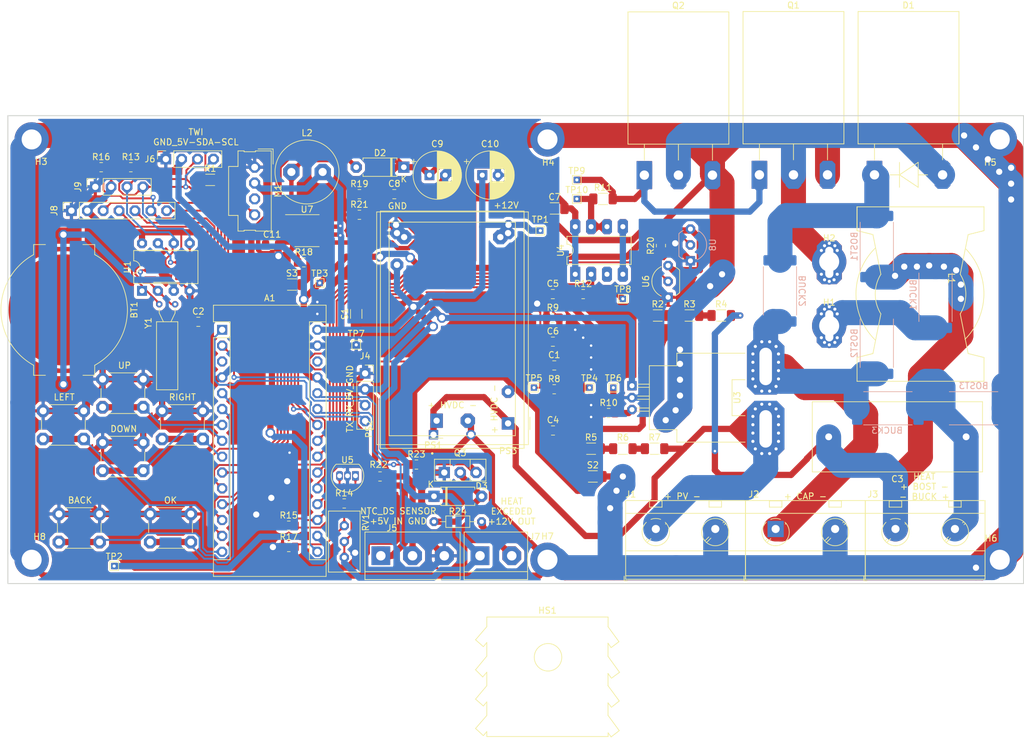
<source format=kicad_pcb>
(kicad_pcb (version 20211014) (generator pcbnew)
  (layers (0 "F.Cu" signal) (31 "B.Cu" signal) (34 "B.Paste" user) (35 "F.Paste" user) (36 "B.SilkS" user "B.Silkscreen") (37 "F.SilkS" user "F.Silkscreen") (38 "B.Mask" user) (39 "F.Mask" user) (44 "Edge.Cuts" user))
  (net 0 "")
  (net 2 "GNDD")
  (net 3 "/DCS")
  (net 4 "/MOSI")
  (net 5 "/SCK")
  (net 6 "Net-(A1-Pad19)")
  (net 7 "Net-(A1-Pad20)")
  (net 8 "Net-(R6-Pad2)")
  (net 9 "Net-(A1-Pad22)")
  (net 10 "+5V")
  (net 12 "+15V")
  (net 13 "Net-(D1-Pad2)")
  (net 14 "GNDPWR")
  (net 15 "Net-(R2-Pad2)")
  (net 16 "Net-(A1-Pad25)")
  (net 17 "Net-(D2-Pad2)")
  (net 18 "/DRES")
  (net 19 "Net-(A1-Pad26)")
  (net 20 "HT")
  (net 21 "VD")
  (net 22 "+3V3")
  (net 23 "Net-(A1-Pad5)")
  (net 24 "Net-(A1-Pad6)")
  (net 25 "Net-(A1-Pad7)")
  (net 26 "Net-(A1-Pad8)")
  (net 27 "Net-(A1-Pad9)")
  (net 28 "/TX")
  (net 29 "/RX")
  (net 30 "LEFT")
  (net 31 "SDA")
  (net 32 "SCL")
  (net 33 "Net-(BT1-Pad1)")
  (net 34 "Net-(U1-Pad2)")
  (net 35 "Net-(U1-Pad1)")
  (net 36 "+12V")
  (net 37 "Net-(C11-Pad1)")
  (net 38 "Net-(D3-Pad2)")
  (net 39 "Net-(U1-Pad7)")
  (net 40 "Net-(J7-Pad2)")
  (net 41 "Net-(BOST1-Pad1)")
  (net 42 "Net-(BOST2-Pad1)")
  (net 43 "Net-(BOST3-Pad2)")
  (net 44 "Net-(Q1-Pad1)")
  (net 45 "Net-(A1-Pad21)")
  (net 46 "Net-(BOST2-Pad2)")
  (net 47 "DC")
  (net 49 "Net-(M1-Pad4)")
  (net 50 "Net-(R3-Pad2)")
  (net 51 "unconnected-(PS3-Pad3)")
  (net 52 "Net-(R5-Pad2)")
  (net 53 "Net-(R10-Pad2)")
  (net 54 "Net-(R11-Pad1)")
  (net 55 "AREF")
  (net 56 "Net-(R14-Pad1)")
  (net 57 "Net-(R17-Pad2)")
  (net 58 "Net-(R18-Pad1)")
  (net 59 "Net-(R19-Pad1)")
  (net 60 "Net-(A1-Pad12)")
  (net 61 "Net-(Q3-Pad3)")
  (footprint "Package_DIP:DIP-8_W7.62mm_LongPads" (layer "F.Cu") (at 156.845 86.868 90)
    (fp_text reference "U4")
    (fp_text value "TC4420VPA")
  )
  (footprint "Package_TO_SOT_THT:TO-92_Inline_Wide" (layer "F.Cu") (at 171.704 90.551 90)
    (fp_text reference "U6")
    (fp_text value "DS18B20")
  )
  (footprint "Package_TO_SOT_THT:TO-92_Inline" (layer "F.Cu") (at 121.666 119.147 180)
    (fp_text reference "U5")
    (fp_text value "TL431LP")
  )
  (footprint "Capacitor_SMD:C_0805_2012Metric_Pad1.18x1.45mm_HandSolder" (layer "F.Cu") (at 127.889 74.041)
    (fp_text reference "C8")
    (fp_text value "100nF")
  )
  (footprint "Converter_ACDC:Converter_ACDC_RECOM_RAC04-xxSGx_THT" (layer "F.Cu") (at 146.0915 110.7545 180)
    (fp_text reference "PS3")
    (fp_text value "RAC04-12SGA")
  )
  (footprint "Converter_ACDC:Converter_ACDC_HiLink_HLK-PMxx" (layer "F.Cu") (at 134.66 110.3205 90)
    (fp_text reference "PS1")
    (fp_text value "HLK-PM12")
  )
  (footprint "Resistor_SMD:R_1206_3216Metric_Pad1.30x1.75mm_HandSolder" (layer "F.Cu") (at 164.465 114.808)
    (fp_text reference "R6")
    (fp_text value "68K")
  )
  (footprint "TestPoint:TestPoint_THTPad_1.0x1.0mm_Drill0.5mm" (layer "F.Cu") (at 83.058 133.604)
    (fp_text reference "TP2")
    (fp_text value "3V3_TP")
  )
  (footprint "Resistor_SMD:R_0805_2012Metric_Pad1.20x1.40mm_HandSolder" (layer "F.Cu") (at 80.975 69.723)
    (fp_text reference "R16")
    (fp_text value "4K7")
  )
  (footprint "Inductor_THT:L_Radial_D10.0mm_P5.00mm_Fastron_07M" (layer "F.Cu") (at 111.419 70.485)
    (fp_text reference "L2")
    (fp_text value "170uH")
  )
  (footprint "Resistor_SMD:R_0805_2012Metric_Pad1.20x1.40mm_HandSolder" (layer "F.Cu") (at 158.115 90.043)
    (fp_text reference "R12")
    (fp_text value "1K")
  )
  (footprint "Button_Switch_THT:SW_PUSH_6mm_H13mm" (layer "F.Cu") (at 71.68 108.748)
    (fp_text reference "SW1" hide)
    (fp_text value "LEFT")
  )
  (footprint "Crystal:Crystal_AT310_D3.0mm_L10.0mm_Horizontal" (layer "F.Cu") (at 90.267 91.675)
    (fp_text reference "Y1")
    (fp_text value "32768Hz")
  )
  (footprint "TestPoint:TestPoint_THTPad_1.0x1.0mm_Drill0.5mm" (layer "F.Cu") (at 157.099 74.803)
    (fp_text reference "TP10")
    (fp_text value "G_TOG")
  )
  (footprint "Diode_THT:D_A-405_P7.62mm_Horizontal" (layer "F.Cu") (at 129.413 69.723 180)
    (fp_text reference "D2")
    (fp_text value "1N5819")
  )
  (footprint "TestPoint:TestPoint_THTPad_1.0x1.0mm_Drill0.5mm" (layer "F.Cu") (at 164.465 90.805)
    (fp_text reference "TP8")
    (fp_text value "PWM_TP")
  )
  (footprint "Resistor_SMD:R_0805_2012Metric_Pad1.20x1.40mm_HandSolder" (layer "F.Cu") (at 113.411 84.963)
    (fp_text reference "R18")
    (fp_text value "220R")
  )
  (footprint "Resistor_SMD:R_1206_3216Metric_Pad1.30x1.75mm_HandSolder" (layer "F.Cu") (at 169.545 114.808)
    (fp_text reference "R7")
    (fp_text value "68K")
  )
  (footprint "Resistor_SMD:R_0805_2012Metric_Pad1.20x1.40mm_HandSolder" (layer "F.Cu") (at 131.429 117.342)
    (fp_text reference "R23")
    (fp_text value "1K")
  )
  (footprint "MountingHole:MountingHole_3.2mm_M3_ISO14580_Pad_TopBottom" (layer "F.Cu") (at 152.4 132.588)
    (fp_text reference "H7")
    (fp_text value "MH_Pad")
  )
  (footprint "Module:Arduino_Nano" (layer "F.Cu") (at 100.34 95.758)
    (fp_text reference "A1")
    (fp_text value "Arduino_Nano_v3.x")
  )
  (footprint "Resistor_SMD:R_0805_2012Metric_Pad1.20x1.40mm_HandSolder" (layer "F.Cu") (at 110.998 130.556)
    (fp_text reference "R17")
    (fp_text value "10K")
  )
  (footprint "Resistor_SMD:R_0805_2012Metric_Pad1.20x1.40mm_HandSolder" (layer "F.Cu") (at 153.48 105.283)
    (fp_text reference "R8")
    (fp_text value "1K")
  )
  (footprint "MountingHole:MountingHole_3.2mm_M3_ISO14580_Pad_TopBottom" (layer "F.Cu") (at 69.85 132.588)
    (fp_text reference "H8")
    (fp_text value "MH_Pad")
  )
  (footprint "Package_DIP:DIP-8_W7.62mm" (layer "F.Cu") (at 87.513 89.525 90)
    (fp_text reference "U1")
    (fp_text value "DS1307+")
  )
  (footprint "Button_Switch_THT:SW_PUSH_6mm_H13mm" (layer "F.Cu") (at 90.73 108.748)
    (fp_text reference "SW6" hide)
    (fp_text value "RIGHT")
  )
  (footprint "Resistor_THT:R_Axial_DIN0204_L3.6mm_D1.6mm_P7.62mm_Horizontal" (layer "F.Cu") (at 134.239 126.492)
    (fp_text reference "R24")
    (fp_text value "10R")
  )
  (footprint "Capacitor_THT:CP_Radial_D7.5mm_P2.50mm" (layer "F.Cu") (at 141.967606 70.993)
    (fp_text reference "C10")
    (fp_text value "100uF")
  )
  (footprint "Resistor_SMD:R_0805_2012Metric_Pad1.20x1.40mm_HandSolder" (layer "F.Cu") (at 122.301 77.343)
    (fp_text reference "R21")
    (fp_text value "1K")
  )
  (footprint "Resistor_SMD:R_1206_3216Metric_Pad1.30x1.75mm_HandSolder" (layer "F.Cu") (at 161.29 74.803)
    (fp_text reference "R11")
    (fp_text value "4R7")
  )
  (footprint "TerminalBlock_MetzConnect:TerminalBlock_MetzConnect_Type703_RT10N02HGLU_1x02_P9.52mm_Horizontal" (layer "F.Cu") (at 169.738 127.663)
    (fp_text reference "J1")
    (fp_text value "PV_Screw_Terminal")
  )
  (footprint "Heatsink:Heatsink_AAVID_TV5G_TO220_Horizontal" (layer "F.Cu") (at 152.4 148.209)
    (fp_text reference "HS1")
    (fp_text value "Heatsink")
  )
  (footprint "Resistor_SMD:R_1206_3216Metric_Pad1.30x1.75mm_HandSolder" (layer "F.Cu") (at 159.385 114.808)
    (fp_text reference "R5")
    (fp_text value "68K")
  )
  (footprint "MountingHole:MountingHole_3.2mm_M3_ISO14580_Pad_TopBottom" (layer "F.Cu") (at 224.79 132.588)
    (fp_text reference "H6")
    (fp_text value "MH_Pad")
  )
  (footprint "Resistor_SMD:R_0805_2012Metric_Pad1.20x1.40mm_HandSolder" (layer "F.Cu") (at 162.195 109.093)
    (fp_text reference "R10")
    (fp_text value "1K")
  )
  (footprint "MountingHole:MountingHole_3.2mm_M3_ISO14580_Pad_TopBottom" (layer "F.Cu") (at 224.79 65.278)
    (fp_text reference "H5")
    (fp_text value "MH_Pad")
  )
  (footprint "Diode_THT:D_A-405_P7.62mm_Horizontal" (layer "F.Cu") (at 134.239 122.422)
    (fp_text reference "D3")
    (fp_text value "1N4008")
  )
  (footprint "Connector_PinSocket_2.54mm:PinSocket_1x07_P2.54mm_Vertical" (layer "F.Cu") (at 76.22 76.683 90)
    (fp_text reference "J8")
    (fp_text value "SSD1306")
  )
  (footprint "MountingHole:MountingHole_3.2mm_M3_ISO14580_Pad_TopBottom" (layer "F.Cu") (at 197.485 95.123)
    (fp_text reference "H1")
    (fp_text value "MH_Pad")
  )
  (footprint "Package_SO:SOIC-8_3.9x4.9mm_P1.27mm" (layer "F.Cu") (at 113.919 79.883)
    (fp_text reference "U7")
    (fp_text value "MC34063AD")
  )
  (footprint "Button_Switch_THT:SW_PUSH_6mm_H13mm" (layer "F.Cu") (at 74.22 125.258)
    (fp_text reference "SW3" hide)
    (fp_text value "BACK")
  )
  (footprint "TestPoint:TestPoint_THTPad_1.0x1.0mm_Drill0.5mm" (layer "F.Cu") (at 150.241 105.029)
    (fp_text reference "TP5")
    (fp_text value "PV_L_TP")
  )
  (footprint "TestPoint:TestPoint_THTPad_1.0x1.0mm_Drill0.5mm" (layer "F.Cu") (at 151.257 79.883)
    (fp_text reference "TP1")
    (fp_text value "12V_TP")
  )
  (footprint "TerminalBlock:TerminalBlock_bornier-2_P5.08mm" (layer "F.Cu") (at 141.605 131.953)
    (fp_text reference "J7")
    (fp_text value "HEAT_EXCEEDED")
  )
  (footprint "Resistor_SMD:R_1206_3216Metric_Pad1.30x1.75mm_HandSolder" (layer "F.Cu") (at 121.793 93.218 90)
    (fp_text reference "S1")
    (fp_text value "0R")
  )
  (footprint "Capacitor_SMD:C_0805_2012Metric_Pad1.18x1.45mm_HandSolder" (layer "F.Cu") (at 153.2575 90.043)
    (fp_text reference "C5")
    (fp_text value "100nF")
  )
  (footprint "TerminalBlock:TerminalBlock_bornier-3_P5.08mm" (layer "F.Cu") (at 125.73 131.953)
    (fp_text reference "J5")
    (fp_text value "NTC_SENSOR")
  )
  (footprint "Resistor_SMD:R_1206_3216Metric_Pad1.30x1.75mm_HandSolder" (layer "F.Cu") (at 180.213 93.472)
    (fp_text reference "R4")
    (fp_text value "68K")
  )
  (footprint "Potentiometer_THT:Potentiometer_Bourns_3296W_Vertical" (layer "F.Cu") (at 119.888 132.217 -90)
    (fp_text reference "RV1")
    (fp_text value "10K")
  )
  (footprint "Connector_PinSocket_2.54mm:PinSocket_1x04_P2.54mm_Vertical" (layer "F.Cu") (at 80.035 72.873 90)
    (fp_text reference "J9")
    (fp_text value "SSD1306")
  )
  (footprint "Capacitor_THT:CP_Radial_D7.5mm_P2.50mm" (layer "F.Cu") (at 133.517 70.993)
    (fp_text reference "C9")
    (fp_text value "100uF")
  )
  (footprint "Battery:BatteryHolder_MPD_BC2003_1x2032" (layer "F.Cu") (at 75.057 92.583 -90)
    (fp_text reference "BT1")
    (fp_text value "Battery_Cell")
  )
  (footprint "MountingHole:MountingHole_3.2mm_M3_ISO14580_Pad_TopBottom" (layer "F.Cu") (at 69.85 65.278)
    (fp_text reference "H3")
    (fp_text value "MH_Pad")
  )
  (footprint "Resistor_SMD:R_1206_3216Metric_Pad1.30x1.75mm_HandSolder" (layer "F.Cu") (at 98.425 71.755)
    (fp_text reference "R1")
    (fp_text value "68K")
  )
  (footprint "TestPoint:TestPoint_THTPad_1.0x1.0mm_Drill0.5mm" (layer "F.Cu") (at 121.793 98.171)
    (fp_text reference "TP7")
    (fp_text value "GND_TP")
  )
  (footprint "Capacitor_SMD:C_0805_2012Metric_Pad1.18x1.45mm_HandSolder" (layer "F.Cu") (at 153.289 111.887)
    (fp_text reference "C4")
    (fp_text value "100nF")
  )
  (footprint "Connector_PinSocket_2.54mm:PinSocket_1x04_P2.54mm_Vertical" (layer "F.Cu") (at 91.323 68.428 90)
    (fp_text reference "J6")
    (fp_text value "TWI")
  )
  (footprint "Resistor_SMD:R_0805_2012Metric_Pad1.20x1.40mm_HandSolder" (layer "F.Cu") (at 170.561 82.28 90)
    (fp_text reference "R20")
    (fp_text value "4K7")
  )
  (footprint "Capacitor_SMD:C_0805_2012Metric_Pad1.18x1.45mm_HandSolder" (layer "F.Cu") (at 153.49 101.473)
    (fp_text reference "C1")
    (fp_text value "100nF")
  )
  (footprint "MountingHole:MountingHole_3.2mm_M3_ISO14580_Pad_TopBottom" (layer "F.Cu") (at 197.485 84.836)
    (fp_text reference "H2")
    (fp_text value "MH_Pad")
  )
  (footprint "Capacitor_SMD:C_0805_2012Metric_Pad1.18x1.45mm_HandSolder" (layer "F.Cu") (at 96.52 94.488)
    (fp_text reference "C2")
    (fp_text value "1uF")
  )
  (footprint "Capacitor_THT:C_Rect_L27.0mm_W11.0mm_P22.00mm" (layer "F.Cu") (at 219.403 112.903 180)
    (fp_text reference "C3")
    (fp_text value "1uF 450V")
  )
  (footprint "MountingHole:MountingHole_3.2mm_M3_ISO14580_Pad_TopBottom" (layer "F.Cu") (at 152.4 65.278)
    (fp_text reference "H4")
    (fp_text value "MH_Pad")
  )
  (footprint "Resistor_SMD:R_1206_3216Metric_Pad1.30x1.75mm_HandSolder" (layer "F.Cu") (at 159.665 119.253)
    (fp_text reference "S2")
    (fp_text value "0R")
  )
  (footprint "Package_TO_SOT_THT:TO-247-3_Horizontal_TabDown" (layer "F.Cu") (at 167.905 70.993)
    (fp_text reference "Q2")
    (fp_text value "Q_NMOS_GDS")
  )
  (footprint "Button_Switch_THT:SW_PUSH_6mm_H13mm" (layer "F.Cu") (at 88.825 125.258)
    (fp_text reference "SW2" hide)
    (fp_text value "OK")
  )
  (footprint "Resistor_SMD:R_0805_2012Metric_Pad1.20x1.40mm_HandSolder" (layer "F.Cu") (at 153.2575 93.853)
    (fp_text reference "R9")
    (fp_text value "1K")
  )
  (footprint "Resistor_SMD:R_0805_2012Metric_Pad1.20x1.40mm_HandSolder" (layer "F.Cu") (at 119.872 123.571)
    (fp_text reference "R14")
    (fp_text value "2K2")
  )
  (footprint "Personal:CONV_HLK-5M05" (layer "F.Cu") (at 137.16 95.758 90)
    (fp_text reference "PS2")
    (fp_text value "HLK-5M12")
  )
  (footprint "TestPoint:TestPoint_THTPad_1.0x1.0mm_Drill0.5mm" (layer "F.Cu") (at 162.941 105.029)
    (fp_text reference "TP6")
    (fp_text value "CURENT_TP")
  )
  (footprint "Capacitor_SMD:C_0805_2012Metric_Pad1.18x1.45mm_HandSolder" (layer "F.Cu") (at 153.2675 97.663)
    (fp_text reference "C6")
    (fp_text value "100nF")
  )
  (footprint "Connector_Molex:Molex_SL_171971-0004_1x04_P2.54mm_Vertical" (layer "F.Cu") (at 105.537 69.723 -90)
    (fp_text reference "M1")
    (fp_text value "Fan_4pin")
  )
  (footprint "TestPoint:TestPoint_THTPad_1.0x1.0mm_Drill0.5mm" (layer "F.Cu") (at 157.099 71.755)
    (fp_text reference "TP9")
    (fp_text value "G_TG")
  )
  (footprint "Package_SO:SOIC-8_3.9x4.9mm_P1.27mm" (layer "F.Cu") (at 91.313 85.598)
    (fp_text reference "U2" hide)
    (fp_text value "DS1307Z+")
  )
  (footprint "Diode_THT:D_DO-247_Horizontal_TabDown" (layer "F.Cu") (at 204.735 70.945)
    (fp_text reference "D1")
    (fp_text value "STTH75S12W")
  )
  (footprint "Package_TO_SOT_THT:TO-126-3_Vertical" (layer "F.Cu") (at 135.89 118.618)
    (fp_text reference "Q3")
    (fp_text value "BD139")
  )
  (footprint "Capacitor_SMD:C_0805_2012Metric_Pad1.18x1.45mm_HandSolder" (layer "F.Cu") (at 108.331 82.169)
    (fp_text reference "C11")
    (fp_text value "100nF")
  )
  (footprint "TestPoint:TestPoint_THTPad_1.0x1.0mm_Drill0.5mm" (layer "F.Cu") (at 159.131 105.029)
    (fp_text reference "TP4")
    (fp_text value "HT_L_TP")
  )
  (footprint "Button_Switch_THT:SW_PUSH_6mm_H13mm" (layer "F.Cu") (at 81.205 103.668)
    (fp_text reference "SW4" hide)
    (fp_text value "UP")
  )
  (footprint "Resistor_SMD:R_0805_2012Metric_Pad1.20x1.40mm_HandSolder" (layer "F.Cu") (at 125.603 119.253 180)
    (fp_text reference "R22")
    (fp_text value "4K7")
  )
  (footprint "Resistor_SMD:R_0805_2012Metric_Pad1.20x1.40mm_HandSolder" (layer "F.Cu") (at 110.998 127.127)
    (fp_text reference "R15")
    (fp_text value "1K")
  )
  (footprint "Resistor_SMD:R_0805_2012Metric_Pad1.20x1.40mm_HandSolder" (layer "F.Cu") (at 122.301 74.041)
    (fp_text reference "R19")
    (fp_text value "15K")
  )
  (footprint "Personal:HXX40A1.5uH" (layer "F.Cu") (at 212.1075 90.043 -90)
    (fp_text reference "L1")
    (fp_text value "L")
  )
  (footprint "Resistor_SMD:R_1206_3216Metric_Pad1.30x1.75mm_HandSolder" (layer "F.Cu") (at 170.053 93.472)
    (fp_text reference "R2")
    (fp_text value "68K")
  )
  (footprint "Resistor_SMD:R_1206_3216Metric_Pad1.30x1.75mm_HandSolder" (layer "F.Cu") (at 111.506 88.519)
    (fp_text reference "S3")
    (fp_text value "0R")
  )
  (footprint "TerminalBlock_MetzConnect:TerminalBlock_MetzConnect_Type703_RT10N02HGLU_1x02_P9.52mm_Horizontal" (layer "F.Cu") (at 188.915 127.663)
    (fp_text reference "J2")
    (fp_text value "CAP_Screw_Terminal")
  )
  (footprint "Package_TO_SOT_THT:TO-247-3_Horizontal_TabDown" (layer "F.Cu") (at 186.32 70.945)
    (fp_text reference "Q1")
    (fp_text value "Q_NMOS_GDS")
  )
  (footprint "Capacitor_SMD:C_1206_3216Metric_Pad1.33x1.80mm_HandSolder" (layer "F.Cu") (at 153.543 76.327)
    (fp_text reference "C7")
    (fp_text value "1uF")
  )
  (footprint "TestPoint:TestPoint_THTPad_1.0x1.0mm_Drill0.5mm" (layer "F.Cu") (at 115.951 88.265)
    (fp_text reference "TP3")
    (fp_text value "5V_TP")
  )
  (footprint "Resistor_SMD:R_1206_3216Metric_Pad1.30x1.75mm_HandSolder" (layer "F.Cu") (at 175.133 93.472)
    (fp_text reference "R3")
    (fp_text value "68K")
  )
  (footprint "Resistor_SMD:R_0805_2012Metric_Pad1.20x1.40mm_HandSolder" (layer "F.Cu") (at 85.725 69.723)
    (fp_text reference "R13")
    (fp_text value "4K7")
  )
  (footprint "Connector_PinSocket_2.54mm:PinSocket_1x04_P2.54mm_Vertical" (layer "F.Cu") (at 123.215 102.743)
    (fp_text reference "J4")
    (fp_text value "UART")
  )
  (footprint "TerminalBlock_MetzConnect:TerminalBlock_MetzConnect_Type703_RT10N02HGLU_1x02_P9.52mm_Horizontal" (layer "F.Cu") (at 208.092 127.663)
    (fp_text reference "J3")
    (fp_text value "HT_Screw_Terminal")
  )
  (footprint "Button_Switch_THT:SW_PUSH_6mm_H13mm" (layer "F.Cu") (at 81.205 113.828)
    (fp_text reference "SW5" hide)
    (fp_text value "DN")
  )
  (footprint "Sensor_Current:Allegro_CB_PFF" (layer "F.Cu") (at 165.925 104.723 -90)
    (fp_text reference "U3")
    (fp_text value "ACS758xCB-100B-PFF")
  )
  (footprint "Package_TO_SOT_THT:TO-92_Inline_Wide" (layer "B.Cu") (at 175.281 84.709 90)
    (fp_text reference "U8")
    (fp_text value "DS18B20")
  )
  (footprint "Resistor_SMD:R_4020_10251Metric_Pad1.65x5.30mm_HandSolder" (layer "B.Cu") (at 214.503 90.551 90)
    (fp_text reference "BUCK1")
    (fp_text value "0R")
  )
  (footprint "Resistor_SMD:R_4020_10251Metric_Pad1.65x5.30mm_HandSolder" (layer "B.Cu") (at 205.105 82.423 -90)
    (fp_text reference "BOST1")
    (fp_text value "0R")
  )
  (footprint "Resistor_SMD:R_4020_10251Metric_Pad1.65x5.30mm_HandSolder" (layer "B.Cu") (at 189.611 89.535 90)
    (fp_text reference "BUCK2")
    (fp_text value "0R")
  )
  (footprint "Resistor_SMD:R_4020_10251Metric_Pad1.65x5.30mm_HandSolder" (layer "B.Cu") (at 206.883 108.331 180)
    (fp_text reference "BUCK3")
    (fp_text value "0R")
  )
  (footprint "Resistor_SMD:R_4020_10251Metric_Pad1.65x5.30mm_HandSolder" (layer "B.Cu") (at 205.105 97.917 -90)
    (fp_text reference "BOST2")
    (fp_text value "0R")
  )
  (footprint "Resistor_SMD:R_4020_10251Metric_Pad1.65x5.30mm_HandSolder" (layer "B.Cu") (at 220.599 108.331 180)
    (fp_text reference "BOST3")
    (fp_text value "0R")
  )
  (gr_rect (start 228.6 136.398) (end 66.04 61.468) (layer "Edge.Cuts") (width 0.15) (fill none))
  (gr_text "DOWN" (at 84.582 111.633) (layer "F.SilkS") (effects (font (size 1 1))))
  (gr_text "TWI\nGND_5V-SDA-SCL" (at 96.139 64.897) (layer "F.SilkS") (effects (font (size 1 1))))
  (gr_text "RIGHT" (at 93.98 106.553) (layer "F.SilkS") (effects (font (size 1 1))))
  (gr_text "UP" (at 84.709 101.473) (layer "F.SilkS") (effects (font (size 1 1))))
  (gr_text "LEFT" (at 75.057 106.553) (layer "F.SilkS") (effects (font (size 1 1))))
  (gr_text "+12V" (at 145.796 75.819) (layer "F.SilkS") (effects (font (size 1 1))))
  (gr_text "TX_RX_5V_GND" (at 120.777 106.807 90) (layer "F.SilkS") (effects (font (size 1 1))))
  (gr_text "+ PV -" (at 173.99 122.428) (layer "F.SilkS") (effects (font (size 1 1))))
  (gr_text "HEAT\n+ BOST -\n- BUCK +" (at 212.725 120.8786) (layer "F.SilkS") (effects (font (size 1 1))))
  (gr_text "OK" (at 92.075 123.063) (layer "F.SilkS") (effects (font (size 1 1))))
  (gr_text "HEAT\nEXCEDED\n+12V OUT" (at 146.685 124.841) (layer "F.SilkS") (effects (font (size 1 1))))
  (gr_text "NTC_DS SENSOR\n+5V IN GND" (at 128.524 125.603) (layer "F.SilkS") (effects (font (size 1 1))))
  (gr_text "+ HVDC -" (at 143.891 108.458 90) (layer "F.SilkS") (effects (font (size 1 1))))
  (gr_text "BACK" (at 77.597 123.063) (layer "F.SilkS") (effects (font (size 1 1))))
  (gr_text "GND" (at 128.397 75.946) (layer "F.SilkS") (effects (font (size 1 1))))
  (gr_text "+ CAP -" (at 193.675 122.428) (layer "F.SilkS") (effects (font (size 1 1))))
  (gr_text "+ HVDC -" (at 137.16 107.823) (layer "F.SilkS") (effects (font (size 1 1))))
  (segment (start 150.749 91.567) (end 150.749 91.514) (width 1) (layer "F.Cu") (net 2))
  (segment (start 95.26 92.7) (end 95.26 94.2655) (width 1) (layer "F.Cu") (net 2))
  (segment (start 123.19 120.053534) (end 123.19 112.600051) (width 1) (layer "F.Cu") (net 2))
  (segment (start 123.480489 131.471489) (end 123.480489 129.703489) (width 1) (layer "F.Cu") (net 2))
  (segment (start 87.705 113.828) (end 81.205 113.828) (width 1) (layer "F.Cu") (net 2))
  (segment (start 90.73 106.693) (end 90.73 108.748) (width 1) (layer "F.Cu") (net 2))
  (segment (start 135.89 131.953) (end 132.207 128.27) (width 1) (layer "F.Cu") (net 2))
  (segment (start 150.749 91.514) (end 152.22 90.043) (width 1) (layer "F.Cu") (net 2))
  (segment (start 120.396 133.858) (end 86.36 133.858) (width 1) (layer "F.Cu") (net 2))
  (segment (start 132.207 128.27) (end 132.207 120.396) (width 1) (layer "F.Cu") (net 2))
  (segment (start 112.395 79.248) (end 113.03 78.613) (width 0.7) (layer "F.Cu") (net 2))
  (segment (start 128.16 78.958) (end 122.138 78.958) (width 1) (layer "F.Cu") (net 2))
  (segment (start 81.205 98.858) (end 75.565 93.218) (width 1) (layer "F.Cu") (net 2))
  (segment (start 79.455489 123.993489) (end 80.72 125.258) (width 1) (layer "F.Cu") (net 2))
  (segment (start 152.48 105.283) (end 152.48 106.633) (width 1) (layer "F.Cu") (net 2))
  (segment (start 81.205 103.668) (end 81.205 98.858) (width 1) (layer "F.Cu") (net 2))
  (segment (start 111.444 81.788) (end 109.7495 81.788) (width 0.7) (layer "F.Cu") (net 2))
  (segment (start 109.3685 82.169) (end 108.04398 83.49352) (width 0.7) (layer "F.Cu") (net 2))
  (segment (start 157.115 90.043) (end 157.115 90.256534) (width 1) (layer "F.Cu") (net 2))
  (segment (start 121.615489 131.471489) (end 123.480489 131.471489) (width 1) (layer "F.Cu") (net 2))
  (segment (start 152.48 105.283) (end 152.48 101.5005) (width 1) (layer "F.Cu") (net 2))
  (segment (start 91.886978 87.503) (end 92.713498 88.32952) (width 0.3) (layer "F.Cu") (net 2))
  (segment (start 152.23 93.8805) (end 152.2575 93.853) (width 1) (layer "F.Cu") (net 2))
  (segment (start 152.4525 101.473) (end 152.4525 97.8855) (width 1) (layer "F.Cu") (net 2))
  (segment (start 157.443556 119.253) (end 154.94 116.749444) (width 1) (layer "F.Cu") (net 2))
  (segment (start 93.93752 88.32952) (end 95.133 89.525) (width 0.3) (layer "F.Cu") (net 2))
  (segment (start 106.10648 82.995882) (end 106.10648 81.272696) (width 0.7) (layer "F.Cu") (net 2))
  (segment (start 108.04398 83.49352) (end 106.604118 83.49352) (width 0.7) (layer "F.Cu") (net 2))
  (segment (start 154.94 107.823) (end 154.305 107.188) (width 1) (layer "F.Cu") (net 2))
  (segment (start 106.604118 83.49352) (end 106.10648 82.995882) (width 0.7) (layer "F.Cu") (net 2))
  (segment (start 79.455489 115.577511) (end 79.455489 123.993489) (width 1) (layer "F.Cu") (net 2))
  (segment (start 109.7495 81.788) (end 109.3685 82.169) (width 0.7) (layer "F.Cu") (net 2))
  (segment (start 128.9265 74.041) (end 133.477 74.041) (width 1) (layer "F.Cu") (net 2))
  (segment (start 94.742 93.218) (end 95.26 92.7) (width 1) (layer "F.Cu") (net 2))
  (segment (start 152.48 101.5005) (end 152.4525 101.473) (width 1) (layer "F.Cu") (net 2))
  (segment (start 109.998 130.556) (end 108.458 130.556) (width 0.3) (layer "F.Cu") (net 2))
  (segment (start 132.207 120.396) (end 133.985 118.618) (width 1) (layer "F.Cu") (net 2))
  (segment (start 88.838 87.503) (end 91.886978 87.503) (width 0.3) (layer "F.Cu") (net 2))
  (segment (start 78.18 108.748) (end 78.18 108.129) (width 1) (layer "F.Cu") (net 2))
  (segment (start 113.03 76.454) (end 113.665 75.819) (width 0.7) (layer "F.Cu") (net 2))
  (segment (start 78.18 108.129) (end 81.205 105.104) (width 1) (layer "F.Cu") (net 2))
  (segment (start 81.205 113.828) (end 79.455489 115.577511) (width 1) (layer "F.Cu") (net 2))
  (segment (start 172.847 82.275) (end 175.281 84.709) (width 1) (layer "F.Cu") (net 2))
  (segment (start 163.215489 92.054511) (end 165.501489 92.054511) (width 1) (layer "F.Cu") (net 2))
  (segment (start 122.138 78.958) (end 121.301 78.121) (width 1) (layer "F.Cu") (net 2))
  (segment (start 87.705 103.668) (end 90.73 106.693) (width 1) (layer "F.Cu") (net 2))
  (segment (start 121.615489 104.342511) (end 123.215 102.743) (width 1) (layer "F.Cu") (net 2))
  (segment (start 100.05 103.668) (end 100.34 103.378) (width 1) (layer "F.Cu") (net 2))
  (segment (start 84.8 132.298) (end 84.8 125.258) (width 1) (layer "F.Cu") (net 2))
  (segment (start 113.03 78.613) (end 113.03 76.454) (width 0.7) (layer "F.Cu") (net 2))
  (segment (start 136.017 71.501) (end 136.017 70.993) (width 1) (layer "F.Cu") (net 2))
  (segment (start 92.713498 88.32952) (end 93.93752 88.32952) (width 0.3) (layer "F.Cu") (net 2))
  (segment (start 121.615489 111.02554) (end 121.615489 104.342511) (width 1) (layer "F.Cu") (net 2))
  (segment (start 87.705 103.668) (end 100.05 103.668) (width 1) (layer "F.Cu") (net 2))
  (segment (start 86.36 133.858) (end 84.8 132.298) (width 1) (layer "F.Cu") (net 2))
  (segment (start 106.10648 81.272696) (end 108.131176 79.248) (width 0.7) (layer "F.Cu") (net 2))
  (segment (start 74.22 125.258) (end 80.72 125.258) (width 1) (layer "F.Cu") (net 2))
  (segment (start 127.990423 129.703489) (end 128.31096 129.382952) (width 1) (layer "F.Cu") (net 2))
  (segment (start 95.123 89.535) (end 95.133 89.525) (width 1) (layer "F.Cu") (net 2))
  (segment (start 133.985 118.618) (end 135.89 118.618) (width 1) (layer "F.Cu") (net 2))
  (segment (start 167.005 90.551) (end 171.704 90.551) (width 1) (layer "F.Cu") (net 2))
  (segment (start 84.8 125.258) (end 80.72 125.258) (width 1) (layer "F.Cu") (net 2))
  (segment (start 125.088506 121.95204) (end 123.19 120.053534) (width 1) (layer "F.Cu") (net 2))
  (segment (start 90.73 108.748) (end 97.23 108.748) (width 1) (layer "F.Cu") (net 2))
  (segment (start 119.777 75.819) (end 121.301 77.343) (width 0.7) (layer "F.Cu") (net 2))
  (segment (start 87.705 111.773) (end 87.705 113.828) (width 1) (layer "F.Cu") (net 2))
  (segment (start 157.115 90.256534) (end 158.425466 91.567) (width 1) (layer "F.Cu") (net 2))
  (segment (start 78.18 108.748) (end 71.68 108.748) (width 1) (layer "F.Cu") (net 2))
  (segment (start 123.480489 129.703489) (end 127.990423 129.703489) (width 1) (layer "F.Cu") (net 2))
  (segment (start 123.19 112.600051) (end 121.615489 111.02554) (width 1) (layer "F.Cu") (net 2))
  (segment (start 133.477 74.041) (end 136.017 71.501) (width 1) (layer "F.Cu") (net 2))
  (segment (start 128.31096 129.382952) (end 128.31096 122.59596) (width 1) (layer "F.Cu") (net 2))
  (segment (start 152.2575 90.0805) (end 152.22 90.043) (width 1) (layer "F.Cu") (net 2))
  (segment (start 172.847 81.91154) (end 172.847 82.275) (width 1) (layer "F.Cu") (net 2))
  (segment (start 121.301 78.121) (end 121.301 77.343) (width 1) (layer "F.Cu") (net 2))
  (segment (start 165.501489 92.054511) (end 167.005 90.551) (width 1) (layer "F.Cu") (net 2))
  (segment (start 95.26 90.434) (end 95.123 90.297) (width 1) (layer "F.Cu") (net 2))
  (segment (start 81.205 103.668) (end 87.705 103.668) (width 1) (layer "F.Cu") (net 2))
  (segment (start 162.727978 91.567) (end 163.215489 92.054511) (width 1) (layer "F.Cu") (net 2))
  (segment (start 128.31096 122.59596) (end 127.66704 121.95204) (width 1) (layer "F.Cu") (net 2))
  (segment (start 109.3685 82.169) (end 109.3685 83.9255) (width 1) (layer "F.Cu") (net 2))
  (segment (start 75.565 93.218) (end 94.742 93.218) (width 1) (layer "F.Cu") (net 2))
  (segment (start 88.825 125.258) (end 84.8 125.258) (width 1) (layer "F.Cu") (net 2))
  (segment (start 153.035 107.188) (end 152.48 106.633) (width 1) (layer "F.Cu") (net 2))
  (segment (start 95.26 94.2655) (end 95.4825 94.488) (width 1) (layer "F.Cu") (net 2))
  (segment (start 111.444 79.248) (end 112.395 79.248) (width 0.7) (layer "F.Cu") (net 2))
  (segment (start 152.4525 97.8855) (end 152.23 97.663) (width 1) (layer "F.Cu") (net 2))
  (segment (start 158.425466 91.567) (end 162.727978 91.567) (width 1) (layer "F.Cu") (net 2))
  (segment (start 154.305 107.188) (end 153.035 107.188) (width 1) (layer "F.Cu") (net 2))
  (segment (start 90.73 108.748) (end 87.705 111.773) (width 1) (layer "F.Cu") (net 2))
  (segment (start 152.2575 93.853) (end 152.2575 90.0805) (width 1) (layer "F.Cu") (net 2))
  (segment (start 154.94 116.749444) (end 154.94 107.823) (width 1) (layer "F.Cu") (net 2))
  (segment (start 127.66704 121.95204) (end 125.088506 121.95204) (width 1) (layer "F.Cu") (net 2))
  (segment (start 113.665 75.819) (end 119.777 75.819) (width 0.7) (layer "F.Cu") (net 2))
  (segment (start 158.115 119.253) (end 157.443556 119.253) (width 1) (layer "F.Cu") (net 2))
  (segment (start 109.3685 83.9255) (end 109.347 83.947) (width 1) (layer "F.Cu") (net 2))
  (segment (start 152.23 97.663) (end 152.23 93.8805) (width 1) (layer "F.Cu") (net 2))
  (segment (start 88.825 125.258) (end 95.325 125.258) (width 1) (layer "F.Cu") (net 2))
  (segment (start 81.205 105.104) (end 81.205 103.668) (width 1) (layer "F.Cu") (net 2))
  (segment (start 121.615489 131.471489) (end 121.615489 132.638511) (width 1) (layer "F.Cu") (net 2))
  (segment (start 95.123 90.297) (end 95.123 89.535) (width 1) (layer "F.Cu") (net 2))
  (segment (start 108.131176 79.248) (end 111.444 79.248) (width 0.7) (layer "F.Cu") (net 2))
  (segment (start 95.26 92.7) (end 95.26 90.434) (width 1) (layer "F.Cu") (net 2))
  (segment (start 121.615489 132.638511) (end 120.396 133.858) (width 1) (layer "F.Cu") (net 2))
  (via (at 159.385 102.108) (size 0.8) (drill 0.4) (layers "F.Cu" "B.Cu") (net 2))
  (via (at 159.385 109.728) (size 0.8) (drill 0.4) (layers "F.Cu" "B.Cu") (net 2))
  (via (at 121.615489 131.471489) (size 1.5) (drill 1) (layers "F.Cu" "B.Cu") (net 2))
  (via (at 159.385 100.203) (size 0.8) (drill 0.4) (layers "F.Cu" "B.Cu") (net 2))
  (via (at 105.791 125.349) (size 1.5) (drill 1) (layers "F.Cu" "B.Cu") (net 2))
  (via (at 172.847 81.91154) (size 1.5) (drill 1) (layers "F.Cu" "B.Cu") (net 2))
  (via (at 108.458 130.556) (size 1.5) (drill 1) (layers "F.Cu" "B.Cu") (net 2))
  (via (at 115.57 93.218) (size 0.8) (drill 0.4) (layers "F.Cu" "B.Cu") (net 2))
  (via (at 109.347 83.947) (size 1.5) (drill 1) (layers "F.Cu" "B.Cu") (net 2))
  (via (at 110.744 120.015) (size 1.5) (drill 1) (layers "F.Cu" "B.Cu") (net 2))
  (via (at 108.204 122.682) (size 1.5) (drill 1) (layers "F.Cu" "B.Cu") (net 2))
  (via (at 115.57 91.313) (size 0.8) (drill 0.4) (layers "F.Cu" "B.Cu") (net 2))
  (via (at 159.385 107.823) (size 0.8) (drill 0.4) (layers "F.Cu" "B.Cu") (net 2))
  (via (at 159.385 98.298) (size 0.8) (drill 0.4) (layers "F.Cu" "B.Cu") (net 2))
  (via (at 156.845 95.758) (size 0.8) (drill 0.4) (layers "F.Cu" "B.Cu") (net 2))
  (via (at 158.115 97.028) (size 0.8) (drill 0.4) (layers "F.Cu" "B.Cu") (net 2))
  (via (at 111.125 115.443) (size 0.8) (drill 0.4) (layers "F.Cu" "B.Cu") (net 2))
  (via (at 150.749 91.567) (size 1.5) (drill 1) (layers "F.Cu" "B.Cu") (net 2))
  (segment (start 116.594423 133.767031) (end 118.768489 131.592965) (width 0.3) (layer "B.Cu") (net 2))
  (segment (start 91.313 67.437) (end 91.313 68.418) (width 1) (layer "B.Cu") (net 2))
  (segment (start 167.424511 106.222511) (end 167.424511 102.704489) (width 1) (layer "B.Cu") (net 2))
  (segment (start 150.749 91.567) (end 152.760511 89.555489) (width 1) (layer "B.Cu") (net 2))
  (segment (start 171.07246 81.91154) (end 172.847 81.91154) (width 1) (layer "B.Cu") (net 2))
  (segment (start 171.704 90.551) (end 170.204489 89.051489) (width 1) (layer "B.Cu") (net 2))
  (segment (start 167.014022 106.633) (end 167.424511 106.222511) (width 1) (layer "B.Cu") (net 2))
  (segment (start 137.566511 69.443489) (end 136.017 70.993) (width 1) (layer "B.Cu") (net 2))
  (segment (start 127.137912 98.298) (end 122.936 98.298) (width 1) (layer "B.Cu") (net 2))
  (segment (start 111.669031 133.767031) (end 116.594423 133.767031) (width 0.3) (layer "B.Cu") (net 2))
  (segment (start 109.855 97.663) (end 109.855 92.815949) (width 1) (layer "B.Cu") (net 2))
  (segment (start 136.017 70.993) (end 136.017 73.787) (width 1) (layer "B.Cu") (net 2))
  (segment (start 150.749 91.567) (end 149.71252 92.60348) (width 1) (layer "B.Cu") (net 2))
  (segment (start 88.31754 69.67046) (end 89.56 68.428) (width 1) (layer "B.Cu") (net 2))
  (segment (start 152.760511 89.555489) (end 170.708489 89.555489) (width 1) (layer "B.Cu") (net 2))
  (segment (start 170.708489 89.555489) (end 171.704 90.551) (width 1) (layer "B.Cu") (net 2))
  (segment (start 81.634511 71.273489) (end 80.035 72.873) (width 1) (layer "B.Cu") (net 2))
  (segment (start 102.743 83.947) (end 100.986051 83.947) (width 1) (layer "B.Cu") (net 2))
  (segment (start 118.768489 122.531511) (end 120.396 120.904) (width 0.3) (layer "B.Cu") (net 2))
  (segment (start 170.204489 89.051489) (end 170.204489 82.779511) (width 1) (layer "B.Cu") (net 2))
  (segment (start 123.215 98.577) (end 122.936 98.298) (width 1) (layer "B.Cu") (net 2))
  (segment (start 110.49 98.298) (end 109.855 97.663) (width 1) (layer "B.Cu") (net 2))
  (segment (start 135.89 131.953) (end 133.640489 134.202511) (width 1) (layer "B.Cu") (net 2))
  (segment (start 129.46 80.9205) (end 129.46 80.258) (width 1) (layer "B.Cu") (net 2))
  (segment (start 89.254511 72.21546) (end 89.254511 72.21046) (width 1) (layer "B.Cu") (net 2))
  (segment (start 123.215 102.743) (end 123.215 98.577) (width 1) (layer "B.Cu") (net 2))
  (segment (start 167.424511 94.830489) (end 167.424511 102.704489) (width 1) (layer "B.Cu") (net 2))
  (segment (start 170.204489 82.779511) (end 171.07246 81.91154) (width 1) (layer "B.Cu") (net 2))
  (segment (start 122.772511 134.202511) (end 121.615489 133.045489) (width 1) (layer "B.Cu") (net 2))
  (segment (start 102.88 100.838) (end 107.95 100.838) (width 1) (layer "B.Cu") (net 2))
  (segment (start 165.925 106.633) (end 167.014022 106.633) (width 1) (layer "B.Cu") (net 2))
  (segment (start 135.30061 91.52398) (end 133.911932 91.52398) (width 1) (layer "B.Cu") (net 2))
  (segment (start 88.31754 71.273489) (end 88.31754 69.67046) (width 1) (layer "B.Cu") (net 2))
  (segment (start 89.56 68.428) (end 91.323 68.428) (width 1) (layer "B.Cu") (net 2))
  (segment (start 136.017 73.787) (end 130.846 78.958) (width 1) (layer "B.Cu") (net 2))
  (segment (start 167.424511 102.704489) (end 167.424511 101.892511) (width 1) (layer "B.Cu") (net 2))
  (segment (start 109.347 83.947) (end 101.981 83.947) (width 1) (layer "B.Cu") (net 2))
  (segment (start 144.467606 70.993) (end 144.467606 69.86163) (width 1) (layer "B.Cu") (net 2))
  (segment (start 118.768489 131.592965) (end 118.768489 122.531511) (width 0.3) (layer "B.Cu") (net 2))
  (segment (start 102.642489 66.828489) (end 91.921511 66.828489) (width 1) (layer "B.Cu") (net 2))
  (segment (start 100.986051 83.947) (end 89.254511 72.21546) (width 1) (layer "B.Cu") (net 2))
  (segment (start 171.704 90.551) (end 167.424511 94.830489) (width 1) (layer "B.Cu") (net 2))
  (segment (start 88.31754 71.273489) (end 81.634511 71.273489) (width 1) (layer "B.Cu") (net 2))
  (segment (start 115.58 98.298) (end 110.49 98.298) (width 1) (layer "B.Cu") (net 2))
  (segment (start 100.34 103.378) (end 102.88 100.838) (width 1) (layer "B.Cu") (net 2))
  (segment (start 109.855 92.815949) (end 100.986051 83.947) (width 1) (layer "B.Cu") (net 2))
  (segment (start 120.396 120.904) (end 120.396 119.147) (width 0.3) (layer "B.Cu") (net 2))
  (segment (start 136.38011 92.60348) (end 135.30061 91.52398) (width 1) (layer "B.Cu") (net 2))
  (segment (start 122.936 98.298) (end 115.58 98.298) (width 1) (layer "B.Cu") (net 2))
  (segment (start 89.254511 72.21046) (end 88.31754 71.273489) (width 1) (layer "B.Cu") (net 2))
  (segment (start 91.921511 66.828489) (end 91.313 67.437) (width 1) (layer "B.Cu") (net 2))
  (segment (start 76.22 76.683) (end 76.225 76.683) (width 1) (layer "B.Cu") (net 2))
  (segment (start 129.46 80.258) (end 128.16 78.958) (width 1) (layer "B.Cu") (net 2))
  (segment (start 133.911932 91.52398) (end 127.137912 98.298) (width 1) (layer "B.Cu") (net 2))
  (segment (start 133.640489 134.202511) (end 122.772511 134.202511) (width 1) (layer "B.Cu") (net 2))
  (segment (start 144.467606 69.86163) (end 144.049465 69.443489) (width 1) (layer "B.Cu") (net 2))
  (segment (start 105.537 69.723) (end 102.642489 66.828489) (width 1) (layer "B.Cu") (net 2))
  (segment (start 107.95 100.838) (end 110.49 98.298) (width 1) (layer "B.Cu") (net 2))
  (segment (start 91.313 68.418) (end 91.323 68.428) (width 1) (layer "B.Cu") (net 2))
  (segment (start 121.615489 133.045489) (end 121.615489 131.471489) (width 1) (layer "B.Cu") (net 2))
  (segment (start 144.049465 69.443489) (end 137.566511 69.443489) (width 1) (layer "B.Cu") (net 2))
  (segment (start 149.71252 92.60348) (end 136.38011 92.60348) (width 1) (layer "B.Cu") (net 2))
  (segment (start 108.458 130.556) (end 111.669031 133.767031) (width 0.3) (layer "B.Cu") (net 2))
  (segment (start 130.846 78.958) (end 128.16 78.958) (width 1) (layer "B.Cu") (net 2))
  (segment (start 76.225 76.683) (end 80.035 72.873) (width 1) (layer "B.Cu") (net 2))
  (segment (start 103.554968 90.29944) (end 107.36497 90.299442) (width 0.3) (layer "F.Cu") (net 3))
  (segment (start 99.843145 122.498489) (end 99.140489 123.201145) (width 0.3) (layer "F.Cu") (net 3))
  (segment (start 99.647146 86.391618) (end 103.554968 90.29944) (width 0.3) (layer "F.Cu") (net 3))
  (segment (start 91.46 76.683) (end 97.338586 76.683) (width 0.3) (layer "F.Cu") (net 3))
  (segment (start 110.852398 113.711916) (end 102.065825 122.498489) (width 0.3) (layer "F.Cu") (net 3))
  (segment (start 102.065825 122.498489) (end 99.843145 122.498489) (width 0.3) (layer "F.Cu") (net 3))
  (segment (start 99.140489 125.038489) (end 100.34 126.238) (width 0.3) (layer "F.Cu") (net 3))
  (segment (start 107.36497 90.299442) (end 110.8524 93.786872) (width 0.3) (layer "F.Cu") (net 3))
  (segment (start 99.647146 78.99156) (end 99.647146 86.391618) (width 0.3) (layer "F.Cu") (net 3))
  (segment (start 97.338586 76.683) (end 99.647146 78.99156) (width 0.3) (layer "F.Cu") (net 3))
  (segment (start 99.140489 123.201145) (end 99.140489 125.038489) (width 0.3) (layer "F.Cu") (net 3))
  (segment (start 110.8524 93.786872) (end 110.852398 113.711916) (width 0.3) (layer "F.Cu") (net 3))
  (segment (start 86.405 79.248) (end 83.84 76.683) (width 0.3) (layer "F.Cu") (net 4))
  (segment (start 102.872114 91.948) (end 97.998586 87.074472) (width 0.3) (layer "F.Cu") (net 4))
  (segment (start 99.913634 114.808) (end 107.4249 114.808) (width 0.3) (layer "F.Cu") (net 4))
  (segment (start 107.4249 114.808) (end 109.20384 113.02906) (width 0.3) (layer "F.Cu") (net 4))
  (segment (start 97.998586 87.074472) (end 97.998586 79.674414) (width 0.3) (layer "F.Cu") (net 4))
  (segment (start 98.51048 116.211154) (end 99.913634 114.808) (width 0.3) (layer "F.Cu") (net 4))
  (segment (start 109.20384 94.469726) (end 106.682114 91.948) (width 0.3) (layer "F.Cu") (net 4))
  (segment (start 109.20384 113.02906) (end 109.20384 94.469726) (width 0.3) (layer "F.Cu") (net 4))
  (segment (start 97.572172 79.248) (end 86.405 79.248) (width 0.3) (layer "F.Cu") (net 4))
  (segment (start 97.998586 79.674414) (end 97.572172 79.248) (width 0.3) (layer "F.Cu") (net 4))
  (segment (start 106.682114 91.948) (end 102.872114 91.948) (width 0.3) (layer "F.Cu") (net 4))
  (segment (start 100.34 128.778) (end 98.51048 126.94848) (width 0.3) (layer "F.Cu") (net 4))
  (segment (start 98.51048 126.94848) (end 98.51048 116.211154) (width 0.3) (layer "F.Cu") (net 4))
  (segment (start 111.40192 93.559254) (end 107.592589 89.749923) (width 0.3) (layer "F.Cu") (net 5))
  (segment (start 111.40192 107.597058) (end 111.40192 93.559254) (width 0.3) (layer "F.Cu") (net 5))
  (segment (start 107.592589 89.749923) (end 103.782586 89.74992) (width 0.3) (layer "F.Cu") (net 5))
  (segment (start 82.549511 75.433489) (end 81.3 76.683) (width 0.3) (layer "F.Cu") (net 5))
  (segment (start 103.782586 89.74992) (end 100.196666 86.164) (width 0.3) (layer "F.Cu") (net 5))
  (segment (start 100.196666 78.763942) (end 96.866213 75.433489) (width 0.3) (layer "F.Cu") (net 5))
  (segment (start 111.76 107.955138) (end 111.40192 107.597058) (width 0.3) (layer "F.Cu") (net 5))
  (segment (start 96.866213 75.433489) (end 82.549511 75.433489) (width 0.3) (layer "F.Cu") (net 5))
  (segment (start 100.196666 86.164) (end 100.196666 78.763942) (width 0.3) (layer "F.Cu") (net 5))
  (segment (start 111.76 108.458) (end 111.76 107.955138) (width 0.3) (layer "F.Cu") (net 5))
  (via (at 111.76 108.458) (size 0.8) (drill 0.4) (layers "F.Cu" "B.Cu") (net 5))
  (segment (start 114.380489 130.118489) (end 115.58 131.318) (width 0.3) (layer "B.Cu") (net 5))
  (segment (start 113.83097 109.182474) (end 114.380489 109.731993) (width 0.3) (layer "B.Cu") (net 5))
  (segment (start 114.380489 109.731993) (end 114.380489 130.118489) (width 0.3) (layer "B.Cu") (net 5))
  (segment (start 113.830969 108.750969) (end 113.83097 109.182474) (width 0.3) (layer "B.Cu") (net 5))
  (segment (start 113.538 108.458) (end 113.830969 108.750969) (width 0.3) (layer "B.Cu") (net 5))
  (segment (start 111.76 108.458) (end 113.538 108.458) (width 0.3) (layer "B.Cu") (net 5))
  (segment (start 119.758559 91.758882) (end 120.898961 90.61848) (width 0.3) (layer "F.Cu") (net 6))
  (segment (start 153.33948 116.421038) (end 157.445962 120.52752) (width 0.3) (layer "F.Cu") (net 6))
  (segment (start 148.89612 88.95212) (end 149.599489 89.655489) (width 0.3) (layer "F.Cu") (net 6))
  (segment (start 151.24298 96.918961) (end 151.24298 104.76098) (width 0.3) (layer "F.Cu") (net 6))
  (segment (start 117.329031 119.414107) (end 117.329031 118.428383) (width 0.3) (layer "F.Cu") (net 6))
  (segment (start 151.24298 104.76098) (end 151.46548 104.98348) (width 0.3) (layer "F.Cu") (net 6))
  (segment (start 154.5275 101.473) (end 154.5275 105.2355) (width 1) (layer "F.Cu") (net 6))
  (segment (start 116.779511 119.963627) (end 117.329031 119.414107) (width 0.3) (layer "F.Cu") (net 6))
  (segment (start 151.257 92.964) (end 151.257 96.904941) (width 0.3) (layer "F.Cu") (net 6))
  (segment (start 130.50388 88.95212) (end 148.89612 88.95212) (width 0.3) (layer "F.Cu") (net 6))
  (segment (start 153.33948 108.764594) (end 153.33948 116.421038) (width 0.3) (layer "F.Cu") (net 6))
  (segment (start 149.599489 89.655489) (end 149.599489 92.043144) (width 0.3) (layer "F.Cu") (net 6))
  (segment (start 160.655 111.633) (end 167.005 111.633) (width 1) (layer "F.Cu") (net 6))
  (segment (start 116.779511 122.498489) (end 116.779511 119.963627) (width 0.3) (layer "F.Cu") (net 6))
  (segment (start 159.385 119.926559) (end 159.385 116.078) (width 0.3) (layer "F.Cu") (net 6))
  (segment (start 155.575 105.283) (end 156.21 105.918) (width 1) (layer "F.Cu") (net 6))
  (segment (start 119.758559 115.998855) (end 119.758559 91.758882) (width 0.3) (layer "F.Cu") (net 6))
  (segment (start 157.445962 120.52752) (end 158.784039 120.52752) (width 0.3) (layer "F.Cu") (net 6))
  (segment (start 159.385 112.903) (end 160.655 111.633) (width 1) (layer "F.Cu") (net 6))
  (segment (start 151.41996 105.029) (end 151.46548 104.98348) (width 0.3) (layer "F.Cu") (net 6))
  (segment (start 156.21 114.808) (end 156.21 115.443) (width 1) (layer "F.Cu") (net 6))
  (segment (start 149.599489 92.043144) (end 150.272856 92.716511) (width 0.3) (layer "F.Cu") (net 6))
  (segment (start 154.48 105.283) (end 155.575 105.283) (width 1) (layer "F.Cu") (net 6))
  (segment (start 156.21 115.443) (end 156.21 115.621534) (width 1) (layer "F.Cu") (net 6))
  (segment (start 151.009511 92.716511) (end 151.257 92.964) (width 0.3) (layer "F.Cu") (net 6))
  (segment (start 159.385 116.078) (end 159.385 112.903) (width 1) (layer "F.Cu") (net 6))
  (segment (start 115.58 123.698) (end 116.779511 122.498489) (width 0.3) (layer "F.Cu") (net 6))
  (segment (start 167.64 110.998) (end 167.64 94.335) (width 1) (layer "F.Cu") (net 6))
  (segment (start 167.64 94.335) (end 168.503 93.472) (width 1) (layer "F.Cu") (net 6))
  (segment (start 167.005 111.633) (end 167.64 110.998) (width 1) (layer "F.Cu") (net 6))
  (segment (start 151.257 96.904941) (end 151.24298 96.918961) (width 0.3) (layer "F.Cu") (net 6))
  (segment (start 117.329031 118.428383) (end 119.758559 115.998855) (width 0.3) (layer "F.Cu") (net 6))
  (segment (start 156.21 105.918) (end 156.21 114.808) (width 1) (layer "F.Cu") (net 6))
  (segment (start 120.898961 90.61848) (end 128.83752 90.61848) (width 0.3) (layer "F.Cu") (net 6))
  (segment (start 150.272856 92.716511) (end 151.009511 92.716511) (width 0.3) (layer "F.Cu") (net 6))
  (segment (start 128.83752 90.61848) (end 130.50388 88.95212) (width 0.3) (layer "F.Cu") (net 6))
  (segment (start 158.784039 120.52752) (end 159.385 119.926559) (width 0.3) (layer "F.Cu") (net 6))
  (segment (start 156.21 115.621534) (end 157.020986 116.43252) (width 1) (layer "F.Cu") (net 6))
  (segment (start 154.5275 105.2355) (end 154.48 105.283) (width 1) (layer "F.Cu") (net 6))
  (segment (start 151.46548 106.890594) (end 153.33948 108.764594) (width 0.3) (layer "F.Cu") (net 6))
  (segment (start 150.241 105.029) (end 151.41996 105.029) (width 0.3) (layer "F.Cu") (net 6))
  (segment (start 157.020986 116.43252) (end 159.03048 116.43252) (width 1) (layer "F.Cu") (net 6))
  (segment (start 156.21 114.808) (end 156.21 115.621534) (width 1) (layer "F.Cu") (net 6))
  (segment (start 159.03048 116.43252) (end 159.385 116.078) (width 1) (layer "F.Cu") (net 6))
  (segment (start 151.46548 104.98348) (end 151.46548 106.890594) (width 0.3) (layer "F.Cu") (net 6))
  (segment (start 154.305 97.663) (end 154.305 93.9005) (width 1) (layer "F.Cu") (net 7))
  (segment (start 116.779511 118.200765) (end 119.209037 115.771239) (width 0.3) (layer "F.Cu") (net 7))
  (segment (start 119.209038 91.356962) (end 120.497039 90.068961) (width 0.3) (layer "F.Cu") (net 7))
  (segment (start 153.30798 92.90348) (end 154.2575 93.853) (width 0.3) (layer "F.Cu") (net 7))
  (segment (start 115.58 121.158) (end 115.58 120.386) (width 0.3) (layer "F.Cu") (net 7))
  (segment (start 158.063 105.029) (end 157.835 104.801) (width 1) (layer "F.Cu") (net 7))
  (segment (start 128.609901 90.068961) (end 130.276262 88.4026) (width 0.3) (layer "F.Cu") (net 7))
  (segment (start 152.310658 88.402599) (end 153.30798 89.399921) (width 0.3) (layer "F.Cu") (net 7))
  (segment (start 115.58 120.386) (end 116.779511 119.186489) (width 0.3) (layer "F.Cu") (net 7))
  (segment (start 155.575 97.663) (end 157.835 99.923) (width 1) (layer "F.Cu") (net 7))
  (segment (start 130.276262 88.4026) (end 152.310658 88.402599) (width 0.3) (layer "F.Cu") (net 7))
  (segment (start 154.305 93.9005) (end 154.2575 93.853) (width 1) (layer "F.Cu") (net 7))
  (segment (start 116.779511 119.186489) (end 116.779511 118.200765) (width 0.3) (layer "F.Cu") (net 7))
  (segment (start 157.835 99.923) (end 157.835 104.801) (width 1) (layer "F.Cu") (net 7))
  (segment (start 120.497039 90.068961) (end 128.609901 90.068961) (width 0.3) (layer "F.Cu") (net 7))
  (segment (start 157.835 104.801) (end 157.835 114.808) (width 1) (layer "F.Cu") (net 7))
  (segment (start 119.209037 115.771239) (end 119.209038 91.356962) (width 0.3) (layer "F.Cu") (net 7))
  (segment (start 154.305 97.663) (end 155.575 97.663) (width 1) (layer "F.Cu") (net 7))
  (segment (start 153.30798 89.399921) (end 153.30798 92.90348) (width 0.3) (layer "F.Cu") (net 7))
  (segment (start 159.131 105.029) (end 158.063 105.029) (width 1) (layer "F.Cu") (net 7))
  (segment (start 166.015 114.808) (end 167.995 114.808) (width 1) (layer "F.Cu") (net 8))
  (segment (start 127.927047 88.420401) (end 129.593408 86.75404) (width 0.3) (layer "F.Cu") (net 9))
  (segment (start 171.069 84.455) (end 171.66052 83.86348) (width 0.3) (layer "F.Cu") (net 9))
  (segment (start 171.66052 81.472365) (end 172.370845 80.76204) (width 0.3) (layer "F.Cu") (net 9))
  (segment (start 119.814185 88.420401) (end 127.927047 88.420401) (width 0.3) (layer "F.Cu") (net 9))
  (segment (start 170.554489 86.861489) (end 170.554489 84.461511) (width 0.3) (layer "F.Cu") (net 9))
  (segment (start 165.991114 84.455) (end 170.561 84.455) (width 0.3) (layer "F.Cu") (net 9))
  (segment (start 115.58 116.078) (end 117.560479 114.097521) (width 0.3) (layer "F.Cu") (net 9))
  (segment (start 114.3 101.254366) (end 114.3 100.421634) (width 0.3) (layer "F.Cu") (net 9))
  (segment (start 114.3 100.421634) (end 115.153634 99.568) (width 0.3) (layer "F.Cu") (net 9))
  (segment (start 115.153634 99.568) (end 116.84 99.568) (width 0.3) (layer "F.Cu") (net 9))
  (segment (start 116.84 102.108) (end 115.153634 102.108) (width 0.3) (layer "F.Cu") (net 9))
  (segment (start 117.560479 114.097521) (end 117.560479 102.828479) (width 0.3) (layer "F.Cu") (net 9))
  (segment (start 155.448 84.963) (end 165.483114 84.963) (width 0.3) (layer "F.Cu") (net 9))
  (segment (start 115.153634 102.108) (end 114.3 101.254366) (width 0.3) (layer "F.Cu") (net 9))
  (segment (start 171.66052 83.86348) (end 171.66052 81.472365) (width 0.3) (layer "F.Cu") (net 9))
  (segment (start 170.561 84.455) (end 171.069 84.455) (width 0.3) (layer "F.Cu") (net 9))
  (segment (start 117.56048 90.674106) (end 119.814185 88.420401) (width 0.3) (layer "F.Cu") (net 9))
  (segment (start 153.65696 86.75404) (end 155.448 84.963) (width 0.3) (layer "F.Cu") (net 9))
  (segment (start 170.554489 84.461511) (end 170.561 84.455) (width 0.3) (layer "F.Cu") (net 9))
  (segment (start 173.87404 80.76204) (end 175.281 82.169) (width 0.3) (layer "F.Cu") (net 9))
  (segment (start 116.84 99.568) (end 117.56048 98.84752) (width 0.3) (layer "F.Cu") (net 9))
  (segment (start 129.593408 86.75404) (end 153.65696 86.75404) (width 0.3) (layer "F.Cu") (net 9))
  (segment (start 172.370845 80.76204) (end 173.87404 80.76204) (width 0.3) (layer "F.Cu") (net 9))
  (segment (start 165.483114 84.963) (end 165.991114 84.455) (width 0.3) (layer "F.Cu") (net 9))
  (segment (start 117.56048 98.84752) (end 117.56048 90.674106) (width 0.3) (layer "F.Cu") (net 9))
  (segment (start 117.560479 102.828479) (end 116.84 102.108) (width 0.3) (layer "F.Cu") (net 9))
  (segment (start 171.704 88.011) (end 170.554489 86.861489) (width 0.3) (layer "F.Cu") (net 9))
  (segment (start 170.561 83.28) (end 170.561 84.455) (width 0.3) (layer "F.Cu") (net 9))
  (segment (start 153.139 85.85452) (end 154.93004 84.06348) (width 1) (layer "F.Cu") (net 10))
  (segment (start 121.793 91.668) (end 129.22337 91.668) (width 1) (layer "F.Cu") (net 10))
  (segment (start 165.11052 84.06348) (end 169.32148 79.85252) (width 1) (layer "F.Cu") (net 10))
  (segment (start 127.508 131.953) (end 129.56048 129.90052) (width 1) (layer "F.Cu") (net 10))
  (segment (start 129.56048 121.43248) (end 128.83052 120.70252) (width 1) (layer "F.Cu") (net 10))
  (segment (start 114.56452 103.378) (end 113.40048 102.21396) (width 1) (layer "F.Cu") (net 10))
  (segment (start 124.814511 119.041489) (end 124.814511 106.882511) (width 1) (layer "F.Cu") (net 10))
  (segment (start 124.814511 106.882511) (end 123.215 105.283) (width 1) (layer "F.Cu") (net 10))
  (segment (start 113.40048 102.21396) (end 113.40048 90.864716) (width 1) (layer "F.Cu") (net 10))
  (segment (start 125.59248 84.06348) (end 125.603 84.074) (width 1) (layer "F.Cu") (net 10))
  (segment (start 132.08252 85.85452) (end 153.139 85.85452) (width 1) (layer "F.Cu") (net 10))
  (segment (start 129.22337 91.668) (end 130.315881 90.575489) (width 1) (layer "F.Cu") (net 10))
  (segment (start 125.838986 120.70252) (end 124.603 119.466534) (width 1) (layer "F.Cu") (net 10))
  (segment (start 169.32148 79.85252) (end 170.53052 79.85252) (width 1) (layer "F.Cu") (net 10))
  (segment (start 130.315881 90.575489) (end 132.231489 90.575489) (width 1) (layer "F.Cu") (net 10))
  (segment (start 125.73 131.953) (end 127.508 131.953) (width 1) (layer "F.Cu") (net 10))
  (segment (start 170.561 81.28) (end 170.561 79.883) (width 1) (layer "F.Cu") (net 10))
  (segment (start 176.780511 86.208511) (end 172.441511 86.208511) (width 1) (layer "F.Cu") (net 10))
  (segment (start 132.231489 90.575489) (end 135.509 93.853) (width 1) (layer "F.Cu") (net 10))
  (segment (start 154.93004 84.06348) (end 165.11052 84.06348) (width 1) (layer "F.Cu") (net 10))
  (segment (start 120.201716 84.06348) (end 125.59248 84.06348) (width 1) (layer "F.Cu") (net 10))
  (segment (start 175.281 79.629) (end 175.05748 79.85252) (width 1) (layer "F.Cu") (net 10))
  (segment (start 172.441511 86.208511) (end 171.704 85.471) (width 1) (layer "F.Cu") (net 10))
  (segment (start 175.05748 79.85252) (end 170.53052 79.85252) (width 1) (layer "F.Cu") (net 10))
  (segment (start 130.429 84.201) (end 132.08252 85.85452) (width 1) (layer "F.Cu") (net 10))
  (segment (start 170.561 79.883) (end 170.53052 79.85252) (width 1) (layer "F.Cu") (net 10))
  (segment (start 176.780511 81.128511) (end 175.281 79.629) (width 1) (layer "F.Cu") (net 10))
  (segment (start 124.603 119.253) (end 124.814511 119.041489) (width 1) (layer "F.Cu") (net 10))
  (segment (start 115.58 103.378) (end 114.56452 103.378) (width 1) (layer "F.Cu") (net 10))
  (segment (start 113.40048 90.864716) (end 120.201716 84.06348) (width 1) (layer "F.Cu") (net 10))
  (segment (start 176.780511 86.208511) (end 176.780511 81.128511) (width 1) (layer "F.Cu") (net 10))
  (segment (start 128.83052 120.70252) (end 125.838986 120.70252) (width 1) (layer "F.Cu") (net 10))
  (segment (start 129.56048 129.90052) (end 129.56048 121.43248) (width 1) (layer "F.Cu") (net 10))
  (segment (start 124.603 119.466534) (end 124.603 119.253) (width 1) (layer "F.Cu") (net 10))
  (via (at 130.429 84.201) (size 1.5) (drill 1) (layers "F.Cu" "B.Cu") (net 10))
  (via (at 135.509 93.853) (size 1.5) (drill 1) (layers "F.Cu" "B.Cu") (net 10))
  (via (at 113.40048 90.864716) (size 1.5) (drill 1) (layers "F.Cu" "B.Cu") (net 10))
  (via (at 125.603 84.074) (size 1.5) (drill 1) (layers "F.Cu" "B.Cu") (net 10))
  (segment (start 110.133489 82.447489) (end 101.253628 82.447489) (width 1) (layer "B.Cu") (net 10))
  (segment (start 93.363489 68.927511) (end 93.863 68.428) (width 1) (layer "B.Cu") (net 10))
  (segment (start 165.227 93.853) (end 135.509 93.853) (width 1) (layer "B.Cu") (net 10))
  (segment (start 125.857 105.283) (end 123.215 105.283) (width 1) (layer "B.Cu") (net 10))
  (segment (start 134.4295 92.7735) (end 126.63948 100.56352) (width 1) (layer "B.Cu") (net 10))
  (segment (start 126.072011 83.604989) (end 129.832989 83.604989) (width 1) (layer "B.Cu") (net 10))
  (segment (start 93.363489 74.55735) (end 93.363489 68.927511) (width 1) (layer "B.Cu") (net 10))
  (segment (start 126.63948 104.50052) (end 125.857 105.283) (width 1) (layer "B.Cu") (net 10))
  (segment (start 117.475 105.283) (end 123.215 105.283) (width 1) (layer "B.Cu") (net 10))
  (segment (start 126.63948 100.56352) (end 126.63948 104.50052) (width 1) (layer "B.Cu") (net 10))
  (segment (start 113.40048 90.864716) (end 113.411 90.854196) (width 1) (layer "B.Cu") (net 10))
  (segment (start 165.925 94.551) (end 165.227 93.853) (width 1) (layer "B.Cu") (net 10))
  (segment (start 129.832989 83.604989) (end 130.429 84.201) (width 1) (layer "B.Cu") (net 10))
  (segment (start 165.925 104.723) (end 165.925 94.551) (width 1) (layer "B.Cu") (net 10))
  (segment (start 115.58 103.388) (end 117.475 105.283) (width 1) (layer "B.Cu") (net 10))
  (segment (start 135.509 93.853) (end 134.4295 92.7735) (width 1) (layer "B.Cu") (net 10))
  (segment (start 113.411 85.725) (end 110.133489 82.447489) (width 1) (layer "B.Cu") (net 10))
  (segment (start 101.253628 82.447489) (end 93.363489 74.55735) (width 1) (layer "B.Cu") (net 10))
  (segment (start 113.411 90.854196) (end 113.411 85.725) (width 1) (layer "B.Cu") (net 10))
  (segment (start 115.58 103.378) (end 115.58 103.388) (width 1) (layer "B.Cu") (net 10))
  (segment (start 125.603 84.074) (end 126.072011 83.604989) (width 1) (layer "B.Cu") (net 10))
  (segment (start 128.143 69.723) (end 129.413 69.723) (width 1) (layer "F.Cu") (net 12))
  (segment (start 155.1055 75.6035) (end 155.1055 76.327) (width 1) (layer "F.Cu") (net 12))
  (segment (start 111.613033 67.39252) (end 127.08252 67.39252) (width 1) (layer "F.Cu") (net 12))
  (segment (start 156.845 79.248) (end 156.845 76.962) (width 1) (layer "F.Cu") (net 12))
  (segment (start 126.8515 74.041) (end 126.8515 71.0145) (width 1) (layer "F.Cu") (net 12))
  (segment (start 109.956 88.519) (end 105.00696 83.56996) (width 1) (layer "F.Cu") (net 12))
  (segment (start 109.369489 75.800847) (end 109.369489 69.636064) (width 1) (layer "F.Cu") (net 12))
  (segment (start 156.21 76.327) (end 155.1055 76.327) (width 1) (layer "F.Cu") (net 12))
  (segment (start 127.08252 67.39252) (end 129.413 69.723) (width 1) (layer "F.Cu") (net 12))
  (segment (start 156.845 76.962) (end 156.21 76.327) (width 1) (layer "F.Cu") (net 12))
  (segment (start 126.8515 74.041) (end 123.301 74.041) (width 1) (layer "F.Cu") (net 12))
  (segment (start 135.066511 69.443489) (end 148.945489 69.443489) (width 1) (layer "F.Cu") (net 12))
  (segment (start 109.369489 69.636064) (end 111.613033 67.39252) (width 1) (layer "F.Cu") (net 12))
  (segment (start 151.8035 72.3015) (end 155.1055 75.6035) (width 1) (layer "F.Cu") (net 12))
  (segment (start 133.517 70.993) (end 135.066511 69.443489) (width 1) (layer "F.Cu") (net 12))
  (segment (start 132.247 69.723) (end 133.517 70.993) (width 1) (layer "F.Cu") (net 12))
  (segment (start 105.00696 80.163376) (end 109.369489 75.800847) (width 1) (layer "F.Cu") (net 12))
  (segment (start 148.945489 69.443489) (end 151.8035 72.3015) (width 1) (layer "F.Cu") (net 12))
  (segment (start 126.8515 71.0145) (end 128.143 69.723) (width 1) (layer "F.Cu") (net 12))
  (segment (start 129.413 69.723) (end 132.247 69.723) (width 1) (layer "F.Cu") (net 12))
  (segment (start 105.00696 83.56996) (end 105.00696 80.163376) (width 1) (layer "F.Cu") (net 12))
  (segment (start 156.845 86.868) (end 156.845 79.248) (width 1) (layer "B.Cu") (net 12))
  (segment (start 197.485 84.836) (end 191.77 79.121) (width 4) (layer "F.Cu") (net 13))
  (segment (start 191.77 79.121) (end 191.77 70.945) (width 4) (layer "F.Cu") (net 13))
  (segment (start 192.532 64.643) (end 174.371 64.643) (width 4) (layer "B.Cu") (net 13))
  (segment (start 192.532 64.643) (end 209.333 64.643) (width 4) (layer "B.Cu") (net 13))
  (segment (start 173.355 65.659) (end 173.355 70.813) (width 4) (layer "B.Cu") (net 13))
  (segment (start 209.333 64.643) (end 215.635 70.945) (width 4) (layer "B.Cu") (net 13))
  (segment (start 191.77 65.405) (end 192.532 64.643) (width 4) (layer "B.Cu") (net 13))
  (segment (start 174.371 64.643) (end 173.355 65.659) (width 4) (layer "B.Cu") (net 13))
  (segment (start 191.77 70.945) (end 191.77 65.405) (width 4) (layer "B.Cu") (net 13))
  (segment (start 226.59998 126.96802) (end 226.59998 131.064) (width 4) (layer "F.Cu") (net 14))
  (segment (start 180.34 72.263) (end 180.34 74.168) (width 4) (layer "F.Cu") (net 14))
  (segment (start 180.34 79.248) (end 180.34 81.788) (width 4) (layer "F.Cu") (net 14))
  (segment (start 164.465 79.248) (end 164.465 81.28) (width 1) (layer "F.Cu") (net 14))
  (segment (start 178.805 70.813) (end 178.805 68.188) (width 4) (layer "F.Cu") (net 14))
  (segment (start 197.22 65.035) (end 197.612 64.643) (width 4) (layer "F.Cu") (net 14))
  (segment (start 152.4 132.588) (end 155.194 135.382) (width 1) (layer "F.Cu") (net 14))
  (segment (start 168.803912 78.603) (end 171.015 78.603) (width 1) (layer "F.Cu") (net 14))
  (segment (start 226.59998 69.81802) (end 226.59998 72.35802) (width 4) (layer "F.Cu") (net 14))
  (segment (start 152.4 65.278) (end 151.765 64.643) (width 4) (layer "F.Cu") (net 14))
  (segment (start 224.69498 70.45302) (end 226.59998 72.35802) (width 4) (layer "F.Cu") (net 14))
  (segment (start 173.609 101.219) (end 173.609 103.759) (width 4) (layer "F.Cu") (net 14))
  (segment (start 146.0915 105.6745) (end 146.0915 105.6225) (width 1) (layer "F.Cu") (net 14))
  (segment (start 173.609 107.95) (end 172.9105 108.6485) (width 4) (layer "F.Cu") (net 14))
  (segment (start 197.22 70.945) (end 197.22 65.035) (width 4) (layer "F.Cu") (net 14))
  (segment (start 182.245 64.643) (end 174.625 64.643) (width 4) (layer "F.Cu") (net 14))
  (segment (start 131.064 105.664) (end 133.35 103.378) (width 1) (layer "F.Cu") (net 14))
  (segment (start 140.16 112.558) (end 137.400511 115.317489) (width 1) (layer "F.Cu") (net 14))
  (segment (start 159.258 121.539) (end 161.215 119.582) (width 1) (layer "F.Cu") (net 14))
  (segment (start 180.34 74.168) (end 180.34 76.708) (width 4) (layer "F.Cu") (net 14))
  (segment (start 161.215 119.582) (end 161.215 119.253) (width 1) (layer "F.Cu") (net 14))
  (segment (start 221.996 135.382) (end 224.79 132.588) (width 1) (layer "F.Cu") (net 14))
  (segment (start 69.85 133.223) (end 69.85 132.588) (width 1) (layer "F.Cu") (net 14))
  (segment (start 131.064 115.317489) (end 131.064 105.664) (width 1) (layer "F.Cu") (net 14))
  (segment (start 157.185328 121.539) (end 159.258 121.539) (width 1) (layer "F.Cu") (net 14))
  (segment (start 226.59998 67.08798) (end 224.79 65.278) (width 4) (layer "F.Cu") (net 14))
  (segment (start 140.16 112.558) (end 143.51 115.908) (width 1) (layer "F.Cu") (net 14))
  (segment (start 178.805 70.813) (end 178.89 70.813) (width 4) (layer "F.Cu") (net 14))
  (segment (start 178.805 68.823) (end 174.625 64.643) (width 4) (layer "F.Cu") (net 14))
  (segment (start 164.465 81.28) (end 164.338 81.407) (width 1) (layer "F.Cu") (net 14))
  (segment (start 146.0915 105.6225) (end 146.937943 104.776057) (width 1) (layer "F.Cu") (net 14))
  (segment (start 171.015 78.603) (end 178.805 70.813) (width 1) (layer "F.Cu") (net 14))
  (segment (start 178.805 68.083) (end 182.245 64.643) (width 4) (layer "F.Cu") (net 14))
  (segment (start 155.194 135.382) (end 221.996 135.382) (width 1) (layer "F.Cu") (net 14))
  (segment (start 180.34 81.788) (end 180.34 86.233) (width 4) (layer "F.Cu") (net 14))
  (segment (start 143.51 123.698) (end 152.4 132.588) (width 1) (layer "F.Cu") (net 14))
  (segment (start 173.609 98.933) (end 173.609 101.219) (width 4) (layer "F.Cu") (net 14))
  (segment (start 219.075 64.643) (end 219.075 64.83304) (width 4) (layer "F.Cu") (net 14))
  (segment (start 161.215 119.253) (end 164.465 119.253) (width 1) (layer "F.Cu") (net 14))
  (segment (start 226.59998 131.064) (end 225.07598 132.588) (width 4) (layer "F.Cu") (net 14))
  (segment (start 219.075 64.643) (end 224.155 64.643) (width 4) (layer "F.Cu") (net 14))
  (segment (start 156.412648 81.407) (end 164.338 81.407) (width 1) (layer "F.Cu") (net 14))
  (segment (start 225.07598 132.588) (end 224.79 132.588) (width 4) (layer "F.Cu") (net 14))
  (segment (start 180.34 86.868) (end 178.435 88.773) (width 4) (layer "F.Cu") (net 14))
  (segment (start 146.937943 104.776057) (end 150.938443 108.776557) (width 1) (layer "F.Cu") (net 14))
  (segment (start 226.59998 72.35802) (end 226.59998 74.89802) (width 4) (layer "F.Cu") (net 14))
  (segment (start 174.625 64.643) (end 153.035 64.643) (width 4) (layer "F.Cu") (net 14))
  (segment (start 70.485 64.643) (end 69.85 65.278) (width 4) (layer "F.Cu") (net 14))
  (segment (start 164.338 81.407) (end 165.999912 81.407) (width 1) (layer "F.Cu") (net 14))
  (segment (start 220.98 133.858) (end 226.59998 128.23802) (width 4) (layer "F.Cu") (net 14))
  (segment (start 178.89 70.813) (end 180.34 72.263) (width 4) (layer "F.Cu") (net 14))
  (segment (start 165.999912 81.407) (end 168.803912 78.603) (width 1) (layer "F.Cu") (net 14))
  (segment (start 150.91448 115.268152) (end 157.185328 121.539) (width 1) (layer "F.Cu") (net 14))
  (segment (start 150.91448 108.80052) (end 150.91448 115.268152) (width 1) (layer "F.Cu") (net 14))
  (segment (start 151.13 135.128) (end 71.755 135.128) (width 1) (layer "F.Cu") (net 14))
  (segment (start 197.612 64.643) (end 219.075 64.643) (width 4) (layer "F.Cu") (net 14))
  (segment (start 145.539886 103.378) (end 146.937943 104.776057) (width 1) (layer "F.Cu") (net 14))
  (segment (start 140.16 112.558) (end 140.16 110.8205) (width 1) (layer "F.Cu") (net 14))
  (segment (start 173.609 103.759) (end 173.609 106.299) (width 4) (layer "F.Cu") (net 14))
  (segment (start 226.59998 69.81802) (end 226.59998 67.08798) (width 4) (layer "F.Cu") (net 14))
  (segment (start 143.51 115.908) (end 143.51 123.698) (width 1) (layer "F.Cu") (net 14))
  (segment (start 156.412648 81.407) (end 151.9805 76.974852) (width 1) (layer "F.Cu") (net 14))
  (segment (start 219.075 64.83304) (end 224.69498 70.45302) (width 4) (layer "F.Cu") (net 14))
  (segment (start 133.35 103.378) (end 145.539886 103.378) (width 1) (layer "F.Cu") (net 14))
  (segment (start 180.34 86.233) (end 180.34 86.868) (width 4) (layer "F.Cu") (net 14))
  (segment (start 173.609 106.299) (end 173.609 107.95) (width 4) (layer "F.Cu") (net 14))
  (segment (start 151.765 64.643) (end 70.485 64.643) (width 4) (layer "F.Cu") (net 14))
  (segment (start 140.16 110.8205) (end 139.66 110.3205) (width 1) (layer "F.Cu") (net 14))
  (segment (start 150.938443 108.776557) (end 150.91448 108.80052) (width 1) (layer "F.Cu") (net 14))
  (segment (start 226.59998 128.23802) (end 226.59998 126.96802) (width 4) (layer "F.Cu") (net 14))
  (segment (start 226.59998 74.89802) (end 226.59998 126.96802) (width 4) (layer "F.Cu") (net 14))
  (segment (start 172.9105 108.6485) (end 171.323 110.236) (width 4) (layer "F.Cu") (net 14))
  (segment (start 137.400511 115.317489) (end 131.064 115.317489) (width 1) (layer "F.Cu") (net 14))
  (segment (start 178.805 70.813) (end 178.805 68.823) (width 4) (layer "F.Cu") (net 14))
  (segment (start 224.155 64.643) (end 224.79 65.278) (width 4) (layer "F.Cu") (net 14))
  (segment (start 180.34 76.708) (end 180.34 79.248) (width 4) (layer "F.Cu") (net 14))
  (segment (start 151.9805 76.974852) (end 151.9805 76.327) (width 1) (layer "F.Cu") (net 14))
  (segment (start 178.805 70.813) (end 178.805 68.083) (width 4) (layer "F.Cu") (net 14))
  (segment (start 182.245 64.643) (end 197.612 64.643) (width 4) (layer "F.Cu") (net 14))
  (segment (start 71.755 135.128) (end 69.85 133.223) (width 1) (layer "F.Cu") (net 14))
  (via (at 173.609 98.933) (size 1.5) (drill 1) (layers "F.Cu" "B.Cu") (net 14))
  (via (at 220.98 133.858) (size 1.5) (drill 1) (layers "F.Cu" "B.Cu") (net 14))
  (via (at 180.34 86.868) (size 1.5) (drill 1) (layers "F.Cu" "B.Cu") (net 14))
  (via (at 220.98 66.548) (size 1.5) (drill 1) (layers "F.Cu" "B.Cu") (net 14))
  (via (at 171.323 110.236) (size 1.5) (drill 1) (layers "F.Cu" "B.Cu") (net 14))
  (via (at 226.59998 74.89802) (size 1.5) (drill 1) (layers "F.Cu" "B.Cu") (net 14))
  (via (at 173.609 106.299) (size 1.5) (drill 1) (layers "F.Cu" "B.Cu") (net 14))
  (via (at 224.69498 70.45302) (size 1.5) (drill 1) (layers "F.Cu" "B.Cu") (net 14))
  (via (at 226.59998 69.81802) (size 1.5) (drill 1) (layers "F.Cu" "B.Cu") (net 14))
  (via (at 163.449 121.539) (size 1.5) (drill 1) (layers "F.Cu" "B.Cu") (net 14))
  (via (at 164.465 119.253) (size 1.5) (drill 1) (layers "F.Cu" "B.Cu") (net 14))
  (via (at 172.9105 108.6485) (size 1.5) (drill 1) (layers "F.Cu" "B.Cu") (net 14))
  (via (at 222.885 68.453) (size 1.5) (drill 1) (layers "F.Cu" "B.Cu") (net 14))
  (via (at 162.433 124.333) (size 1.5) (drill 1) (layers "F.Cu" "B.Cu") (net 14))
  (via (at 219.075 64.643) (size 1.5) (drill 1) (layers "F.Cu" "B.Cu") (net 14))
  (via (at 173.609 103.759) (size 1.5) (drill 1) (layers "F.Cu" "B.Cu") (net 14))
  (via (at 226.59998 72.35802) (size 1.5) (drill 1) (layers "F.Cu" "B.Cu") (net 14))
  (via (at 178.435 88.773) (size 1.5) (drill 1) (layers "F.Cu" "B.Cu") (net 14))
  (via (at 173.609 101.219) (size 1.5) (drill 1) (layers "F.Cu" "B.Cu") (net 14))
  (segment (start 173.609 93.345) (end 180.467 86.487) (width 4) (layer "B.Cu") (net 14))
  (segment (start 162.433 126.619) (end 162.433 124.333) (width 4) (layer "B.Cu") (net 14))
  (segment (start 173.609 107.95) (end 173.609 93.345) (width 4) (layer "B.Cu") (net 14))
  (segment (start 179.258 127.663) (end 179.324 127.729) (width 4) (layer "B.Cu") (net 14))
  (segment (start 198.435 127.663) (end 198.435 133.665) (width 4) (layer "B.Cu") (net 14))
  (segment (start 226.59998 72.16798) (end 226.59998 74.89802) (width 4) (layer "B.Cu") (net 14))
  (segment (start 226.59998 130.77802) (end 224.79 132.588) (width 4) (layer "B.Cu") (net 14))
  (segment (start 220.98 66.548) (end 222.885 68.453) (width 4) (layer "B.Cu") (net 14))
  (segment (start 198.628 133.858) (end 220.98 133.858) (width 4) (layer "B.Cu") (net 14))
  (segment (start 226.59998 99.02802) (end 226.59998 103.66398) (width 4) (layer "B.Cu") (net 14))
  (segment (start 164.465 120.523) (end 163.449 121.539) (width 4) (layer "B.Cu") (net 14))
  (segment (start 220.98 133.858) (end 223.52 133.858) (width 4) (layer "B.Cu") (net 14))
  (segment (start 177.8 133.858) (end 172.974 133.858) (width 4) (layer "B.Cu") (net 14))
  (segment (start 162.433 124.333) (end 162.433 122.555) (width 4) (layer "B.Cu") (net 14))
  (segment (start 162.433 122.555) (end 163.449 121.539) (width 4) (layer "B.Cu") (net 14))
  (segment (start 162.433 133.223) (end 163.068 133.858) (width 4) (layer "B.Cu") (net 14))
  (segment (start 219.075 64.643) (end 220.98 66.548) (width 4) (layer "B.Cu") (net 14))
  (segment (start 68.453 107.379496) (end 68.430489 107.402007) (width 4) (layer "B.Cu") (net 14))
  (segment (start 225.66896 104.595) (end 226.59998 103.66398) (width 4) (layer "B.Cu") (net 14))
  (segment (start 226.59998 108.17202) (end 226.59998 110.96602) (width 4) (layer "B.Cu") (net 14))
  (segment (start 226.59998 74.89802) (end 226.59998 99.02802) (width 4) (layer "B.Cu") (net 14))
  (segment (start 162.433 126.619) (end 162.433 133.223) (width 4) (layer "B.Cu") (net 14))
  (segment (start 222.885 68.453) (end 226.59998 72.16798) (width 4) (layer "B.Cu") (net 14))
  (segment (start 172.974 133.858) (end 163.068 133.858) (width 4) (layer "B.Cu") (net 14))
  (segment (start 153.67 132.588) (end 152.4 132.588) (width 4) (layer "B.Cu") (net 14))
  (segment (start 225.499 108.331) (end 225.499 109.86504) (width 4) (layer "B.Cu") (net 14))
  (segment (start 179.324 127.729) (end 179.324 133.731) (width 4) (layer "B.Cu") (net 14))
  (segment (start 68.430489 107.402007) (end 68.430489 131.168489) (width 4) (layer "B.Cu") (net 14))
  (segment (start 225.499 108.331) (end 225.499 104.595) (width 4) (layer "B.Cu") (net 14))
  (segment (start 226.59998 103.66398) (end 226.59998 108.17202) (width 4) (layer "B.Cu") (net 14))
  (segment (start 68.453 66.675) (end 68.453 107.379496) (width 4) (layer "B.Cu") (net 14))
  (segment (start 154.94 133.858) (end 153.67 132.588) (width 4) (layer "B.Cu") (net 14))
  (segment (start 171.323 110.236) (end 173.609 107.95) (width 4) (layer "B.Cu") (net 14))
  (segment (start 226.441 108.331) (end 226.59998 108.17202) (width 4) (layer "B.Cu") (net 14))
  (segment (start 225.499 108.331) (end 226.441 108.331) (width 4) (layer "B.Cu") (net 14))
  (segment (start 225.499 104.595) (end 225.66896 104.595) (width 4) (layer "B.Cu") (net 14))
  (segment (start 177.8 133.858) (end 198.628 133.858) (width 4) (layer "B.Cu") (net 14))
  (segment (start 198.435 133.665) (end 198.628 133.858) (width 4) (layer "B.Cu") (net 14))
  (segment (start 68.430489 131.168489) (end 69.85 132.588) (width 4) (layer "B.Cu") (net 14))
  (segment (start 223.52 133.858) (end 224.79 132.588) (width 4) (layer "B.Cu") (net 14))
  (segment (start 225.499 109.86504) (end 226.59998 110.96602) (width 4) (layer "B.Cu") (net 14))
  (segment (start 179.324 133.731) (end 179.197 133.858) (width 4) (layer "B.Cu") (net 14))
  (segment (start 163.068 133.858) (end 154.94 133.858) (width 4) (layer "B.Cu") (net 14))
  (segment (start 226.59998 110.96602) (end 226.59998 130.77802) (width 4) (layer "B.Cu") (net 14))
  (segment (start 164.465 119.253) (end 164.465 120.523) (width 4) (layer "B.Cu") (net 14))
  (segment (start 152.4 65.278) (end 153.035 64.643) (width 4) (layer "B.Cu") (net 14))
  (segment (start 164.465 86.868) (end 164.465 79.248) (width 1) (layer "B.Cu") (net 14))
  (segment (start 69.85 65.278) (end 68.453 66.675) (width 4) (layer "B.Cu") (net 14))
  (segment (start 171.603 93.472) (end 173.583 93.472) (width 1) (layer "F.Cu") (net 15))
  (segment (start 127.7845 117.348) (end 130.423 117.348) (width 0.3) (layer "F.Cu") (net 16))
  (segment (start 130.423 117.348) (end 130.429 117.342) (width 0.3) (layer "F.Cu") (net 16))
  (via (at 127.7845 117.348) (size 0.8) (drill 0.4) (layers "F.Cu" "B.Cu") (net 16))
  (segment (start 115.58 108.458) (end 116.194511 109.072511) (width 0.3) (layer "B.Cu") (net 16))
  (segment (start 124.464511 109.732511) (end 124.464511 115.268116) (width 0.3) (layer "B.Cu") (net 16))
  (segment (start 123.804511 109.072511) (end 124.464511 109.732511) (width 0.3) (layer "B.Cu") (net 16))
  (segment (start 124.464511 115.268116) (end 126.544395 117.348) (width 0.3) (layer "B.Cu") (net 16))
  (segment (start 126.544395 117.348) (end 127.7845 117.348) (width 0.3) (layer "B.Cu") (net 16))
  (segment (start 116.194511 109.072511) (end 123.804511 109.072511) (width 0.3) (layer "B.Cu") (net 16))
  (segment (start 111.419 70.485) (end 111.419 77.953) (width 0.7) (layer "F.Cu") (net 17))
  (segment (start 113.318511 68.585489) (end 120.655489 68.585489) (width 0.7) (layer "F.Cu") (net 17))
  (segment (start 111.419 77.953) (end 111.444 77.978) (width 0.7) (layer "F.Cu") (net 17))
  (segment (start 120.655489 68.585489) (end 121.793 69.723) (width 0.7) (layer "F.Cu") (net 17))
  (segment (start 111.419 70.485) (end 113.318511 68.585489) (width 0.7) (layer "F.Cu") (net 17))
  (segment (start 103.099732 91.39848) (end 98.548106 86.846854) (width 0.3) (layer "F.Cu") (net 18))
  (segment (start 106.909732 91.39848) (end 103.099732 91.39848) (width 0.3) (layer "F.Cu") (net 18))
  (segment (start 105.591549 117.418489) (end 109.75336 113.256678) (width 0.3) (layer "F.Cu") (net 18))
  (segment (start 98.548106 79.446796) (end 97.71431 78.613) (width 0.3) (layer "F.Cu") (net 18))
  (segment (start 98.548106 86.846854) (end 98.548106 79.446796) (width 0.3) (layer "F.Cu") (net 18))
  (segment (start 109.75336 113.256678) (end 109.75336 94.242108) (width 0.3) (layer "F.Cu") (net 18))
  (segment (start 99.06 118.201634) (end 99.843145 117.418489) (width 0.3) (layer "F.Cu") (net 18))
  (segment (start 99.06 119.878) (end 99.06 118.201634) (width 0.3) (layer "F.Cu") (net 18))
  (segment (start 88.31 78.613) (end 86.38 76.683) (width 0.3) (layer "F.Cu") (net 18))
  (segment (start 97.71431 78.613) (end 88.31 78.613) (width 0.3) (layer "F.Cu") (net 18))
  (segment (start 109.75336 94.242108) (end 106.909732 91.39848) (width 0.3) (layer "F.Cu") (net 18))
  (segment (start 100.34 121.158) (end 99.06 119.878) (width 0.3) (layer "F.Cu") (net 18))
  (segment (start 99.843145 117.418489) (end 105.591549 117.418489) (width 0.3) (layer "F.Cu") (net 18))
  (segment (start 130.81 120.269) (end 129.794 119.253) (width 1) (layer "F.Cu") (net 19))
  (segment (start 129.794 119.253) (end 126.603 119.253) (width 1) (layer "F.Cu") (net 19))
  (segment (start 130.81 131.953) (end 130.81 120.269) (width 1) (layer "F.Cu") (net 19))
  (segment (start 126.522022 116.548489) (end 128.115669 116.548489) (width 0.3) (layer "B.Cu") (net 19))
  (segment (start 125.014031 115.040498) (end 126.522022 116.548489) (width 0.3) (layer "B.Cu") (net 19))
  (segment (start 125.014031 107.854955) (end 125.014031 115.040498) (width 0.3) (layer "B.Cu") (net 19))
  (segment (start 128.115669 116.548489) (end 128.905 117.33782) (width 0.3) (layer "B.Cu") (net 19))
  (segment (start 116.194511 106.532511) (end 123.691587 106.532511) (width 0.3) (layer "B.Cu") (net 19))
  (segment (start 128.905 130.048) (end 130.81 131.953) (width 0.3) (layer "B.Cu") (net 19))
  (segment (start 128.905 117.33782) (end 128.905 130.048) (width 0.3) (layer "B.Cu") (net 19))
  (segment (start 115.58 105.918) (end 116.194511 106.532511) (width 0.3) (layer "B.Cu") (net 19))
  (segment (start 123.691587 106.532511) (end 125.014031 107.854955) (width 0.3) (layer "B.Cu") (net 19))
  (segment (start 218.567 86.995) (end 217.805 86.233) (width 4) (layer "F.Cu") (net 20))
  (segment (start 213.487 85.471) (end 217.043 85.471) (width 4) (layer "F.Cu") (net 20))
  (segment (start 218.567 90.805) (end 218.567 96.647) (width 4) (layer "F.Cu") (net 20))
  (segment (start 213.487 85.471) (end 209.677 85.471) (width 4) (layer "F.Cu") (net 20))
  (segment (start 208.092 120.076) (end 208.092 127.663) (width 4) (layer "F.Cu") (net 20))
  (segment (start 179.959 118.999) (end 191.389 118.999) (width 1) (layer "F.Cu") (net 20))
  (segment (start 193.929 116.459) (end 193.929 116.377) (width 1) (layer "F.Cu") (net 20))
  (segment (start 218.567 88.519) (end 218.567 86.995) (width 4) (layer "F.Cu") (net 20))
  (segment (start 209.677 85.471) (end 209.497 85.651) (width 4) (layer "F.Cu") (net 20))
  (segment (start 191.389 118.999) (end 193.929 116.459) (width 1) (layer "F.Cu") (net 20))
  (segment (start 218.567 96.647) (end 212.09 103.124) (width 4) (layer "F.Cu") (net 20))
  (segment (start 183.261 93.472) (end 181.763 93.472) (width 1) (layer "F.Cu") (net 20))
  (segment (start 217.043 85.471) (end 217.805 86.233) (width 4) (layer "F.Cu") (net 20))
  (segment (start 179.197 118.237) (end 179.959 118.999) (width 1) (layer "F.Cu") (net 20))
  (segment (start 208.026 87.122) (end 209.497 85.651) (width 4) (layer "F.Cu") (net 20))
  (segment (start 193.929 116.377) (end 197.403 112.903) (width 1) (layer "F.Cu") (net 20))
  (segment (start 179.197 115.189) (end 179.197 118.237) (width 1) (layer "F.Cu") (net 20))
  (segment (start 212.09 103.124) (end 212.09 116.078) (width 4) (layer "F.Cu") (net 20))
  (segment (start 212.09 116.078) (end 208.092 120.076) (width 4) (layer "F.Cu") (net 20))
  (via (at 217.805 86.233) (size 1.5) (drill 1) (layers "F.Cu" "B.Cu") (net 20))
  (via (at 218.567 88.519) (size 1.5) (drill 1) (layers "F.Cu" "B.Cu") (net 20))
  (via (at 215.847 85.651) (size 1.5) (drill 1) (layers "F.Cu" "B.Cu") (net 20))
  (via (at 213.487 85.471) (size 1.5) (drill 1) (layers "F.Cu" "B.Cu") (net 20))
  (via (at 218.567 90.805) (size 1.5) (drill 1) (layers "F.Cu" "B.Cu") (net 20))
  (via (at 211.529 85.651) (size 1.5) (drill 1) (layers "F.Cu" "B.Cu") (net 20))
  (via (at 208.026 87.122) (size 1.5) (drill 1) (layers "F.Cu" "B.Cu") (net 20))
  (via (at 209.497 85.651) (size 1.5) (drill 1) (layers "F.Cu" "B.Cu") (net 20))
  (via (at 179.197 115.189) (size 0.8) (drill 0.4) (layers "F.Cu" "B.Cu") (net 20))
  (via (at 183.261 93.472) (size 0.8) (drill 0.4) (layers "F.Cu" "B.Cu") (net 20))
  (segment (start 215.847 85.651) (end 217.223 85.651) (width 4) (layer "B.Cu") (net 20))
  (segment (start 214.503 85.651) (end 215.847 85.651) (width 4) (layer "B.Cu") (net 20))
  (segment (start 211.529 85.651) (end 214.503 85.651) (width 4) (layer "B.Cu") (net 20))
  (segment (start 199.517 117.475) (end 197.403 115.361) (width 4) (layer "B.Cu") (net 20))
  (segment (start 208.092 119.192) (end 208.092 127.663) (width 4) (layer "B.Cu") (net 20))
  (segment (start 218.567 88.519) (end 218.567 90.805) (width 4) (layer "B.Cu") (net 20))
  (segment (start 179.197 115.189) (end 179.197 96.393) (width 1) (layer "B.Cu") (net 20))
  (segment (start 209.497 85.651) (end 211.529 85.651) (width 4) (layer "B.Cu") (net 20))
  (segment (start 206.375 117.475) (end 208.092 119.192) (width 4) (layer "B.Cu") (net 20))
  (segment (start 206.375 117.475) (end 199.517 117.475) (width 4) (layer "B.Cu") (net 20))
  (segment (start 197.403 115.361) (end 197.403 112.903) (width 4) (layer "B.Cu") (net 20))
  (segment (start 217.223 85.651) (end 217.805 86.233) (width 4) (layer "B.Cu") (net 20))
  (segment (start 207.825 87.323) (end 208.026 87.122) (width 4) (layer "B.Cu") (net 20))
  (segment (start 179.197 96.393) (end 182.118 93.472) (width 1) (layer "B.Cu") (net 20))
  (segment (start 205.105 87.323) (end 207.825 87.323) (width 4) (layer "B.Cu") (net 20))
  (segment (start 182.118 93.472) (end 183.261 93.472) (width 1) (layer "B.Cu") (net 20))
  (segment (start 163.83 128.778) (end 169.545 123.063) (width 1) (layer "F.Cu") (net 21))
  (segment (start 171.095 114.808) (end 174.244 114.808) (width 1) (layer "F.Cu") (net 21))
  (segment (start 134.16 112.558) (end 134.16 108.664) (width 1) (layer "F.Cu") (net 21))
  (segment (start 136.271 106.553) (end 142.24 106.553) (width 1) (layer "F.Cu") (net 21))
  (segment (start 169.545 119.507) (end 174.244 114.808) (width 1) (layer "F.Cu") (net 21))
  (segment (start 169.545 123.063) (end 169.545 119.507) (width 1) (layer "F.Cu") (net 21))
  (segment (start 134.16 108.664) (end 136.271 106.553) (width 1) (layer "F.Cu") (net 21))
  (segment (start 147.32 117.602) (end 158.496 128.778) (width 1) (layer "F.Cu") (net 21))
  (segment (start 174.244 114.808) (end 177.419 111.633) (width 1) (layer "F.Cu") (net 21))
  (segment (start 147.32 111.633) (end 147.32 117.602) (width 1) (layer "F.Cu") (net 21))
  (segment (start 142.24 106.553) (end 147.32 111.633) (width 1) (layer "F.Cu") (net 21))
  (segment (start 134.16 112.558) (end 134.16 110.8205) (width 1) (layer "F.Cu") (net 21))
  (segment (start 134.16 110.8205) (end 134.66 110.3205) (width 1) (layer "F.Cu") (net 21))
  (segment (start 158.496 128.778) (end 163.83 128.778) (width 1) (layer "F.Cu") (net 21))
  (segment (start 177.419 111.633) (end 187.325 111.633) (width 1) (layer "F.Cu") (net 21))
  (segment (start 184.277 121.031) (end 175.481 121.031) (width 4) (layer "B.Cu") (net 21))
  (segment (start 187.325 117.983) (end 184.277 121.031) (width 4) (layer "B.Cu") (net 21))
  (segment (start 169.738 127.663) (end 169.738 126.774) (width 4) (layer "B.Cu") (net 21))
  (segment (start 169.738 126.774) (end 175.481 121.031) (width 4) (layer "B.Cu") (net 21))
  (segment (start 187.325 111.633) (end 187.325 117.983) (width 4) (layer "B.Cu") (net 21))
  (segment (start 108.05434 112.268) (end 108.05434 110.89366) (width 1) (layer "F.Cu") (net 22))
  (segment (start 106.30952 92.84752) (end 102.49952 92.84752) (width 1) (layer "F.Cu") (net 22))
  (segment (start 102.49952 92.84752) (end 97.099066 87.447066) (width 1) (layer "F.Cu") (net 22))
  (segment (start 108.05434 110.89366) (end 108.30432 110.64368) (width 1) (layer "F.Cu") (net 22))
  (segment (start 97.099066 80.462066) (end 96.78452 80.14752) (width 1) (layer "F.Cu") (net 22))
  (segment (start 93.788 83.693) (end 93.792511 83.688489) (width 0.3) (layer "F.Cu") (net 22))
  (segment (start 84.725 69.723) (end 84.455 69.723) (width 0.3) (layer "F.Cu") (net 22))
  (segment (start 97.5575 87.9055) (end 97.099066 87.447066) (width 1) (layer "F.Cu") (net 22))
  (segment (start 84.455 69.723) (end 82.575 71.603) (width 0.3) (layer "F.Cu") (net 22))
  (segment (start 93.84248 80.14752) (end 87.25952 80.14752) (width 1) (layer "F.Cu") (net 22))
  (segment (start 87.25952 80.14752) (end 82.22452 80.14752) (width 1) (layer "F.Cu") (net 22))
  (segment (start 108.30432 110.64368) (end 108.30432 94.84232) (width 1) (layer "F.Cu") (net 22))
  (segment (start 108.30432 94.84232) (end 106.30952 92.84752) (width 1) (layer "F.Cu") (net 22))
  (segment (start 93.792511 83.688489) (end 93.792511 80.197489) (width 0.3) (layer "F.Cu") (net 22))
  (segment (start 87.513 80.401) (end 87.25952 80.14752) (width 1) (layer "F.Cu") (net 22))
  (segment (start 87.513 81.905) (end 87.513 80.401) (width 1) (layer "F.Cu") (net 22))
  (segment (start 82.575 71.603) (end 81.855 71.603) (width 0.3) (layer "F.Cu") (net 22))
  (segment (start 97.5575 94.488) (end 97.5575 87.9055) (width 1) (layer "F.Cu") (net 22))
  (segment (start 81.855 71.603) (end 79.975 69.723) (width 0.3) (layer "F.Cu") (net 22))
  (segment (start 82.22452 80.14752) (end 78.76 76.683) (width 1) (layer "F.Cu") (net 22))
  (segment (start 82.575 71.603) (end 82.575 72.873) (width 0.3) (layer "F.Cu") (net 22))
  (segment (start 96.78452 80.14752) (end 93.84248 80.14752) (width 1) (layer "F.Cu") (net 22))
  (segment (start 93.792511 80.197489) (end 93.84248 80.14752) (width 0.3) (layer "F.Cu") (net 22))
  (segment (start 97.099066 87.447066) (end 97.099066 80.462066) (width 1) (layer "F.Cu") (net 22))
  (via (at 108.05434 112.268) (size 1.5) (drill 1) (layers "F.Cu" "B.Cu") (net 22))
  (segment (start 80.359511 75.083489) (end 80.999511 75.083489) (width 1) (layer "B.Cu") (net 22))
  (segment (start 113.480969 114.623969) (end 113.480969 127.565031) (width 1) (layer "B.Cu") (net 22))
  (segment (start 117.129511 131.95983) (end 117.129511 130.327511) (width 1) (layer "B.Cu") (net 22))
  (segment (start 113.480969 131.41031) (end 114.93817 132.867511) (width 1) (layer "B.Cu") (net 22))
  (segment (start 108.05434 112.268) (end 108.68934 112.903) (width 1) (layer "B.Cu") (net 22))
  (segment (start 80.999511 75.083489) (end 82.55 73.533) (width 1) (layer "B.Cu") (net 22))
  (segment (start 106.498616 128.905) (end 113.099969 128.905) (width 1) (layer "B.Cu") (net 22))
  (segment (start 116.22183 132.867511) (end 117.129511 131.95983) (width 1) (layer "B.Cu") (net 22))
  (segment (start 78.76 76.683) (end 80.359511 75.083489) (width 1) (layer "B.Cu") (net 22))
  (segment (start 113.099969 128.905) (end 113.480969 128.524) (width 1) (layer "B.Cu") (net 22))
  (segment (start 98.880383 133.604) (end 99.242935 133.966552) (width 1) (layer "B.Cu") (net 22))
  (segment (start 99.242935 133.966552) (end 101.437064 133.966552) (width 1) (layer "B.Cu") (net 22))
  (segment (start 101.437064 133.966552) (end 106.498616 128.905) (width 1) (layer "B.Cu") (net 22))
  (segment (start 111.76 112.903) (end 113.480969 114.623969) (width 1) (layer "B.Cu") (net 22))
  (segment (start 117.129511 130.327511) (end 115.58 128.778) (width 1) (layer "B.Cu") (net 22))
  (segment (start 113.480969 127.565031) (end 113.480969 131.41031) (width 1) (layer "B.Cu") (net 22))
  (segment (start 83.058 133.604) (end 98.880383 133.604) (width 1) (layer "B.Cu") (net 22))
  (segment (start 114.93817 132.867511) (end 116.22183 132.867511) (width 1) (layer "B.Cu") (net 22))
  (segment (start 108.68934 112.903) (end 111.76 112.903) (width 1) (layer "B.Cu") (net 22))
  (segment (start 88.825 129.758) (end 95.325 129.758) (width 1) (layer "F.Cu") (net 23))
  (segment (start 95.325 130.288245) (end 95.325 129.758) (width 0.3) (layer "B.Cu") (net 23))
  (segment (start 99.615526 133.06703) (end 98.965536 132.41704) (width 0.3) (layer "B.Cu") (net 23))
  (segment (start 102.08903 107.80403) (end 102.08903 132.042474) (width 0.3) (layer "B.Cu") (net 23))
  (segment (start 100.34 106.055) (end 102.08903 107.80403) (width 0.3) (layer "B.Cu") (net 23))
  (segment (start 98.965536 132.41704) (end 97.453793 132.417038) (width 0.3) (layer "B.Cu") (net 23))
  (segment (start 102.08903 132.042474) (end 101.064473 133.067031) (width 0.3) (layer "B.Cu") (net 23))
  (segment (start 97.453793 132.417038) (end 95.325 130.288245) (width 0.3) (layer "B.Cu") (net 23))
  (segment (start 100.609236 133.06703) (end 99.615526 133.06703) (width 0.3) (layer "B.Cu") (net 23))
  (segment (start 101.064473 133.067031) (end 100.609236 133.06703) (width 0.3) (layer "B.Cu") (net 23))
  (segment (start 100.34 105.918) (end 100.34 106.055) (width 0.3) (layer "B.Cu") (net 23))
  (segment (start 74.22 129.758) (end 80.72 129.758) (width 1) (layer "F.Cu") (net 24))
  (segment (start 99.843145 132.517511) (end 99.193154 131.86752) (width 0.3) (layer "B.Cu") (net 24))
  (segment (start 100.34 108.458) (end 100.34 108.468) (width 0.3) (layer "B.Cu") (net 24))
  (segment (start 100.34 108.468) (end 101.539511 109.667511) (width 0.3) (layer "B.Cu") (net 24))
  (segment (start 99.193154 131.86752) (end 97.681412 131.867519) (width 0.3) (layer "B.Cu") (net 24))
  (segment (start 96.724511 128.982511) (end 96.100489 128.358489) (width 0.3) (layer "B.Cu") (net 24))
  (segment (start 96.100489 128.358489) (end 88.245302 128.358489) (width 0.3) (layer "B.Cu") (net 24))
  (segment (start 97.681412 131.867519) (end 96.724511 130.910618) (width 0.3) (layer "B.Cu") (net 24))
  (segment (start 96.724511 130.910618) (end 96.724511 128.982511) (width 0.3) (layer "B.Cu") (net 24))
  (segment (start 101.539511 109.667511) (end 101.539511 131.814855) (width 0.3) (layer "B.Cu") (net 24))
  (segment (start 87.190791 129.413) (end 81.065 129.413) (width 0.3) (layer "B.Cu") (net 24))
  (segment (start 88.245302 128.358489) (end 87.190791 129.413) (width 0.3) (layer "B.Cu") (net 24))
  (segment (start 101.539511 131.814855) (end 100.836855 132.517511) (width 0.3) (layer "B.Cu") (net 24))
  (segment (start 81.065 129.413) (end 80.72 129.758) (width 0.3) (layer "B.Cu") (net 24))
  (segment (start 100.836855 132.517511) (end 99.843145 132.517511) (width 0.3) (layer "B.Cu") (net 24))
  (segment (start 81.205 108.168) (end 87.705 108.168) (width 1) (layer "F.Cu") (net 25))
  (segment (start 100.34 110.998) (end 90.535 110.998) (width 0.3) (layer "B.Cu") (net 25))
  (segment (start 90.535 110.998) (end 87.705 108.168) (width 0.3) (layer "B.Cu") (net 25))
  (segment (start 81.205 118.328) (end 87.705 118.328) (width 1) (layer "F.Cu") (net 26))
  (segment (start 94.4 111.633) (end 87.705 118.328) (width 0.3) (layer "B.Cu") (net 26))
  (segment (start 100.34 113.538) (end 98.435 111.633) (width 0.3) (layer "B.Cu") (net 26))
  (segment (start 98.435 111.633) (end 94.4 111.633) (width 0.3) (layer "B.Cu") (net 26))
  (segment (start 90.73 113.248) (end 97.23 113.248) (width 1) (layer "F.Cu") (net 27))
  (segment (start 97.23 113.248) (end 100.06 116.078) (width 0.3) (layer "B.Cu") (net 27))
  (segment (start 100.06 116.078) (end 100.34 116.078) (width 0.3) (layer "B.Cu") (net 27))
  (segment (start 99.140489 96.957511) (end 99.140489 103.874855) (width 0.3) (layer "B.Cu") (net 28))
  (segment (start 114.554 107.365504) (end 114.554 107.787634) (width 0.3) (layer "B.Cu") (net 28))
  (segment (start 114.380489 108.954855) (end 115.083145 109.657511) (width 0.3) (layer "B.Cu") (net 28))
  (segment (start 114.554 107.787634) (end 114.380489 107.961145) (width 0.3) (layer "B.Cu") (net 28))
  (segment (start 99.140489 103.874855) (end 99.843145 104.577511) (width 0.3) (layer "B.Cu") (net 28))
  (segment (start 113.83097 106.642474) (end 114.554 107.365504) (width 0.3) (layer "B.Cu") (net 28))
  (segment (start 100.34 95.758) (end 99.140489 96.957511) (width 0.3) (layer "B.Cu") (net 28))
  (segment (start 115.083145 109.657511) (end 122.509511 109.657511) (width 0.3) (layer "B.Cu") (net 28))
  (segment (start 102.81616 103.92752) (end 113.45252 103.92752) (width 0.3) (layer "B.Cu") (net 28))
  (segment (start 113.830969 104.305969) (end 113.83097 106.642474) (width 0.3) (layer "B.Cu") (net 28))
  (segment (start 114.380489 107.961145) (end 114.380489 108.954855) (width 0.3) (layer "B.Cu") (net 28))
  (segment (start 102.166169 104.577511) (end 102.81616 103.92752) (width 0.3) (layer "B.Cu") (net 28))
  (segment (start 122.509511 109.657511) (end 123.215 110.363) (width 0.3) (layer "B.Cu") (net 28))
  (segment (start 99.843145 104.577511) (end 102.166169 104.577511) (width 0.3) (layer "B.Cu") (net 28))
  (segment (start 113.45252 103.92752) (end 113.830969 104.305969) (width 0.3) (layer "B.Cu") (net 28))
  (segment (start 102.235 100.193) (end 100.34 98.298) (width 0.3) (layer "F.Cu") (net 29))
  (segment (start 102.235 103.378) (end 102.235 100.193) (width 0.3) (layer "F.Cu") (net 29))
  (via (at 102.235 103.378) (size 0.8) (drill 0.4) (layers "F.Cu" "B.Cu") (net 29))
  (segment (start 113.883634 103.378) (end 114.380489 103.874855) (width 0.3) (layer "B.Cu") (net 29))
  (segment (start 122.509511 107.117511) (end 123.215 107.823) (width 0.3) (layer "B.Cu") (net 29))
  (segment (start 114.380489 106.414855) (end 115.083145 107.117511) (width 0.3) (layer "B.Cu") (net 29))
  (segment (start 102.235 103.378) (end 113.883634 103.378) (width 0.3) (layer "B.Cu") (net 29))
  (segment (start 114.380489 103.874855) (end 114.380489 106.414855) (width 0.3) (layer "B.Cu") (net 29))
  (segment (start 115.083145 107.117511) (end 122.509511 107.117511) (width 0.3) (layer "B.Cu") (net 29))
  (segment (start 71.68 113.248) (end 78.18 113.248) (width 1) (layer "F.Cu") (net 30))
  (segment (start 97.909031 131.318) (end 100.34 131.318) (width 0.3) (layer "B.Cu") (net 30))
  (segment (start 97.274031 125.087031) (end 97.274031 130.683) (width 0.3) (layer "B.Cu") (net 30))
  (segment (start 97.274031 130.683) (end 97.909031 131.318) (width 0.3) (layer "B.Cu") (net 30))
  (segment (start 96.045489 123.858489) (end 97.274031 125.087031) (width 0.3) (layer "B.Cu") (net 30))
  (segment (start 88.790489 123.858489) (end 96.045489 123.858489) (width 0.3) (layer "B.Cu") (net 30))
  (segment (start 78.18 113.248) (end 88.790489 123.858489) (width 0.3) (layer "B.Cu") (net 30))
  (segment (start 112.50096 107.075326) (end 115.224123 109.798489) (width 0.3) (layer "F.Cu") (net 31))
  (segment (start 94.610489 71.623489) (end 101.295706 78.308706) (width 0.3) (layer "F.Cu") (net 31))
  (segment (start 85.115 72.873) (end 86.364511 71.623489) (width 0.3) (layer "F.Cu") (net 31))
  (segment (start 92.41348 82.08452) (end 92.593 81.905) (width 0.3) (layer "F.Cu") (net 31))
  (segment (start 108.047826 88.650884) (end 112.50096 93.104018) (width 0.3) (layer "F.Cu") (net 31))
  (segment (start 116.275489 109.798489) (end 116.779511 110.302511) (width 0.3) (layer "F.Cu") (net 31))
  (segment (start 93.788 86.233) (end 92.21432 86.233) (width 0.3) (layer "F.Cu") (net 31))
  (segment (start 94.610489 70.220511) (end 96.403 68.428) (width 0.3) (layer "F.Cu") (net 31))
  (segment (start 112.50096 93.104018) (end 112.50096 107.075326) (width 0.3) (layer "F.Cu") (net 31))
  (segment (start 86.364511 71.623489) (end 94.610489 71.623489) (width 0.3) (layer "F.Cu") (net 31))
  (segment (start 92.41348 83.35452) (end 92.41348 82.08452) (width 0.3) (layer "F.Cu") (net 31))
  (segment (start 116.779511 112.338489) (end 115.58 113.538) (width 0.3) (layer "F.Cu") (net 31))
  (segment (start 116.779511 110.302511) (end 116.779511 112.338489) (width 0.3) (layer "F.Cu") (net 31))
  (segment (start 94.610489 71.623489) (end 94.610489 70.220511) (width 0.3) (layer "F.Cu") (net 31))
  (segment (start 86.725 71.263) (end 86.364511 71.623489) (width 0.3) (layer "F.Cu") (net 31))
  (segment (start 115.224123 109.798489) (end 116.275489 109.798489) (width 0.3) (layer "F.Cu") (net 31))
  (segment (start 92.21432 86.233) (end 91.275489 85.294169) (width 0.3) (layer "F.Cu") (net 31))
  (segment (start 101.295706 85.708764) (end 104.237825 88.650883) (width 0.3) (layer "F.Cu") (net 31))
  (segment (start 91.275489 85.294169) (end 91.275489 84.492511) (width 0.3) (layer "F.Cu") (net 31))
  (segment (start 86.725 69.723) (end 86.725 71.263) (width 0.3) (layer "F.Cu") (net 31))
  (segment (start 91.275489 84.492511) (end 92.41348 83.35452) (width 0.3) (layer "F.Cu") (net 31))
  (segment (start 101.295706 78.308706) (end 101.295706 85.708764) (width 0.3) (layer "F.Cu") (net 31))
  (segment (start 104.237825 88.650883) (end 108.047826 88.650884) (width 0.3) (layer "F.Cu") (net 31))
  (segment (start 85.115 72.873) (end 85.115 77.185076) (width 0.3) (layer "B.Cu") (net 31))
  (segment (start 88.066924 80.137) (end 91.821 80.137) (width 0.3) (layer "B.Cu") (net 31))
  (segment (start 85.115 77.185076) (end 88.066924 80.137) (width 0.3) (layer "B.Cu") (net 31))
  (segment (start 92.593 80.909) (end 92.593 81.905) (width 0.3) (layer "B.Cu") (net 31))
  (segment (start 91.821 80.137) (end 92.593 80.909) (width 0.3) (layer "B.Cu") (net 31))
  (segment (start 111.95144 93.331636) (end 107.820207 89.200403) (width 0.3) (layer "F.Cu") (net 32))
  (segment (start 87.655 72.873) (end 94.513 72.873) (width 0.3) (layer "F.Cu") (net 32))
  (segment (start 85.725 70.495924) (end 83.865489 72.355435) (width 0.3) (layer "F.Cu") (net 32))
  (segment (start 104.010207 89.200403) (end 100.746186 85.936382) (width 0.3) (layer "F.Cu") (net 32))
  (segment (start 95.16252 81.93452) (end 95.133 81.905) (width 0.3) (layer "F.Cu") (net 32))
  (segment (start 84.642924 74.168) (end 86.36 74.168) (width 0.3) (layer "F.Cu") (net 32))
  (segment (start 95.082862 72.873) (end 94.513 72.873) (width 0.3) (layer "F.Cu") (net 32))
  (segment (start 111.95144 107.36944) (end 111.95144 93.331636) (width 0.3) (layer "F.Cu") (net 32))
  (segment (start 86.36 74.168) (end 87.655 72.873) (width 0.3) (layer "F.Cu") (net 32))
  (segment (start 85.344039 68.62348) (end 85.725 69.004441) (width 0.3) (layer "F.Cu") (net 32))
  (segment (start 83.865489 72.355435) (end 83.865489 73.390565) (width 0.3) (layer "F.Cu") (net 32))
  (segment (start 93.788 87.503) (end 94.615 87.503) (width 0.3) (layer "F.Cu") (net 32))
  (segment (start 83.865489 73.390565) (end 84.642924 74.168) (width 0.3) (layer "F.Cu") (net 32))
  (segment (start 100.746186 85.936382) (end 100.746186 78.536324) (width 0.3) (layer "F.Cu") (net 32))
  (segment (start 81.975 69.723) (end 83.07452 68.62348) (width 0.3) (layer "F.Cu") (net 32))
  (segment (start 95.16252 86.95548) (end 95.16252 81.93452) (width 0.3) (layer "F.Cu") (net 32))
  (segment (start 85.725 69.004441) (end 85.725 70.495924) (width 0.3) (layer "F.Cu") (net 32))
  (segment (start 107.820207 89.200403) (end 104.010207 89.200403) (width 0.3) (layer "F.Cu") (net 32))
  (segment (start 115.58 110.998) (end 111.95144 107.36944) (width 0.3) (layer "F.Cu") (net 32))
  (segment (start 100.746186 78.536324) (end 95.082862 72.873) (width 0.3) (layer "F.Cu") (net 32))
  (segment (start 94.615 87.503) (end 95.16252 86.95548) (width 0.3) (layer "F.Cu") (net 32))
  (segment (start 83.07452 68.62348) (end 85.344039 68.62348) (width 0.3) (layer "F.Cu") (net 32))
  (via (at 94.513 72.873) (size 0.8) (drill 0.4) (layers "F.Cu" "B.Cu") (net 32))
  (segment (start 94.513 72.873) (end 94.513 71.095) (width 0.3) (layer "B.Cu") (net 32))
  (segment (start 95.885 69.723) (end 97.648 69.723) (width 0.3) (layer "B.Cu") (net 32))
  (segment (start 95.133 80.655) (end 95.133 81.905) (width 0.3) (layer "B.Cu") (net 32))
  (segment (start 90.057404 79.58748) (end 94.06548 79.58748) (width 0.3) (layer "B.Cu") (net 32))
  (segment (start 97.648 69.723) (end 98.943 68.428) (width 0.3) (layer "B.Cu") (net 32))
  (segment (start 94.06548 79.58748) (end 95.133 80.655) (width 0.3) (layer "B.Cu") (net 32))
  (segment (start 94.513 71.095) (end 95.885 69.723) (width 0.3) (layer "B.Cu") (net 32))
  (segment (start 87.655 77.185076) (end 90.057404 79.58748) (width 0.3) (layer "B.Cu") (net 32))
  (segment (start 87.655 72.873) (end 87.655 77.185076) (width 0.3) (layer "B.Cu") (net 32))
  (segment (start 88.838 86.233) (end 87.503 86.233) (width 0.3) (layer "F.Cu") (net 33))
  (segment (start 87.503 86.233) (end 87.249 86.487) (width 0.3) (layer "F.Cu") (net 33))
  (segment (start 74.93 80.678) (end 74.93 80.518) (width 1) (layer "F.Cu") (net 33))
  (via (at 87.249 86.487) (size 0.8) (drill 0.4) (layers "F.Cu" "B.Cu") (net 33))
  (via (at 74.93 80.518) (size 1.5) (drill 1) (layers "F.Cu" "B.Cu") (net 33))
  (via (at 74.93 104.488) (size 1.5) (drill 1) (layers "F.Cu" "B.Cu") (net 33))
  (segment (start 87.503 87.757) (end 91.821 87.757) (width 1) (layer "B.Cu") (net 33))
  (segment (start 87.249 86.487) (end 87.249 87.503) (width 0.3) (layer "B.Cu") (net 33))
  (segment (start 87.249 87.503) (end 87.503 87.757) (width 0.3) (layer "B.Cu") (net 33))
  (segment (start 85.979 87.757) (end 87.503 87.757) (width 1) (layer "B.Cu") (net 33))
  (segment (start 92.593 88.529) (end 92.593 89.525) (width 1) (layer "B.Cu") (net 33))
  (segment (start 91.821 87.757) (end 92.593 88.529) (width 1) (layer "B.Cu") (net 33))
  (segment (start 74.93 80.518) (end 74.93 104.488) (width 1) (layer "B.Cu") (net 33))
  (segment (start 74.93 80.518) (end 78.74 80.518) (width 1) (layer "B.Cu") (net 33))
  (segment (start 78.74 80.518) (end 85.979 87.757) (width 1) (layer "B.Cu") (net 33))
  (segment (start 92.203 91.675) (end 92.807 91.675) (width 0.3) (layer "F.Cu") (net 34))
  (segment (start 88.73052 88.20252) (end 90.053 89.525) (width 0.3) (layer "F.Cu") (net 34))
  (segment (start 86.449489 86.866627) (end 87.785382 88.20252) (width 0.3) (layer "F.Cu") (net 34))
  (segment (start 90.053 89.525) (end 92.203 91.675) (width 0.3) (layer "F.Cu") (net 34))
  (segment (start 86.449489 86.155831) (end 86.449489 86.866627) (width 0.3) (layer "F.Cu") (net 34))
  (segment (start 87.785382 88.20252) (end 88.73052 88.20252) (width 0.3) (layer "F.Cu") (net 34))
  (segment (start 88.838 84.963) (end 87.64232 84.963) (width 0.3) (layer "F.Cu") (net 34))
  (segment (start 87.64232 84.963) (end 86.449489 86.155831) (width 0.3) (layer "F.Cu") (net 34))
  (segment (start 88.255 89.525) (end 87.513 89.525) (width 0.3) (layer "F.Cu") (net 35))
  (segment (start 85.89997 85.928212) (end 85.89997 87.094246) (width 0.3) (layer "F.Cu") (net 35))
  (segment (start 85.89997 87.094246) (end 87.513 88.707276) (width 0.3) (layer "F.Cu") (net 35))
  (segment (start 90.267 91.675) (end 90.267 91.537) (width 0.3) (layer "F.Cu") (net 35))
  (segment (start 88.135182 83.693) (end 85.89997 85.928212) (width 0.3) (layer "F.Cu") (net 35))
  (segment (start 87.513 88.707276) (end 87.513 89.525) (width 0.3) (layer "F.Cu") (net 35))
  (segment (start 90.267 91.537) (end 88.255 89.525) (width 0.3) (layer "F.Cu") (net 35))
  (segment (start 88.838 83.693) (end 88.135182 83.693) (width 0.3) (layer "F.Cu") (net 35))
  (segment (start 134.092807 95.230807) (end 130.937 92.075) (width 1) (layer "F.Cu") (net 36))
  (segment (start 114.411 87.164) (end 113.056 88.519) (width 1) (layer "F.Cu") (net 36))
  (segment (start 119.888 129.677) (end 119.888 132.217) (width 0.3) (layer "F.Cu") (net 36))
  (segment (start 128.244 94.768) (end 130.937 92.075) (width 1) (layer "F.Cu") (net 36))
  (segment (start 116.394 80.518) (end 119.126 80.518) (width 0.7) (layer "F.Cu") (net 36))
  (segment (start 114.554 80.518) (end 114.411 80.661) (width 0.7) (layer "F.Cu") (net 36))
  (segment (start 116.394 80.518) (end 114.554 80.518) (width 0.7) (layer "F.Cu") (net 36))
  (segment (start 120.872 123.571) (end 121.031 123.73) (width 0.3) (layer "F.Cu") (net 36))
  (segment (start 119.126 80.518) (end 119.253 80.645) (width 0.7) (layer "F.Cu") (net 36))
  (segment (start 116.394 79.248) (end 119.126 79.248) (width 0.7) (layer "F.Cu") (net 36))
  (segment (start 121.793 94.768) (end 128.244 94.768) (width 1) (layer "F.Cu") (net 36))
  (segment (start 121.031 128.534) (end 119.888 129.677) (width 0.3) (layer "F.Cu") (net 36))
  (segment (start 114.411 84.963) (end 114.411 87.164) (width 1) (layer "F.Cu") (net 36))
  (segment (start 119.126 79.248) (end 119.253 79.121) (width 0.7) (layer "F.Cu") (net 36))
  (segment (start 121.031 123.73) (end 121.031 128.534) (width 0.3) (layer "F.Cu") (net 36))
  (segment (start 114.411 80.661) (end 114.411 84.963) (width 0.7) (layer "F.Cu") (net 36))
  (via (at 130.937 92.075) (size 1.5) (drill 1) (layers "F.Cu" "B.Cu") (net 36))
  (via (at 134.092807 95.230807) (size 1.5) (drill 1) (layers "F.Cu" "B.Cu") (net 36))
  (via (at 119.253 79.121) (size 0.8) (drill 0.4) (layers "F.Cu" "B.Cu") (net 36))
  (via (at 119.253 80.645) (size 0.8) (drill 0.4) (layers "F.Cu" "B.Cu") (net 36))
  (segment (start 128.3115 85.3545) (end 128.3115 89.4495) (width 1) (layer "B.Cu") (net 36))
  (segment (start 135.818178 90.27446) (end 135.840718 90.297) (width 1) (layer "B.Cu") (net 36))
  (segment (start 122.254943 135.452031) (end 119.888 133.085088) (width 1) (layer "B.Cu") (net 36))
  (segment (start 146.16 78.958) (end 148.808 78.958) (width 1) (layer "B.Cu") (net 36))
  (segment (start 129.80452 116.965227) (end 129.80452 120.91452) (width 1) (layer "B.Cu") (net 36))
  (segment (start 128.488263 115.648969) (end 129.80452 116.965227) (width 1) (layer "B.Cu") (net 36))
  (segment (start 119.38 95.758) (end 115.58 95.758) (width 1) (layer "B.Cu") (net 36))
  (segment (start 125.984 114.738353) (end 126.894616 115.648969) (width 1) (layer "B.Cu") (net 36))
  (segment (start 141.967606 79.266394) (end 141.967606 70.993) (width 1) (layer "B.Cu") (net 36))
  (segment (start 131.312 122.422) (end 134.239 122.422) (width 1) (layer "B.Cu") (net 36))
  (segment (start 148.808 78.958) (end 149.733 79.883) (width 1) (layer "B.Cu") (net 36))
  (segment (start 142.276 78.958) (end 141.967606 79.266394) (width 1) (layer "B.Cu") (net 36))
  (segment (start 136.9 122.422) (end 138.176 123.698) (width 1) (layer "B.Cu") (net 36))
  (segment (start 127.889 105.018088) (end 125.984 106.923088) (width 1) (layer "B.Cu") (net 36))
  (segment (start 134.239 122.422) (end 136.9 122.422) (width 1) (layer "B.Cu") (net 36))
  (segment (start 141.605 131.953) (end 139.355489 134.202511) (width 1) (layer "B.Cu") (net 36))
  (segment (start 119.253 79.121) (end 119.253 80.645) (width 1) (layer "B.Cu") (net 36))
  (segment (start 126.894616 115.648969) (end 128.488263 115.648969) (width 1) (layer "B.Cu") (net 36))
  (segment (start 141.967606 88.918394) (end 141.967606 79.266394) (width 1) (layer "B.Cu") (net 36))
  (segment (start 113.771001 73.132999) (end 116.419 70.485) (width 1) (layer "B.Cu") (net 36))
  (segment (start 119.888 133.085088) (end 119.888 132.217) (width 1) (layer "B.Cu") (net 36))
  (segment (start 133.394364 90.27446) (end 135.818178 90.27446) (width 1) (layer "B.Cu") (net 36))
  (segment (start 144.86 80.9205) (end 144.86 80.258) (width 1) (layer "B.Cu") (net 36))
  (segment (start 130.937 92.731824) (end 127.910824 95.758) (width 1) (layer "B.Cu") (net 36))
  (segment (start 119.253 80.645) (end 119.38 80.772) (width 1) (layer "B.Cu") (net 36))
  (segment (start 129.80452 120.91452) (end 131.312 122.422) (width 1) (layer "B.Cu") (net 36))
  (segment (start 125.984 106.923088) (end 125.984 114.738353) (width 1) (layer "B.Cu") (net 36))
  (segment (start 140.589 90.297) (end 141.967606 88.918394) (width 1) (layer "B.Cu") (net 36))
  (segment (start 135.840718 90.297) (end 140.589 90.297) (width 1) (layer "B.Cu") (net 36))
  (segment (start 105.537 72.263) (end 106.406999 73.132999) (width 1) (layer "B.Cu") (net 36))
  (segment (start 130.937 92.075) (end 131.593824 92.075) (width 1) (layer "B.Cu") (net 36))
  (segment (start 131.593824 92.075) (end 133.394364 90.27446) (width 1) (layer "B.Cu") (net 36))
  (segment (start 130.937 92.075) (end 130.937 92.731824) (width 1) (layer "B.Cu") (net 36))
  (segment (start 134.092807 95.230807) (end 133.739281 95.230807) (width 1) (layer "B.Cu") (net 36))
  (segment (start 128.3115 89.4495) (end 130.937 92.075) (width 1) (layer "B.Cu") (net 36))
  (segment (start 149.733 79.883) (end 151.257 79.883) (width 1) (layer "B.Cu") (net 36))
  (segment (start 106.406999 73.132999) (end 113.771001 73.132999) (width 1) (layer "B.Cu") (net 36))
  (segment (start 146.16 78.958) (end 142.276 78.958) (width 1) (layer "B.Cu") (net 36))
  (segment (start 119.253 73.319) (end 119.253 79.121) (width 1) (layer "B.Cu") (net 36))
  (segment (start 138.176 128.524) (end 141.605 131.953) (width 1) (layer "B.Cu") (net 36))
  (segment (start 144.86 80.258) (end 146.16 78.958) (width 1) (layer "B.Cu") (net 36))
  (segment (start 138.176 123.698) (end 138.176 128.524) (width 1) (layer "B.Cu") (net 36))
  (segment (start 116.419 70.485) (end 119.253 73.319) (width 1) (layer "B.Cu") (net 36))
  (segment (start 134.158057 135.452031) (end 122.254943 135.452031) (width 1) (layer "B.Cu") (net 36))
  (segment (start 139.355489 134.202511) (end 135.407577 134.202511) (width 1) (layer "B.Cu") (net 36))
  (segment (start 119.38 80.772) (end 119.38 95.758) (width 1) (layer "B.Cu") (net 36))
  (segment (start 127.889 101.081088) (end 127.889 105.018088) (width 1) (layer "B.Cu") (net 36))
  (segment (start 135.407577 134.202511) (end 134.158057 135.452031) (width 1) (layer "B.Cu") (net 36))
  (segment (start 127.910824 95.758) (end 119.38 95.758) (width 1) (layer "B.Cu") (net 36))
  (segment (start 133.739281 95.230807) (end 127.889 101.081088) (width 1) (layer "B.Cu") (net 36))
  (segment (start 108.204 80.518) (end 107.2935 81.4285) (width 0.7) (layer "F.Cu") (net 37))
  (segment (start 107.2935 81.4285) (end 107.2935 82.169) (width 0.7) (layer "F.Cu") (net 37))
  (segment (start 111.444 80.518) (end 108.204 80.518) (width 0.7) (layer "F.Cu") (net 37))
  (segment (start 134.239 126.492) (end 137.789 126.492) (width 1) (layer "F.Cu") (net 38))
  (segment (start 137.789 126.492) (end 141.859 122.422) (width 1) (layer "F.Cu") (net 38))
  (segment (start 138.43 118.618) (end 138.43 118.993) (width 1) (layer "F.Cu") (net 38))
  (segment (start 138.43 118.993) (end 141.859 122.422) (width 1) (layer "F.Cu") (net 38))
  (segment (start 93.788 84.963) (end 92.075 84.963) (width 0.3) (layer "F.Cu") (net 39))
  (via (at 92.075 84.963) (size 0.8) (drill 0.4) (layers "F.Cu" "B.Cu") (net 39))
  (segment (start 92.075 83.927) (end 90.053 81.905) (width 0.3) (layer "B.Cu") (net 39))
  (segment (start 92.075 84.963) (end 92.075 83.927) (width 0.3) (layer "B.Cu") (net 39))
  (segment (start 141.859 127.127) (end 146.685 131.953) (width 1) (layer "F.Cu") (net 40))
  (segment (start 141.859 126.492) (end 141.859 127.127) (width 1) (layer "F.Cu") (net 40))
  (segment (start 189.611 84.635) (end 189.611 78.486) (width 4) (layer "B.Cu") (net 41))
  (segment (start 205.105 71.315) (end 204.735 70.945) (width 4) (layer "B.Cu") (net 41))
  (segment (start 190.627 77.47) (end 205.052 77.47) (width 4) (layer "B.Cu") (net 41))
  (segment (start 189.611 78.486) (end 190.627 77.47) (width 4) (layer "B.Cu") (net 41))
  (segment (start 205.105 77.523) (end 205.105 71.315) (width 4) (layer "B.Cu") (net 41))
  (segment (start 205.052 77.47) (end 205.105 77.523) (width 4) (layer "B.Cu") (net 41))
  (segment (start 199.6085 93.017) (end 197.5025 95.123) (width 4) (layer "B.Cu") (net 42))
  (segment (start 197.5025 95.123) (end 197.5025 96.4105) (width 4) (layer "B.Cu") (net 42))
  (segment (start 214.503 95.451) (end 211.275 95.451) (width 4) (layer "B.Cu") (net 42))
  (segment (start 205.105 93.017) (end 199.6085 93.017) (width 4) (layer "B.Cu") (net 42))
  (segment (start 211.275 95.451) (end 208.841 93.017) (width 4) (layer "B.Cu") (net 42))
  (segment (start 208.841 93.017) (end 205.105 93.017) (width 4) (layer "B.Cu") (net 42))
  (segment (start 211.783 108.331) (end 211.783 105.209) (width 4) (layer "B.Cu") (net 43))
  (segment (start 219.403 125.872) (end 217.612 127.663) (width 4) (layer "B.Cu") (net 43))
  (segment (start 215.699 104.955) (end 215.699 108.331) (width 4) (layer "B.Cu") (net 43))
  (segment (start 211.783 105.209) (end 212.979 104.013) (width 4) (layer "B.Cu") (net 43))
  (segment (start 219.403 112.903) (end 219.403 125.872) (width 4) (layer "B.Cu") (net 43))
  (segment (start 212.979 104.013) (end 214.757 104.013) (width 4) (layer "B.Cu") (net 43))
  (segment (start 214.831 108.331) (end 215.699 109.199) (width 4) (layer "B.Cu") (net 43))
  (segment (start 215.699 109.199) (end 219.403 112.903) (width 4) (layer "B.Cu") (net 43))
  (segment (start 211.783 108.331) (end 214.831 108.331) (width 4) (layer "B.Cu") (net 43))
  (segment (start 214.757 104.013) (end 215.699 104.955) (width 4) (layer "B.Cu") (net 43))
  (segment (start 215.699 108.331) (end 215.699 109.199) (width 4) (layer "B.Cu") (net 43))
  (segment (start 162.84 74.803) (end 166.37 74.803) (width 1) (layer "F.Cu") (net 44))
  (segment (start 167.905 73.268) (end 167.905 70.813) (width 1) (layer "F.Cu") (net 44))
  (segment (start 166.37 74.803) (end 167.905 73.268) (width 1) (layer "F.Cu") (net 44))
  (segment (start 160.909 71.755) (end 157.099 71.755) (width 1) (layer "F.Cu") (net 44))
  (segment (start 162.84 74.803) (end 162.84 73.686) (width 1) (layer "F.Cu") (net 44))
  (segment (start 162.84 73.686) (end 160.909 71.755) (width 1) (layer "F.Cu") (net 44))
  (segment (start 169.545 76.835) (end 184.785 76.835) (width 1) (layer "B.Cu") (net 44))
  (segment (start 167.905 70.993) (end 167.905 75.195) (width 1) (layer "B.Cu") (net 44))
  (segment (start 186.32 75.3) (end 186.32 70.945) (width 1) (layer "B.Cu") (net 44))
  (segment (start 184.785 76.835) (end 186.32 75.3) (width 1) (layer "B.Cu") (net 44))
  (segment (start 167.905 75.195) (end 169.545 76.835) (width 1) (layer "B.Cu") (net 44))
  (segment (start 154.305 90.043) (end 161.195 96.933) (width 1) (layer "F.Cu") (net 45))
  (segment (start 118.659518 115.54362) (end 118.659519 91.129343) (width 0.3) (layer "F.Cu") (net 45))
  (segment (start 118.659519 91.129343) (end 120.269421 89.519441) (width 0.3) (layer "F.Cu") (net 45))
  (segment (start 115.58 118.618) (end 115.585138 118.618) (width 0.3) (layer "F.Cu") (net 45))
  (segment (start 128.382283 89.519441) (end 130.048644 87.85308) (width 0.3) (layer "F.Cu") (net 45))
  (segment (start 154.295 89.609803) (end 154.295 90.043) (width 0.3) (layer "F.Cu") (net 45))
  (segment (start 154.295 90.043) (end 154.305 90.043) (width 1) (layer "F.Cu") (net 45))
  (segment (start 161.195 96.933) (end 161.195 109.093) (width 1) (layer "F.Cu") (net 45))
  (segment (start 115.585138 118.618) (end 118.659518 115.54362) (width 0.3) (layer "F.Cu") (net 45))
  (segment (start 152.538276 87.853079) (end 154.295 89.609803) (width 0.3) (layer "F.Cu") (net 45))
  (segment (start 130.048644 87.85308) (end 152.538276 87.853079) (width 0.3) (layer "F.Cu") (net 45))
  (segment (start 120.269421 89.519441) (end 128.382283 89.519441) (width 0.3) (layer "F.Cu") (net 45))
  (segment (start 193.675 105.029) (end 199.009 105.029) (width 4) (layer "F.Cu") (net 46))
  (segment (start 189.837 127.663) (end 188.915 127.663) (width 4) (layer "F.Cu") (net 46))
  (segment (start 203.327 109.347) (end 203.327 114.173) (width 4) (layer "F.Cu") (net 46))
  (segment (start 199.009 105.029) (end 203.327 109.347) (width 4) (layer "F.Cu") (net 46))
  (segment (start 203.327 114.173) (end 189.837 127.663) (width 4) (layer "F.Cu") (net 46))
  (segment (start 187.325 101.633) (end 187.325 101.473) (width 4) (layer "F.Cu") (net 46))
  (segment (start 190.279 101.633) (end 193.675 105.029) (width 4) (layer "F.Cu") (net 46))
  (segment (start 187.325 101.633) (end 190.279 101.633) (width 4) (layer "F.Cu") (net 46))
  (segment (start 201.803 108.151) (end 201.983 108.331) (width 4) (layer "B.Cu") (net 46))
  (segment (start 201.803 104.013) (end 189.705 104.013) (width 4) (layer "B.Cu") (net 46))
  (segment (start 202.999 102.817) (end 201.803 104.013) (width 4) (layer "B.Cu") (net 46))
  (segment (start 205.105 102.817) (end 202.999 102.817) (width 4) (layer "B.Cu") (net 46))
  (segment (start 187.325 95.631) (end 187.325 101.633) (width 4) (layer "B.Cu") (net 46))
  (segment (start 189.611 94.435) (end 188.521 94.435) (width 4) (layer "B.Cu") (net 46))
  (segment (start 189.705 104.013) (end 187.325 101.633) (width 4) (layer "B.Cu") (net 46))
  (segment (start 188.521 94.435) (end 187.325 95.631) (width 4) (layer "B.Cu") (net 46))
  (segment (start 201.803 104.013) (end 201.803 108.151) (width 4) (layer "B.Cu") (net 46))
  (segment (start 107.137351 90.848961) (end 110.30288 94.01449) (width 0.3) (layer "F.Cu") (net 47))
  (segment (start 85.11642 68.073961) (end 82.846902 68.07396) (width 0.3) (layer "F.Cu") (net 47))
  (segment (start 85.950697 68.453) (end 85.571657 68.07396) (width 0.3) (layer "F.Cu") (net 47))
  (segment (start 105.169176 118.618) (end 100.34 118.618) (width 0.3) (layer "F.Cu") (net 47))
  (segment (start 97.404489 67.178489) (end 90.073489 67.178489) (width 0.3) (layer "F.Cu") (net 47))
  (segment (start 78.97548 70.442039) (end 79.355961 70.82252) (width 0.3) (layer "F.Cu") (net 47))
  (segment (start 80.297382 70.82252) (end 81.325489 71.850627) (width 0.3) (layer "F.Cu") (net 47))
  (segment (start 110.30288 94.01449) (end 110.302879 113.484297) (width 0.3) (layer "F.Cu") (net 47))
  (segment (start 81.325489 71.850627) (end 81.325489 73.390565) (width 0.3) (layer "F.Cu") (net 47))
  (segment (start 99.097626 86.619236) (end 103.32735 90.84896) (width 0.3) (layer "F.Cu") (net 47))
  (segment (start 110.302879 113.484297) (end 105.169176 118.618) (width 0.3) (layer "F.Cu") (net 47))
  (segment (start 88.92 76.683) (end 90.169511 77.932511) (width 0.3) (layer "F.Cu") (net 47))
  (segment (start 90.073489 67.178489) (end 88.798978 68.453) (width 0.3) (layer "F.Cu") (net 47))
  (segment (start 81.325489 73.390565) (end 82.229924 74.295) (width 0.3) (layer "F.Cu") (net 47))
  (segment (start 90.169511 77.932511) (end 97.810959 77.932511) (width 0.3) (layer "F.Cu") (net 47))
  (segment (start 97.652511 70.977489) (end 97.652511 67.426511) (width 0.3) (layer "F.Cu") (net 47))
  (segment (start 103.32735 90.84896) (end 107.137351 90.848961) (width 0.3) (layer "F.Cu") (net 47))
  (segment (start 84.415306 74.71752) (end 89.11248 74.71752) (width 0.3) (layer "F.Cu") (net 47))
  (segment (start 78.97548 69.003961) (end 78.97548 70.442039) (width 0.3) (layer "F.Cu") (net 47))
  (segment (start 99.097626 79.219178) (end 99.097626 86.619236) (width 0.3) (layer "F.Cu") (net 47))
  (segment (start 97.652511 67.426511) (end 97.404489 67.178489) (width 0.3) (layer "F.Cu") (net 47))
  (segment (start 82.846902 68.07396) (end 82.467862 68.453) (width 0.3) (layer "F.Cu") (net 47))
  (segment (start 79.526441 68.453) (end 78.97548 69.003961) (width 0.3) (layer "F.Cu") (net 47))
  (segment (start 85.571657 68.07396) (end 85.11642 68.073961) (width 0.3) (layer "F.Cu") (net 47))
  (segment (start 83.992786 74.295) (end 84.415306 74.71752) (width 0.3) (layer "F.Cu") (net 47))
  (segment (start 82.229924 74.295) (end 83.992786 74.295) (width 0.3) (layer "F.Cu") (net 47))
  (segment (start 89.11248 74.71752) (end 89.281 74.549) (width 0.3) (layer "F.Cu") (net 47))
  (segment (start 82.467862 68.453) (end 79.526441 68.453) (width 0.3) (layer "F.Cu") (net 47))
  (segment (start 88.798978 68.453) (end 85.950697 68.453) (width 0.3) (layer "F.Cu") (net 47))
  (segment (start 79.355961 70.82252) (end 80.297382 70.82252) (width 0.3) (layer "F.Cu") (net 47))
  (segment (start 97.810959 77.932511) (end 99.097626 79.219178) (width 0.3) (layer "F.Cu") (net 47))
  (segment (start 96.875 71.755) (end 97.652511 70.977489) (width 0.3) (layer "F.Cu") (net 47))
  (via (at 89.281 74.549) (size 0.8) (drill 0.4) (layers "F.Cu" "B.Cu") (net 47))
  (segment (start 89.281 74.549) (end 89.281 76.322) (width 0.3) (layer "B.Cu") (net 47))
  (segment (start 89.281 76.322) (end 88.92 76.683) (width 0.3) (layer "B.Cu") (net 47))
  (segment (start 103.759 75.565) (end 103.759 72.771) (width 0.3) (layer "F.Cu") (net 49))
  (segment (start 103.759 72.771) (end 102.743 71.755) (width 0.3) (layer "F.Cu") (net 49))
  (segment (start 105.537 77.343) (end 103.759 75.565) (width 0.3) (layer "F.Cu") (net 49))
  (segment (start 102.743 71.755) (end 99.975 71.755) (width 0.3) (layer "F.Cu") (net 49))
  (segment (start 176.683 93.472) (end 178.663 93.472) (width 1) (layer "F.Cu") (net 50))
  (segment (start 160.935 114.808) (end 162.915 114.808) (width 1) (layer "F.Cu") (net 52))
  (segment (start 163.195 109.093) (end 165.375 109.093) (width 1) (layer "F.Cu") (net 53))
  (segment (start 163.195 106.807) (end 162.941 106.553) (width 1) (layer "F.Cu") (net 53))
  (segment (start 163.195 109.093) (end 163.195 106.807) (width 1) (layer "F.Cu") (net 53))
  (segment (start 165.375 109.093) (end 165.925 108.543) (width 1) (layer "F.Cu") (net 53))
  (segment (start 162.941 106.553) (end 162.941 105.029) (width 1) (layer "F.Cu") (net 53))
  (segment (start 159.74 74.803) (end 157.099 74.803) (width 1) (layer "F.Cu") (net 54))
  (segment (start 161.925 79.248) (end 159.385 79.248) (width 1) (layer "F.Cu") (net 54))
  (segment (start 159.385 75.158) (end 159.74 74.803) (width 1) (layer "F.Cu") (net 54))
  (segment (start 159.385 79.248) (end 159.385 75.158) (width 1) (layer "F.Cu") (net 54))
  (segment (start 117.878551 119.641725) (end 117.878551 118.656001) (width 0.3) (layer "F.Cu") (net 55))
  (segment (start 111.141 125.984) (end 113.03 125.984) (width 0.3) (layer "F.Cu") (net 55))
  (segment (start 116.779511 125.038489) (end 116.779511 123.275627) (width 0.3) (layer "F.Cu") (net 55))
  (segment (start 117.329031 120.191245) (end 117.878551 119.641725) (width 0.3) (layer "F.Cu") (net 55))
  (segment (start 120.308079 116.226473) (end 120.308079 101.814921) (width 0.3) (layer "F.Cu") (net 55))
  (segment (start 121.285 100.838) (end 144.272 100.838) (width 0.3) (layer "F.Cu") (net 55))
  (segment (start 113.284 126.238) (end 115.58 126.238) (width 0.3) (layer "F.Cu") (net 55))
  (segment (start 115.58 126.238) (end 116.779511 125.038489) (width 0.3) (layer "F.Cu") (net 55))
  (segment (start 120.308079 101.814921) (end 121.285 100.838) (width 0.3) (layer "F.Cu") (net 55))
  (segment (start 116.779511 123.275627) (end 117.329031 122.726107) (width 0.3) (layer "F.Cu") (net 55))
  (segment (start 152.2515 108.8175) (end 152.2515 111.887) (width 0.3) (layer "F.Cu") (net 55))
  (segment (start 109.998 127.127) (end 111.141 125.984) (width 0.3) (layer "F.Cu") (net 55))
  (segment (start 113.03 125.984) (end 113.284 126.238) (width 0.3) (layer "F.Cu") (net 55))
  (segment (start 117.878551 118.656001) (end 120.308079 116.226473) (width 0.3) (layer "F.Cu") (net 55))
  (segment (start 144.272 100.838) (end 152.2515 108.8175) (width 0.3) (layer "F.Cu") (net 55))
  (segment (start 117.329031 122.726107) (end 117.329031 120.191245) (width 0.3) (layer "F.Cu") (net 55))
  (segment (start 119.126 123.317) (end 119.126 119.147) (width 0.3) (layer "F.Cu") (net 56))
  (segment (start 118.872 123.571) (end 119.126 123.317) (width 0.3) (layer "F.Cu") (net 56))
  (segment (start 112.308511 127.437511) (end 116.091449 127.437511) (width 0.3) (layer "F.Cu") (net 56))
  (segment (start 118.872 124.65696) (end 118.872 123.571) (width 0.3) (layer "F.Cu") (net 56))
  (segment (start 111.998 127.127) (end 112.308511 127.437511) (width 0.3) (layer "F.Cu") (net 56))
  (segment (start 116.091449 127.437511) (end 118.872 124.65696) (width 0.3) (layer "F.Cu") (net 56))
  (segment (start 119.87248 122.851961) (end 119.87248 127.12148) (width 0.3) (layer "F.Cu") (net 57))
  (segment (start 121.666 121.058441) (end 119.87248 122.851961) (width 0.3) (layer "F.Cu") (net 57))
  (segment (start 121.666 119.147) (end 121.666 121.058441) (width 0.3) (layer "F.Cu") (net 57))
  (segment (start 119.888 127.137) (end 116.906511 130.118489) (width 0.3) (layer "F.Cu") (net 57))
  (segment (start 112.435511 130.118489) (end 111.998 130.556) (width 0.3) (layer "F.Cu") (net 57))
  (segment (start 116.906511 130.118489) (end 112.435511 130.118489) (width 0.3) (layer "F.Cu") (net 57))
  (segment (start 119.87248 127.12148) (end 119.888 127.137) (width 0.3) (layer "F.Cu") (net 57))
  (segment (start 113.157 82.931) (end 112.411 83.677) (width 0.7) (layer "F.Cu") (net 58))
  (segment (start 113.157 79.883) (end 113.157 82.931) (width 0.7) (layer "F.Cu") (net 58))
  (segment (start 113.97952 79.06048) (end 113.157 79.883) (width 0.7) (layer "F.Cu") (net 58))
  (segment (start 112.411 83.677) (end 112.411 84.963) (width 0.7) (layer "F.Cu") (net 58))
  (segment (start 114.3 77.978) (end 113.97952 78.29848) (width 0.7) (layer "F.Cu") (net 58))
  (segment (start 116.394 77.978) (end 114.3 77.978) (width 0.7) (layer "F.Cu") (net 58))
  (segment (start 113.97952 78.29848) (end 113.97952 79.06048) (width 0.7) (layer "F.Cu") (net 58))
  (segment (start 128.453498 77.343) (end 123.301 77.343) (width 0.7) (layer "F.Cu") (net 59))
  (segment (start 123.301 77.343) (end 123.301 76.819) (width 0.7) (layer "F.Cu") (net 59))
  (segment (start 130.184672 82.670011) (end 131.445 81.409683) (width 0.7) (layer "F.Cu") (net 59))
  (segment (start 121.301 74.819) (end 121.301 74.041) (width 0.7) (layer "F.Cu") (net 59))
  (segment (start 123.301 76.819) (end 121.301 74.819) (width 0.7) (layer "F.Cu") (net 59))
  (segment (start 128.390011 82.670011) (end 130.184672 82.670011) (width 0.7) (layer "F.Cu") (net 59))
  (segment (start 131.445 81.409683) (end 131.445 80.334502) (width 0.7) (layer "F.Cu") (net 59))
  (segment (start 131.445 80.334502) (end 128.453498 77.343) (width 0.7) (layer "F.Cu") (net 59))
  (segment (start 127.508 81.788) (end 128.390011 82.670011) (width 0.7) (layer "F.Cu") (net 59))
  (segment (start 116.394 81.788) (end 127.508 81.788) (width 0.7) (layer "F.Cu") (net 59))
  (segment (start 107.993452 117.348) (end 101.643452 123.698) (width 0.3) (layer "F.Cu") (net 60))
  (segment (start 158.485489 88.467511) (end 159.385 87.568) (width 0.3) (layer "F.Cu") (net 60))
  (segment (start 159.385 86.868) (end 159.385 89.773) (width 1) (layer "F.Cu") (net 60))
  (segment (start 129.821026 87.30356) (end 128.154665 88.969921) (width 0.3) (layer "F.Cu") (net 60))
  (segment (start 159.385 89.773) (end 159.115 90.043) (width 1) (layer "F.Cu") (net 60))
  (segment (start 118.109999 115.316001) (end 116.078 117.348) (width 0.3) (layer "F.Cu") (net 60))
  (segment (start 154.634511 88.467511) (end 158.485489 88.467511) (width 0.3) (layer "F.Cu") (net 60))
  (segment (start 128.154665 88.969921) (end 120.041803 88.969921) (width 0.3) (layer "F.Cu") (net 60))
  (segment (start 101.643452 123.698) (end 100.34 123.698) (width 0.3) (layer "F.Cu") (net 60))
  (segment (start 159.115 90.043) (end 163.703 90.043) (width 1) (layer "F.Cu") (net 60))
  (segment (start 118.109999 90.901725) (end 118.109999 115.316001) (width 0.3) (layer "F.Cu") (net 60))
  (segment (start 153.47056 87.30356) (end 154.634511 88.467511) (width 0.3) (layer "F.Cu") (net 60))
  (segment (start 153.47056 87.30356) (end 129.821026 87.30356) (width 0.3) (layer "F.Cu") (net 60))
  (segment (start 159.385 87.568) (end 159.385 86.868) (width 0.3) (layer "F.Cu") (net 60))
  (segment (start 120.041803 88.969921) (end 118.109999 90.901725) (width 0.3) (layer "F.Cu") (net 60))
  (segment (start 163.703 90.043) (end 164.465 90.805) (width 1) (layer "F.Cu") (net 60))
  (segment (start 116.078 117.348) (end 107.993452 117.348) (width 0.3) (layer "F.Cu") (net 60))
  (segment (start 132.429 117.342) (end 132.802511 116.968489) (width 1) (layer "F.Cu") (net 61))
  (segment (start 132.802511 116.968489) (end 139.320489 116.968489) (width 1) (layer "F.Cu") (net 61))
  (segment (start 139.320489 116.968489) (end 140.97 118.618) (width 1) (layer "F.Cu") (net 61))
  (zone (net 2) (net_name "GNDD") (layers F&B.Cu) (connect_pads (clearance 0.508)) (min_thickness 0.254) (fill yes (thermal_gap 0.508) (thermal_bridge_width 0.508))
    (polygon (pts (xy 154.305 76.073) (xy 154.305 83.058) (xy 167.005 83.058) (xy 167.005 77.978) (xy 178.435 77.978) (xy 178.435 86.868) (xy 173.355 91.948) (xy 173.355 107.188) (xy 170.18 109.728) (xy 161.29 109.728) (xy 161.29 136.398) (xy 66.04 136.398) (xy 66.04 61.468) (xy 154.305 61.468)))
  )
  (zone (net 0) (net_name "") (layers F&B.Cu) (connect_pads (clearance 0)) (min_thickness 0.254)
    (keepout (tracks allowed) (vias allowed) (pads allowed) (copperpour not_allowed) (footprints allowed))
    (fill (thermal_gap 0.508) (thermal_bridge_width 0.508))
    (polygon (pts (xy 151.13 108.458) (xy 151.13 115.443) (xy 158.115 122.428) (xy 161.925 122.428) (xy 161.925 135.128) (xy 154.94 135.128) (xy 143.51 123.698) (xy 143.51 116.078) (xy 142.875 115.443) (xy 130.81 115.443) (xy 130.81 105.918) (xy 133.35 103.378) (xy 146.05 103.378)))
  )
  (zone (net 31) (net_name "SDA") (layer "F.Cu") (name "$oktizer$") (priority 22222) (connect_pads yes (clearance 0)) (min_thickness 0.1) (fill yes (thermal_gap 0.508) (thermal_bridge_width 0.508) (island_removal_mode 1) (island_area_min 0))
    (polygon (pts (xy 116.38 113.869371) (xy 115.911371 114.338) (xy 115.248629 114.338) (xy 114.78 113.869371) (xy 114.78 113.206629) (xy 115.248629 112.738) (xy 116.38 112.738)))
  )
  (zone (net 32) (net_name "SCL") (layer "F.Cu") (name "$oktizer$") (priority 22222) (connect_pads yes (clearance 0)) (min_thickness 0.1) (fill yes (thermal_gap 0.508) (thermal_bridge_width 0.508) (island_removal_mode 1) (island_area_min 0))
    (polygon (pts (xy 116.38 111.329371) (xy 115.911371 111.798) (xy 115.248629 111.798) (xy 114.78 111.329371) (xy 114.78 110.198) (xy 115.911371 110.198) (xy 116.38 110.666629)))
  )
  (zone (net 9) (net_name "Net-(A1-Pad22)") (layer "F.Cu") (name "$oktizer$") (priority 22222) (connect_pads yes (clearance 0)) (min_thickness 0.1) (fill yes (thermal_gap 0.508) (thermal_bridge_width 0.508) (island_removal_mode 1) (island_area_min 0))
    (polygon (pts (xy 116.38 116.409371) (xy 115.911371 116.878) (xy 115.248629 116.878) (xy 114.78 116.409371) (xy 114.78 115.746629) (xy 115.248629 115.278) (xy 116.38 115.278)))
  )
  (zone (net 45) (net_name "Net-(A1-Pad21)") (layer "F.Cu") (name "$oktizer$") (priority 22222) (connect_pads yes (clearance 0)) (min_thickness 0.1) (fill yes (thermal_gap 0.508) (thermal_bridge_width 0.508) (island_removal_mode 1) (island_area_min 0))
    (polygon (pts (xy 116.38 118.949371) (xy 115.911371 119.418) (xy 115.248629 119.418) (xy 114.78 118.949371) (xy 114.78 118.286629) (xy 115.248629 117.818) (xy 116.38 117.818)))
  )
  (zone (net 2) (net_name "GNDD") (layer "F.Cu") (name "$oktizer$") (connect_pads yes (clearance 0)) (min_thickness 0.1) (fill yes (thermal_gap 0.508) (thermal_bridge_width 0.508) (island_removal_mode 1) (island_area_min 0))
    (polygon (pts (xy 95.464371 88.725) (xy 95.933 89.193629) (xy 95.933 89.856371) (xy 95.133 90.656371) (xy 94.333 89.856371) (xy 94.333 88.725)))
  )
  (zone (net 34) (net_name "Net-(U1-Pad2)") (layer "F.Cu") (name "$oktizer$") (priority 22222) (connect_pads yes (clearance 0)) (min_thickness 0.1) (fill yes (thermal_gap 0.508) (thermal_bridge_width 0.508) (island_removal_mode 1) (island_area_min 0))
    (polygon (pts (xy 90.384371 88.725) (xy 90.853 89.193629) (xy 90.853 90.325) (xy 89.721629 90.325) (xy 89.253 89.856371) (xy 89.253 88.725)))
  )
  (zone (net 14) (net_name "GNDPWR") (layer "F.Cu") (name "$oktizer$") (priority 22222) (connect_pads yes (clearance 0)) (min_thickness 0.1) (fill yes (thermal_gap 0.508) (thermal_bridge_width 0.508) (island_removal_mode 1) (island_area_min 0))
    (polygon (pts (xy 71.65 134.388) (xy 69.104415 134.388) (xy 68.05 133.333585) (xy 68.05 131.842415) (xy 69.104415 130.788) (xy 70.595585 130.788) (xy 71.65 131.842415)))
  )
  (zone (net 10) (net_name "+5V") (layer "F.Cu") (name "$oktizer$") (priority 22222) (connect_pads yes (clearance 0)) (min_thickness 0.1) (fill yes (thermal_gap 0.508) (thermal_bridge_width 0.508) (island_removal_mode 1) (island_area_min 0))
    (polygon (pts (xy 116.38 103.709371) (xy 115.911371 104.178) (xy 115.248629 104.178) (xy 114.448629 103.378) (xy 115.248629 102.578) (xy 115.911371 102.578) (xy 116.38 103.046629)))
  )
  (zone (net 14) (net_name "GNDPWR") (layer "F.Cu") (name "$oktizer$") (priority 22222) (connect_pads yes (clearance 0)) (min_thickness 0.1) (fill yes (thermal_gap 0.508) (thermal_bridge_width 0.508) (island_removal_mode 1) (island_area_min 0))
    (polygon (pts (xy 164.93363 78.048) (xy 165.265 78.37937) (xy 165.265 80.11663) (xy 164.465 80.91663) (xy 163.665 80.11663) (xy 163.665 78.37937) (xy 163.99637 78.048)))
  )
  (zone (net 54) (net_name "Net-(R11-Pad1)") (layer "F.Cu") (name "$oktizer$") (priority 22222) (connect_pads yes (clearance 0)) (min_thickness 0.1) (fill yes (thermal_gap 0.508) (thermal_bridge_width 0.508) (island_removal_mode 1) (island_area_min 0))
    (polygon (pts (xy 162.39363 78.048) (xy 162.725 78.37937) (xy 162.725 80.11663) (xy 162.39363 80.448) (xy 161.45637 80.448) (xy 160.25637 79.248) (xy 161.45637 78.048)))
  )
  (zone (net 54) (net_name "Net-(R11-Pad1)") (layer "F.Cu") (name "$oktizer$") (priority 22222) (connect_pads yes (clearance 0)) (min_thickness 0.1) (fill yes (thermal_gap 0.508) (thermal_bridge_width 0.508) (island_removal_mode 1) (island_area_min 0))
    (polygon (pts (xy 159.385 77.57937) (xy 161.05363 79.248) (xy 159.85363 80.448) (xy 158.91637 80.448) (xy 158.585 80.11663) (xy 158.585 78.37937)))
  )
  (zone (net 12) (net_name "+15V") (layer "F.Cu") (name "$oktizer$") (priority 22222) (connect_pads yes (clearance 0)) (min_thickness 0.1) (fill yes (thermal_gap 0.508) (thermal_bridge_width 0.508) (island_removal_mode 1) (island_area_min 0))
    (polygon (pts (xy 156.845 77.57937) (xy 157.645 78.37937) (xy 157.645 80.11663) (xy 157.31363 80.448) (xy 156.37637 80.448) (xy 156.045 80.11663) (xy 156.045 78.37937)))
  )
  (zone (net 2) (net_name "GNDD") (layer "F.Cu") (name "$oktizer$") (connect_pads yes (clearance 0)) (min_thickness 0.1) (fill yes (thermal_gap 0.508) (thermal_bridge_width 0.508) (island_removal_mode 1) (island_area_min 0))
    (polygon (pts (xy 172.014661 89.801) (xy 172.454 90.240339) (xy 172.454 90.861661) (xy 172.014661 91.301) (xy 171.393339 91.301) (xy 170.643339 90.551) (xy 171.393339 89.801)))
  )
  (zone (net 32) (net_name "SCL") (layer "F.Cu") (name "$oktizer$") (priority 22222) (connect_pads yes (clearance 0)) (min_thickness 0.1) (fill yes (thermal_gap 0.508) (thermal_bridge_width 0.508) (island_removal_mode 1) (island_area_min 0))
    (polygon (pts (xy 95.464371 81.105) (xy 95.933 81.573629) (xy 95.933 82.236371) (xy 95.133 83.036371) (xy 94.333 82.236371) (xy 94.333 81.573629) (xy 94.801629 81.105)))
  )
  (zone (net 22) (net_name "+3V3") (layer "F.Cu") (name "$oktizer$") (priority 22222) (connect_pads yes (clearance 0)) (min_thickness 0.1) (fill yes (thermal_gap 0.508) (thermal_bridge_width 0.508) (island_removal_mode 1) (island_area_min 0))
    (polygon (pts (xy 87.513 80.773629) (xy 88.313 81.573629) (xy 88.313 82.236371) (xy 87.844371 82.705) (xy 87.181629 82.705) (xy 86.713 82.236371) (xy 86.713 81.573629)))
  )
  (zone (net 2) (net_name "GNDD") (layer "F.Cu") (name "$oktizer$") (connect_pads yes (clearance 0)) (min_thickness 0.1) (fill yes (thermal_gap 0.508) (thermal_bridge_width 0.508) (island_removal_mode 1) (island_area_min 0))
    (polygon (pts (xy 97.644214 107.748) (xy 98.23 108.333786) (xy 98.23 109.162214) (xy 97.644214 109.748) (xy 96.815786 109.748) (xy 95.815786 108.748) (xy 96.815786 107.748)))
  )
  (zone (net 2) (net_name "GNDD") (layer "F.Cu") (name "$oktizer$") (connect_pads yes (clearance 0)) (min_thickness 0.1) (fill yes (thermal_gap 0.508) (thermal_bridge_width 0.508) (island_removal_mode 1) (island_area_min 0))
    (polygon (pts (xy 90.73 107.333786) (xy 92.144214 108.748) (xy 91.144214 109.748) (xy 89.73 109.748) (xy 89.73 108.333786)))
  )
  (zone (net 27) (net_name "Net-(A1-Pad9)") (layer "F.Cu") (name "$oktizer$") (priority 22222) (connect_pads yes (clearance 0)) (min_thickness 0.1) (fill yes (thermal_gap 0.508) (thermal_bridge_width 0.508) (island_removal_mode 1) (island_area_min 0))
    (polygon (pts (xy 97.644214 112.248) (xy 98.23 112.833786) (xy 98.23 113.662214) (xy 97.644214 114.248) (xy 96.815786 114.248) (xy 95.815786 113.248) (xy 96.815786 112.248)))
  )
  (zone (net 27) (net_name "Net-(A1-Pad9)") (layer "F.Cu") (name "$oktizer$") (priority 22222) (connect_pads yes (clearance 0)) (min_thickness 0.1) (fill yes (thermal_gap 0.508) (thermal_bridge_width 0.508) (island_removal_mode 1) (island_area_min 0))
    (polygon (pts (xy 91.144214 112.248) (xy 92.144214 113.248) (xy 91.144214 114.248) (xy 90.315786 114.248) (xy 89.73 113.662214) (xy 89.73 112.833786) (xy 90.315786 112.248)))
  )
  (zone (net 38) (net_name "Net-(D3-Pad2)") (layer "F.Cu") (name "$oktizer$") (priority 22222) (connect_pads yes (clearance 0)) (min_thickness 0.1) (fill yes (thermal_gap 0.508) (thermal_bridge_width 0.508) (island_removal_mode 1) (island_area_min 0))
    (polygon (pts (xy 135.22895 126.492) (xy 134.52895 127.192) (xy 133.94905 127.192) (xy 133.539 126.78195) (xy 133.539 126.20205) (xy 133.94905 125.792) (xy 134.52895 125.792)))
  )
  (zone (net 40) (net_name "Net-(J7-Pad2)") (layer "F.Cu") (name "$oktizer$") (priority 22222) (connect_pads yes (clearance 0)) (min_thickness 0.1) (fill yes (thermal_gap 0.508) (thermal_bridge_width 0.508) (island_removal_mode 1) (island_area_min 0))
    (polygon (pts (xy 142.559 127.192) (xy 142.14895 127.192) (xy 141.859 127.48195) (xy 141.159 126.78195) (xy 141.159 126.20205) (xy 141.56905 125.792) (xy 142.14895 125.792) (xy 142.559 126.20205)))
  )
  (zone (net 14) (net_name "GNDPWR") (layer "F.Cu") (name "$oktizer$") (priority 22222) (connect_pads yes (clearance 0)) (min_thickness 0.1) (fill yes (thermal_gap 0.508) (thermal_bridge_width 0.508) (island_removal_mode 1) (island_area_min 0))
    (polygon (pts (xy 227.335585 132.588) (xy 225.535585 134.388) (xy 222.99 134.388) (xy 222.99 133.333585) (xy 222.244415 132.588) (xy 222.99 131.842415) (xy 222.99 130.788) (xy 224.044415 130.788) (xy 224.79 130.042415) (xy 225.535585 130.788) (xy 226.59 130.788) (xy 226.59 131.842415)))
  )
  (zone (net 14) (net_name "GNDPWR") (layer "F.Cu") (name "$oktizer$") (priority 22222) (connect_pads yes (clearance 0)) (min_thickness 0.1) (fill yes (thermal_gap 0.508) (thermal_bridge_width 0.508) (island_removal_mode 1) (island_area_min 0))
    (polygon (pts (xy 227.335585 65.278) (xy 226.59 66.023585) (xy 226.59 67.078) (xy 225.535585 67.078) (xy 224.79 67.823585) (xy 224.044415 67.078) (xy 222.99 67.078) (xy 222.99 66.023585) (xy 222.244415 65.278) (xy 222.99 64.532415) (xy 222.99 63.478) (xy 225.535585 63.478)))
  )
  (zone (net 38) (net_name "Net-(D3-Pad2)") (layer "F.Cu") (name "$oktizer$") (priority 22222) (connect_pads yes (clearance 0)) (min_thickness 0.1) (fill yes (thermal_gap 0.508) (thermal_bridge_width 0.508) (island_removal_mode 1) (island_area_min 0))
    (polygon (pts (xy 142.759 122.794793) (xy 142.231793 123.322) (xy 140.959 123.322) (xy 140.959 121.522) (xy 142.231793 121.522) (xy 142.759 122.049207)))
  )
  (zone (net 22) (net_name "+3V3") (layer "F.Cu") (name "$oktizer$") (priority 22222) (connect_pads yes (clearance 0)) (min_thickness 0.1) (fill yes (thermal_gap 0.508) (thermal_bridge_width 0.508) (island_removal_mode 1) (island_area_min 0))
    (polygon (pts (xy 79.112082 75.833) (xy 79.61 76.330918) (xy 79.61 77.533) (xy 78.407918 77.533) (xy 77.91 77.035082) (xy 77.91 76.330918) (xy 78.407918 75.833)))
  )
  (zone (net 5) (net_name "/SCK") (layer "F.Cu") (name "$oktizer$") (priority 22222) (connect_pads yes (clearance 0)) (min_thickness 0.1) (fill yes (thermal_gap 0.508) (thermal_bridge_width 0.508) (island_removal_mode 1) (island_area_min 0))
    (polygon (pts (xy 82.15 75.833) (xy 82.15 77.035082) (xy 81.652082 77.533) (xy 80.947918 77.533) (xy 80.45 77.035082) (xy 80.45 76.330918) (xy 80.947918 75.833)))
  )
  (zone (net 4) (net_name "/MOSI") (layer "F.Cu") (name "$oktizer$") (priority 22222) (connect_pads yes (clearance 0)) (min_thickness 0.1) (fill yes (thermal_gap 0.508) (thermal_bridge_width 0.508) (island_removal_mode 1) (island_area_min 0))
    (polygon (pts (xy 84.192082 75.833) (xy 84.69 76.330918) (xy 84.69 77.533) (xy 83.487918 77.533) (xy 82.99 77.035082) (xy 82.99 76.330918) (xy 83.487918 75.833)))
  )
  (zone (net 18) (net_name "/DRES") (layer "F.Cu") (name "$oktizer$") (priority 22222) (connect_pads yes (clearance 0)) (min_thickness 0.1) (fill yes (thermal_gap 0.508) (thermal_bridge_width 0.508) (island_removal_mode 1) (island_area_min 0))
    (polygon (pts (xy 86.732082 75.833) (xy 87.23 76.330918) (xy 87.23 77.533) (xy 86.027918 77.533) (xy 85.53 77.035082) (xy 85.53 76.330918) (xy 86.027918 75.833)))
  )
  (zone (net 47) (net_name "DC") (layer "F.Cu") (name "$oktizer$") (priority 22222) (connect_pads yes (clearance 0)) (min_thickness 0.1) (fill yes (thermal_gap 0.508) (thermal_bridge_width 0.508) (island_removal_mode 1) (island_area_min 0))
    (polygon (pts (xy 89.272082 75.833) (xy 89.77 76.330918) (xy 89.77 77.533) (xy 88.567918 77.533) (xy 88.07 77.035082) (xy 88.07 76.330918) (xy 88.567918 75.833)))
  )
  (zone (net 3) (net_name "/DCS") (layer "F.Cu") (name "$oktizer$") (priority 22222) (connect_pads yes (clearance 0)) (min_thickness 0.1) (fill yes (thermal_gap 0.508) (thermal_bridge_width 0.508) (island_removal_mode 1) (island_area_min 0))
    (polygon (pts (xy 91.812082 75.833) (xy 92.662082 76.683) (xy 91.812082 77.533) (xy 91.107918 77.533) (xy 90.61 77.035082) (xy 90.61 76.330918) (xy 91.107918 75.833)))
  )
  (zone (net 2) (net_name "GNDD") (layer "F.Cu") (name "$oktizer$") (connect_pads yes (clearance 0)) (min_thickness 0.1) (fill yes (thermal_gap 0.508) (thermal_bridge_width 0.508) (island_removal_mode 1) (island_area_min 0))
    (polygon (pts (xy 81.134214 124.258) (xy 82.134214 125.258) (xy 81.134214 126.258) (xy 80.305786 126.258) (xy 79.305786 125.258) (xy 79.72 124.843786) (xy 79.72 124.258)))
  )
  (zone (net 2) (net_name "GNDD") (layer "F.Cu") (name "$oktizer$") (connect_pads yes (clearance 0)) (min_thickness 0.1) (fill yes (thermal_gap 0.508) (thermal_bridge_width 0.508) (island_removal_mode 1) (island_area_min 0))
    (polygon (pts (xy 74.634214 124.258) (xy 75.634214 125.258) (xy 74.634214 126.258) (xy 73.805786 126.258) (xy 73.22 125.672214) (xy 73.22 124.843786) (xy 73.805786 124.258)))
  )
  (zone (net 24) (net_name "Net-(A1-Pad6)") (layer "F.Cu") (name "$oktizer$") (priority 22222) (connect_pads yes (clearance 0)) (min_thickness 0.1) (fill yes (thermal_gap 0.508) (thermal_bridge_width 0.508) (island_removal_mode 1) (island_area_min 0))
    (polygon (pts (xy 74.634214 128.758) (xy 75.634214 129.758) (xy 74.634214 130.758) (xy 73.805786 130.758) (xy 73.22 130.172214) (xy 73.22 129.343786) (xy 73.805786 128.758)))
  )
  (zone (net 24) (net_name "Net-(A1-Pad6)") (layer "F.Cu") (name "$oktizer$") (priority 22222) (connect_pads yes (clearance 0)) (min_thickness 0.1) (fill yes (thermal_gap 0.508) (thermal_bridge_width 0.508) (island_removal_mode 1) (island_area_min 0))
    (polygon (pts (xy 81.134214 128.758) (xy 81.72 129.343786) (xy 81.72 130.172214) (xy 81.134214 130.758) (xy 80.305786 130.758) (xy 79.305786 129.758) (xy 80.305786 128.758)))
  )
  (zone (net 6) (net_name "Net-(A1-Pad19)") (layer "F.Cu") (name "$oktizer$") (priority 22222) (connect_pads yes (clearance 0)) (min_thickness 0.1) (fill yes (thermal_gap 0.508) (thermal_bridge_width 0.508) (island_removal_mode 1) (island_area_min 0))
    (polygon (pts (xy 150.948107 105.029) (xy 150.448107 105.529) (xy 150.033893 105.529) (xy 149.741 105.236107) (xy 149.741 104.821893) (xy 150.033893 104.529) (xy 150.448107 104.529)))
  )
  (zone (net 40) (net_name "Net-(J7-Pad2)") (layer "F.Cu") (name "$oktizer$") (priority 22222) (connect_pads yes (clearance 0)) (min_thickness 0.1) (fill yes (thermal_gap 0.508) (thermal_bridge_width 0.508) (island_removal_mode 1) (island_area_min 0))
    (polygon (pts (xy 148.185 132.574321) (xy 147.306321 133.453) (xy 146.063679 133.453) (xy 145.185 132.574321) (xy 145.185 130.453) (xy 147.306321 130.453) (xy 148.185 131.331679)))
  )
  (zone (net 10) (net_name "+5V") (layer "F.Cu") (name "$oktizer$") (priority 22222) (connect_pads yes (clearance 0)) (min_thickness 0.1) (fill yes (thermal_gap 0.508) (thermal_bridge_width 0.508) (island_removal_mode 1) (island_area_min 0))
    (polygon (pts (xy 127.851321 131.953) (xy 126.351321 133.453) (xy 125.108679 133.453) (xy 124.23 132.574321) (xy 124.23 131.331679) (xy 125.108679 130.453) (xy 126.351321 130.453)))
  )
  (zone (net 19) (net_name "Net-(A1-Pad26)") (layer "F.Cu") (name "$oktizer$") (priority 22222) (connect_pads yes (clearance 0)) (min_thickness 0.1) (fill yes (thermal_gap 0.508) (thermal_bridge_width 0.508) (island_removal_mode 1) (island_area_min 0))
    (polygon (pts (xy 132.31 132.574321) (xy 131.431321 133.453) (xy 130.188679 133.453) (xy 129.31 132.574321) (xy 129.31 131.331679) (xy 130.81 129.831679) (xy 132.31 131.331679)))
  )
  (zone (net 2) (net_name "GNDD") (layer "F.Cu") (name "$oktizer$") (connect_pads yes (clearance 0)) (min_thickness 0.1) (fill yes (thermal_gap 0.508) (thermal_bridge_width 0.508) (island_removal_mode 1) (island_area_min 0))
    (polygon (pts (xy 137.39 132.574321) (xy 136.511321 133.453) (xy 135.268679 133.453) (xy 134.39 132.574321) (xy 134.39 130.453) (xy 136.511321 130.453) (xy 137.39 131.331679)))
  )
  (zone (net 36) (net_name "+12V") (layer "F.Cu") (name "$oktizer$") (priority 22222) (connect_pads yes (clearance 0)) (min_thickness 0.1) (fill yes (thermal_gap 0.508) (thermal_bridge_width 0.508) (island_removal_mode 1) (island_area_min 0))
    (polygon (pts (xy 119.589766 132.937) (xy 119.168 132.515234) (xy 119.168 131.918766) (xy 119.888 131.198766) (xy 120.608 131.918766) (xy 120.608 132.515234) (xy 120.186234 132.937)))
  )
  (zone (net 36) (net_name "+12V") (layer "F.Cu") (name "$oktizer$") (priority 22222) (connect_pads yes (clearance 0)) (min_thickness 0.1) (fill yes (thermal_gap 0.508) (thermal_bridge_width 0.508) (island_removal_mode 1) (island_area_min 0))
    (polygon (pts (xy 119.888 130.695234) (xy 119.168 129.975234) (xy 119.168 129.378766) (xy 119.589766 128.957) (xy 120.608 128.957) (xy 120.608 129.975234)))
  )
  (zone (net 57) (net_name "Net-(R17-Pad2)") (layer "F.Cu") (name "$oktizer$") (priority 22222) (connect_pads yes (clearance 0)) (min_thickness 0.1) (fill yes (thermal_gap 0.508) (thermal_bridge_width 0.508) (island_removal_mode 1) (island_area_min 0))
    (polygon (pts (xy 119.168 127.857) (xy 119.168 126.838766) (xy 119.888 126.118766) (xy 120.608 126.838766) (xy 120.608 127.435234) (xy 120.186234 127.857)))
  )
  (zone (net 22) (net_name "+3V3") (layer "F.Cu") (name "$oktizer$") (priority 22222) (connect_pads yes (clearance 0)) (min_thickness 0.1) (fill yes (thermal_gap 0.508) (thermal_bridge_width 0.508) (island_removal_mode 1) (island_area_min 0))
    (polygon (pts (xy 82.575 71.670918) (xy 83.425 72.520918) (xy 83.425 73.225082) (xy 82.927082 73.723) (xy 82.222918 73.723) (xy 81.725 73.225082) (xy 81.725 72.520918)))
  )
  (zone (net 31) (net_name "SDA") (layer "F.Cu") (name "$oktizer$") (priority 22222) (connect_pads yes (clearance 0)) (min_thickness 0.1) (fill yes (thermal_gap 0.508) (thermal_bridge_width 0.508) (island_removal_mode 1) (island_area_min 0))
    (polygon (pts (xy 85.965 72.023) (xy 85.965 73.225082) (xy 85.467082 73.723) (xy 84.762918 73.723) (xy 84.265 73.225082) (xy 84.265 72.520918) (xy 84.762918 72.023)))
  )
  (zone (net 32) (net_name "SCL") (layer "F.Cu") (name "$oktizer$") (priority 22222) (connect_pads yes (clearance 0)) (min_thickness 0.1) (fill yes (thermal_gap 0.508) (thermal_bridge_width 0.508) (island_removal_mode 1) (island_area_min 0))
    (polygon (pts (xy 88.007082 72.023) (xy 88.857082 72.873) (xy 88.007082 73.723) (xy 86.805 73.723) (xy 86.805 72.520918) (xy 87.302918 72.023)))
  )
  (zone (net 12) (net_name "+15V") (layer "F.Cu") (name "$oktizer$") (priority 22222) (connect_pads yes (clearance 0)) (min_thickness 0.1) (fill yes (thermal_gap 0.508) (thermal_bridge_width 0.508) (island_removal_mode 1) (island_area_min 0))
    (polygon (pts (xy 134.317 71.324371) (xy 133.848371 71.793) (xy 133.185629 71.793) (xy 132.717 71.324371) (xy 132.717 70.193) (xy 134.317 70.193)))
  )
  (zone (net 2) (net_name "GNDD") (layer "F.Cu") (name "$oktizer$") (connect_pads yes (clearance 0)) (min_thickness 0.1) (fill yes (thermal_gap 0.508) (thermal_bridge_width 0.508) (island_removal_mode 1) (island_area_min 0))
    (polygon (pts (xy 136.817 71.324371) (xy 136.017 72.124371) (xy 135.685629 71.793) (xy 135.217 71.793) (xy 135.217 70.661629) (xy 135.685629 70.193) (xy 136.348371 70.193) (xy 136.817 70.661629)))
  )
  (zone (net 14) (net_name "GNDPWR") (layer "F.Cu") (name "$oktizer$") (priority 22222) (connect_pads yes (clearance 0)) (min_thickness 0.1) (fill yes (thermal_gap 0.508) (thermal_bridge_width 0.508) (island_removal_mode 1) (island_area_min 0))
    (polygon (pts (xy 72.395585 65.278) (xy 70.595585 67.078) (xy 69.104415 67.078) (xy 68.05 66.023585) (xy 68.05 64.532415) (xy 69.104415 63.478) (xy 71.65 63.478) (xy 71.65 64.532415)))
  )
  (zone (net 31) (net_name "SDA") (layer "F.Cu") (name "$oktizer$") (priority 22222) (connect_pads yes (clearance 0)) (min_thickness 0.1) (fill yes (thermal_gap 0.508) (thermal_bridge_width 0.508) (island_removal_mode 1) (island_area_min 0))
    (polygon (pts (xy 96.755082 67.578) (xy 97.253 68.075918) (xy 97.253 68.780082) (xy 96.755082 69.278) (xy 95.553 69.278) (xy 95.553 68.075918) (xy 96.050918 67.578)))
  )
  (zone (net 13) (net_name "Net-(D1-Pad2)") (layer "F.Cu") (name "$oktizer$") (priority 22222) (connect_pads yes (clearance 0)) (min_thickness 0.1) (fill yes (thermal_gap 0.508) (thermal_bridge_width 0.508) (island_removal_mode 1) (island_area_min 0))
    (polygon (pts (xy 199.285 85.581585) (xy 198.230585 86.636) (xy 196.739415 86.636) (xy 194.939415 84.836) (xy 195.685 84.090415) (xy 195.685 83.036) (xy 196.739415 83.036) (xy 197.485 82.290415) (xy 199.285 84.090415)))
  )
  (zone (net 20) (net_name "HT") (layer "F.Cu") (name "$oktizer$") (priority 22222) (connect_pads yes (clearance 0)) (min_thickness 0.1) (fill yes (thermal_gap 0.508) (thermal_bridge_width 0.508) (island_removal_mode 1) (island_area_min 0))
    (polygon (pts (xy 196.303 112.447365) (xy 196.947365 111.803) (xy 197.858635 111.803) (xy 198.503 112.447365) (xy 198.503 113.358635) (xy 197.858635 114.003) (xy 196.303 114.003)))
  )
  (zone (net 14) (net_name "GNDPWR") (layer "F.Cu") (name "$oktizer$") (priority 22222) (connect_pads yes (clearance 0)) (min_thickness 0.1) (fill yes (thermal_gap 0.508) (thermal_bridge_width 0.508) (island_removal_mode 1) (island_area_min 0))
    (polygon (pts (xy 154.945585 65.278) (xy 153.145585 67.078) (xy 151.654415 67.078) (xy 149.854415 65.278) (xy 150.6 64.532415) (xy 150.6 63.478) (xy 154.2 63.478) (xy 154.2 64.532415)))
  )
  (zone (net 14) (net_name "GNDPWR") (layer "F.Cu") (name "$oktizer$") (priority 22222) (connect_pads yes (clearance 0)) (min_thickness 0.1) (fill yes (thermal_gap 0.508) (thermal_bridge_width 0.508) (island_removal_mode 1) (island_area_min 0))
    (polygon (pts (xy 181.787234 70.993) (xy 180.055 72.725234) (xy 180.055 73.243) (xy 179.537234 73.243) (xy 178.805 73.975234) (xy 177.555 72.725234) (xy 177.555 68.743) (xy 178.072766 68.743) (xy 178.805 68.010766) (xy 179.537234 68.743) (xy 180.055 68.743) (xy 180.055 69.260766)))
  )
  (zone (net 2) (net_name "GNDD") (layer "F.Cu") (name "$oktizer$") (connect_pads yes (clearance 0)) (min_thickness 0.1) (fill yes (thermal_gap 0.508) (thermal_bridge_width 0.508) (island_removal_mode 1) (island_area_min 0))
    (polygon (pts (xy 89.239214 124.258) (xy 90.239214 125.258) (xy 89.239214 126.258) (xy 88.410786 126.258) (xy 87.410786 125.258) (xy 88.410786 124.258)))
  )
  (zone (net 2) (net_name "GNDD") (layer "F.Cu") (name "$oktizer$") (connect_pads yes (clearance 0)) (min_thickness 0.1) (fill yes (thermal_gap 0.508) (thermal_bridge_width 0.508) (island_removal_mode 1) (island_area_min 0))
    (polygon (pts (xy 95.739214 124.258) (xy 96.325 124.843786) (xy 96.325 125.672214) (xy 95.739214 126.258) (xy 94.910786 126.258) (xy 93.910786 125.258) (xy 94.910786 124.258)))
  )
  (zone (net 23) (net_name "Net-(A1-Pad5)") (layer "F.Cu") (name "$oktizer$") (priority 22222) (connect_pads yes (clearance 0)) (min_thickness 0.1) (fill yes (thermal_gap 0.508) (thermal_bridge_width 0.508) (island_removal_mode 1) (island_area_min 0))
    (polygon (pts (xy 95.739214 128.758) (xy 96.325 129.343786) (xy 96.325 130.172214) (xy 95.739214 130.758) (xy 94.910786 130.758) (xy 93.910786 129.758) (xy 94.910786 128.758)))
  )
  (zone (net 23) (net_name "Net-(A1-Pad5)") (layer "F.Cu") (name "$oktizer$") (priority 22222) (connect_pads yes (clearance 0)) (min_thickness 0.1) (fill yes (thermal_gap 0.508) (thermal_bridge_width 0.508) (island_removal_mode 1) (island_area_min 0))
    (polygon (pts (xy 89.239214 128.758) (xy 90.239214 129.758) (xy 89.239214 130.758) (xy 88.410786 130.758) (xy 87.825 130.172214) (xy 87.825 129.343786) (xy 88.410786 128.758)))
  )
  (zone (net 2) (net_name "GNDD") (layer "F.Cu") (name "$oktizer$") (priority 22222) (connect_pads yes (clearance 0)) (min_thickness 0.1) (fill yes (thermal_gap 0.508) (thermal_bridge_width 0.508) (island_removal_mode 1) (island_area_min 0))
    (polygon (pts (xy 128.470661 78.208) (xy 128.91 78.647339) (xy 128.91 79.268661) (xy 128.470661 79.708) (xy 127.849339 79.708) (xy 127.099339 78.958) (xy 127.849339 78.208)))
  )
  (zone (net 53) (net_name "Net-(R10-Pad2)") (layer "F.Cu") (name "$oktizer$") (priority 22222) (connect_pads yes (clearance 0)) (min_thickness 0.1) (fill yes (thermal_gap 0.508) (thermal_bridge_width 0.508) (island_removal_mode 1) (island_area_min 0))
    (polygon (pts (xy 163.441 105.529) (xy 163.148107 105.529) (xy 162.941 105.736107) (xy 162.733893 105.529) (xy 162.441 105.529) (xy 162.441 104.821893) (xy 162.733893 104.529) (xy 163.148107 104.529) (xy 163.441 104.821893)))
  )
  (zone (net 49) (net_name "Net-(M1-Pad4)") (layer "F.Cu") (name "$oktizer$") (priority 22222) (connect_pads yes (clearance 0)) (min_thickness 0.1) (fill yes (thermal_gap 0.508) (thermal_bridge_width 0.508) (island_removal_mode 1) (island_area_min 0))
    (polygon (pts (xy 105.176634 78.213) (xy 104.667 77.703366) (xy 104.667 76.473) (xy 105.897366 76.473) (xy 106.407 76.982634) (xy 106.407 77.703366) (xy 105.897366 78.213)))
  )
  (zone (net 44) (net_name "Net-(Q1-Pad1)") (layer "F.Cu") (name "$oktizer$") (priority 22222) (connect_pads yes (clearance 0)) (min_thickness 0.1) (fill yes (thermal_gap 0.508) (thermal_bridge_width 0.508) (island_removal_mode 1) (island_area_min 0))
    (polygon (pts (xy 157.806107 71.755) (xy 157.599 71.962107) (xy 157.599 72.255) (xy 156.891893 72.255) (xy 156.599 71.962107) (xy 156.599 71.547893) (xy 156.891893 71.255) (xy 157.599 71.255) (xy 157.599 71.547893)))
  )
  (zone (net 2) (net_name "GNDD") (layer "F.Cu") (name "$oktizer$") (connect_pads yes (clearance 0)) (min_thickness 0.1) (fill yes (thermal_gap 0.508) (thermal_bridge_width 0.508) (island_removal_mode 1) (island_area_min 0))
    (polygon (pts (xy 136.79 118.990793) (xy 136.262793 119.518) (xy 135.517207 119.518) (xy 134.617207 118.618) (xy 135.517207 117.718) (xy 136.262793 117.718) (xy 136.79 118.245207)))
  )
  (zone (net 38) (net_name "Net-(D3-Pad2)") (layer "F.Cu") (name "$oktizer$") (priority 22222) (connect_pads yes (clearance 0)) (min_thickness 0.1) (fill yes (thermal_gap 0.508) (thermal_bridge_width 0.508) (island_removal_mode 1) (island_area_min 0))
    (polygon (pts (xy 139.33 119.518) (xy 138.057207 119.518) (xy 137.53 118.990793) (xy 137.53 118.245207) (xy 138.057207 117.718) (xy 138.802793 117.718) (xy 139.33 118.245207)))
  )
  (zone (net 61) (net_name "Net-(Q3-Pad3)") (layer "F.Cu") (name "$oktizer$") (priority 22222) (connect_pads yes (clearance 0)) (min_thickness 0.1) (fill yes (thermal_gap 0.508) (thermal_bridge_width 0.508) (island_removal_mode 1) (island_area_min 0))
    (polygon (pts (xy 141.87 118.990793) (xy 141.342793 119.518) (xy 140.597207 119.518) (xy 140.07 118.990793) (xy 140.07 117.718) (xy 141.342793 117.718) (xy 141.87 118.245207)))
  )
  (zone (net 7) (net_name "Net-(A1-Pad20)") (layer "F.Cu") (name "$oktizer$") (priority 22222) (connect_pads yes (clearance 0)) (min_thickness 0.1) (fill yes (thermal_gap 0.508) (thermal_bridge_width 0.508) (island_removal_mode 1) (island_area_min 0))
    (polygon (pts (xy 159.631 105.236107) (xy 159.338107 105.529) (xy 158.631 105.529) (xy 158.631 105.236107) (xy 158.423893 105.029) (xy 158.631 104.821893) (xy 158.631 104.529) (xy 159.338107 104.529) (xy 159.631 104.821893)))
  )
  (zone (net 2) (net_name "GNDD") (layer "F.Cu") (name "$oktizer$") (connect_pads yes (clearance 0)) (min_thickness 0.1) (fill yes (thermal_gap 0.508) (thermal_bridge_width 0.508) (island_removal_mode 1) (island_area_min 0))
    (polygon (pts (xy 88.119214 102.668) (xy 89.119214 103.668) (xy 88.705 104.082214) (xy 88.705 104.668) (xy 87.290786 104.668) (xy 86.290786 103.668) (xy 87.290786 102.668)))
  )
  (zone (net 2) (net_name "GNDD") (layer "F.Cu") (name "$oktizer$") (connect_pads yes (clearance 0)) (min_thickness 0.1) (fill yes (thermal_gap 0.508) (thermal_bridge_width 0.508) (island_removal_mode 1) (island_area_min 0))
    (polygon (pts (xy 81.205 102.253786) (xy 82.619214 103.668) (xy 81.205 105.082214) (xy 80.205 104.082214) (xy 80.205 103.253786)))
  )
  (zone (net 25) (net_name "Net-(A1-Pad7)") (layer "F.Cu") (name "$oktizer$") (priority 22222) (connect_pads yes (clearance 0)) (min_thickness 0.1) (fill yes (thermal_gap 0.508) (thermal_bridge_width 0.508) (island_removal_mode 1) (island_area_min 0))
    (polygon (pts (xy 88.119214 107.168) (xy 88.705 107.753786) (xy 88.705 108.582214) (xy 88.119214 109.168) (xy 87.290786 109.168) (xy 86.290786 108.168) (xy 87.290786 107.168)))
  )
  (zone (net 25) (net_name "Net-(A1-Pad7)") (layer "F.Cu") (name "$oktizer$") (priority 22222) (connect_pads yes (clearance 0)) (min_thickness 0.1) (fill yes (thermal_gap 0.508) (thermal_bridge_width 0.508) (island_removal_mode 1) (island_area_min 0))
    (polygon (pts (xy 81.619214 107.168) (xy 82.619214 108.168) (xy 81.619214 109.168) (xy 80.790786 109.168) (xy 80.205 108.582214) (xy 80.205 107.753786) (xy 80.790786 107.168)))
  )
  (zone (net 13) (net_name "Net-(D1-Pad2)") (layer "F.Cu") (name "$oktizer$") (priority 22222) (connect_pads yes (clearance 0)) (min_thickness 0.1) (fill yes (thermal_gap 0.508) (thermal_bridge_width 0.508) (island_removal_mode 1) (island_area_min 0))
    (polygon (pts (xy 196.330927 88.463) (xy 195.5025 87.634573) (xy 195.5025 81.463) (xy 198.674073 81.463) (xy 199.5025 82.291427) (xy 199.5025 87.634573) (xy 198.674073 88.463)))
  )
  (zone (net 13) (net_name "Net-(D1-Pad2)") (layer "F.Cu") (name "$oktizer$") (priority 22222) (connect_pads yes (clearance 0)) (min_thickness 0.1) (fill yes (thermal_gap 0.508) (thermal_bridge_width 0.508) (island_removal_mode 1) (island_area_min 0))
    (polygon (pts (xy 198.565393 87.368) (xy 198.2725 87.075107) (xy 198.2725 86.368) (xy 198.565393 86.368) (xy 198.7725 86.160893) (xy 199.2725 86.660893) (xy 199.2725 87.075107) (xy 198.979607 87.368)))
  )
  (zone (net 13) (net_name "Net-(D1-Pad2)") (layer "F.Cu") (name "$oktizer$") (priority 22222) (connect_pads yes (clearance 0)) (min_thickness 0.1) (fill yes (thermal_gap 0.508) (thermal_bridge_width 0.508) (island_removal_mode 1) (island_area_min 0))
    (polygon (pts (xy 196.025393 87.368) (xy 195.7325 87.075107) (xy 195.7325 86.660893) (xy 196.2325 86.160893) (xy 196.439607 86.368) (xy 196.7325 86.368) (xy 196.7325 87.075107) (xy 196.439607 87.368)))
  )
  (zone (net 13) (net_name "Net-(D1-Pad2)") (layer "F.Cu") (name "$oktizer$") (priority 22222) (connect_pads yes (clearance 0)) (min_thickness 0.1) (fill yes (thermal_gap 0.508) (thermal_bridge_width 0.508) (island_removal_mode 1) (island_area_min 0))
    (polygon (pts (xy 197.5025 82.622107) (xy 197.295393 82.415) (xy 197.0025 82.415) (xy 197.0025 82.122107) (xy 196.795393 81.915) (xy 197.295393 81.415) (xy 197.709607 81.415) (xy 198.0025 81.707893) (xy 198.0025 82.122107)))
  )
  (zone (net 13) (net_name "Net-(D1-Pad2)") (layer "F.Cu") (name "$oktizer$") (priority 22222) (connect_pads yes (clearance 0)) (min_thickness 0.1) (fill yes (thermal_gap 0.508) (thermal_bridge_width 0.508) (island_removal_mode 1) (island_area_min 0))
    (polygon (pts (xy 198.7725 83.765107) (xy 198.565393 83.558) (xy 198.2725 83.558) (xy 198.2725 83.265107) (xy 198.065393 83.058) (xy 198.565393 82.558) (xy 198.979607 82.558) (xy 199.2725 82.850893) (xy 199.2725 83.265107)))
  )
  (zone (net 13) (net_name "Net-(D1-Pad2)") (layer "F.Cu") (name "$oktizer$") (priority 22222) (connect_pads yes (clearance 0)) (min_thickness 0.1) (fill yes (thermal_gap 0.508) (thermal_bridge_width 0.508) (island_removal_mode 1) (island_area_min 0))
    (polygon (pts (xy 196.2325 83.765107) (xy 196.025393 83.558) (xy 195.7325 83.558) (xy 195.7325 83.265107) (xy 195.525393 83.058) (xy 195.7325 82.850893) (xy 195.7325 82.558) (xy 196.025393 82.558) (xy 196.2325 82.350893) (xy 196.439607 82.558) (xy 196.7325 82.558) (xy 196.7325 82.850893) (xy 196.939607 83.058) (xy 196.7325 83.265107) (xy 196.7325 83.558) (xy 196.439607 83.558)))
  )
  (zone (net 13) (net_name "Net-(D1-Pad2)") (layer "F.Cu") (name "$oktizer$") (priority 22222) (connect_pads yes (clearance 0)) (min_thickness 0.1) (fill yes (thermal_gap 0.508) (thermal_bridge_width 0.508) (island_removal_mode 1) (island_area_min 0))
    (polygon (pts (xy 196.7405 83.003107) (xy 196.533393 82.796) (xy 196.2405 82.796) (xy 196.2405 82.503107) (xy 196.033393 82.296) (xy 196.2405 82.088893) (xy 196.2405 81.796) (xy 196.533393 81.796) (xy 196.7405 81.588893) (xy 196.947607 81.796) (xy 197.2405 81.796) (xy 197.2405 82.088893) (xy 197.447607 82.296) (xy 197.2405 82.503107) (xy 197.2405 82.796) (xy 196.947607 82.796)))
  )
  (zone (net 13) (net_name "Net-(D1-Pad2)") (layer "F.Cu") (name "$oktizer$") (priority 22222) (connect_pads yes (clearance 0)) (min_thickness 0.1) (fill yes (thermal_gap 0.508) (thermal_bridge_width 0.508) (island_removal_mode 1) (island_area_min 0))
    (polygon (pts (xy 198.3915 83.003107) (xy 198.184393 82.796) (xy 197.8915 82.796) (xy 197.8915 82.503107) (xy 197.684393 82.296) (xy 198.184393 81.796) (xy 198.598607 81.796) (xy 198.8915 82.088893) (xy 198.8915 82.503107)))
  )
  (zone (net 46) (net_name "Net-(BOST2-Pad2)") (layer "F.Cu") (name "$oktizer$") (priority 22222) (connect_pads yes (clearance 0)) (min_thickness 0.1) (fill yes (thermal_gap 0.508) (thermal_bridge_width 0.508) (island_removal_mode 1) (island_area_min 0))
    (polygon (pts (xy 190.753478 127.663) (xy 190.215 128.201478) (xy 190.215 128.963) (xy 189.453478 128.963) (xy 188.915 129.501478) (xy 188.376522 128.963) (xy 187.615 128.963) (xy 187.615 128.201478) (xy 187.076522 127.663) (xy 187.615 127.124522) (xy 187.615 126.363) (xy 188.376522 126.363) (xy 188.915 125.824522) (xy 189.453478 126.363) (xy 190.215 126.363) (xy 190.215 127.124522)))
  )
  (zone (net 13) (net_name "Net-(D1-Pad2)") (layer "F.Cu") (name "$oktizer$") (priority 22222) (connect_pads yes (clearance 0)) (min_thickness 0.1) (fill yes (thermal_gap 0.508) (thermal_bridge_width 0.508) (island_removal_mode 1) (island_area_min 0))
    (polygon (pts (xy 193.02 73.195) (xy 192.502234 73.195) (xy 191.77 73.927234) (xy 191.037766 73.195) (xy 190.52 73.195) (xy 190.52 69.212766) (xy 191.037766 68.695) (xy 192.502234 68.695) (xy 193.02 69.212766)))
  )
  (zone (net 14) (net_name "GNDPWR") (layer "F.Cu") (name "$oktizer$") (priority 22222) (connect_pads yes (clearance 0)) (min_thickness 0.1) (fill yes (thermal_gap 0.508) (thermal_bridge_width 0.508) (island_removal_mode 1) (island_area_min 0))
    (polygon (pts (xy 198.47 72.677234) (xy 197.952234 73.195) (xy 196.487766 73.195) (xy 195.97 72.677234) (xy 195.97 68.695) (xy 196.487766 68.695) (xy 197.22 67.962766) (xy 197.952234 68.695) (xy 198.47 68.695)))
  )
  (zone (net 10) (net_name "+5V") (layer "F.Cu") (name "$oktizer$") (priority 22222) (connect_pads yes (clearance 0)) (min_thickness 0.1) (fill yes (thermal_gap 0.508) (thermal_bridge_width 0.508) (island_removal_mode 1) (island_area_min 0))
    (polygon (pts (xy 116.658107 88.265) (xy 115.951 88.972107) (xy 115.743893 88.765) (xy 115.451 88.765) (xy 115.451 88.057893) (xy 115.743893 87.765) (xy 116.451 87.765) (xy 116.451 88.057893)))
  )
  (zone (net 2) (net_name "GNDD") (layer "F.Cu") (name "$oktizer$") (connect_pads yes (clearance 0)) (min_thickness 0.1) (fill yes (thermal_gap 0.508) (thermal_bridge_width 0.508) (island_removal_mode 1) (island_area_min 0))
    (polygon (pts (xy 124.065 103.095082) (xy 123.567082 103.593) (xy 122.365 103.593) (xy 122.365 102.390918) (xy 122.862918 101.893) (xy 123.567082 101.893) (xy 124.065 102.390918)))
  )
  (zone (net 10) (net_name "+5V") (layer "F.Cu") (name "$oktizer$") (priority 22222) (connect_pads yes (clearance 0)) (min_thickness 0.1) (fill yes (thermal_gap 0.508) (thermal_bridge_width 0.508) (island_removal_mode 1) (island_area_min 0))
    (polygon (pts (xy 124.065 106.133) (xy 122.862918 106.133) (xy 122.365 105.635082) (xy 122.365 104.930918) (xy 122.862918 104.433) (xy 123.567082 104.433) (xy 124.065 104.930918)))
  )
  (zone (net 20) (net_name "HT") (layer "F.Cu") (name "$oktizer$") (priority 22222) (connect_pads yes (clearance 0)) (min_thickness 0.1) (fill yes (thermal_gap 0.508) (thermal_bridge_width 0.508) (island_removal_mode 1) (island_area_min 0))
    (polygon (pts (xy 209.930478 127.663) (xy 209.392 128.201478) (xy 209.392 128.963) (xy 208.630478 128.963) (xy 208.092 129.501478) (xy 207.553522 128.963) (xy 206.792 128.963) (xy 206.792 128.201478) (xy 206.253522 127.663) (xy 206.792 127.124522) (xy 206.792 126.363) (xy 207.553522 126.363) (xy 208.092 125.824522) (xy 208.630478 126.363) (xy 209.392 126.363) (xy 209.392 127.124522)))
  )
  (zone (net 2) (net_name "GNDD") (layer "F.Cu") (name "$oktizer$") (connect_pads yes (clearance 0)) (min_thickness 0.1) (fill yes (thermal_gap 0.508) (thermal_bridge_width 0.508) (island_removal_mode 1) (island_area_min 0))
    (polygon (pts (xy 81.619214 112.828) (xy 82.619214 113.828) (xy 81.619214 114.828) (xy 80.205 114.828) (xy 80.205 113.413786) (xy 80.790786 112.828)))
  )
  (zone (net 2) (net_name "GNDD") (layer "F.Cu") (name "$oktizer$") (connect_pads yes (clearance 0)) (min_thickness 0.1) (fill yes (thermal_gap 0.508) (thermal_bridge_width 0.508) (island_removal_mode 1) (island_area_min 0))
    (polygon (pts (xy 87.705 112.413786) (xy 88.705 113.413786) (xy 88.705 114.242214) (xy 88.119214 114.828) (xy 87.290786 114.828) (xy 86.290786 113.828)))
  )
  (zone (net 26) (net_name "Net-(A1-Pad8)") (layer "F.Cu") (name "$oktizer$") (priority 22222) (connect_pads yes (clearance 0)) (min_thickness 0.1) (fill yes (thermal_gap 0.508) (thermal_bridge_width 0.508) (island_removal_mode 1) (island_area_min 0))
    (polygon (pts (xy 81.619214 117.328) (xy 82.619214 118.328) (xy 81.619214 119.328) (xy 80.790786 119.328) (xy 80.205 118.742214) (xy 80.205 117.913786) (xy 80.790786 117.328)))
  )
  (zone (net 26) (net_name "Net-(A1-Pad8)") (layer "F.Cu") (name "$oktizer$") (priority 22222) (connect_pads yes (clearance 0)) (min_thickness 0.1) (fill yes (thermal_gap 0.508) (thermal_bridge_width 0.508) (island_removal_mode 1) (island_area_min 0))
    (polygon (pts (xy 88.119214 117.328) (xy 88.705 117.913786) (xy 88.705 118.742214) (xy 88.119214 119.328) (xy 87.290786 119.328) (xy 86.290786 118.328) (xy 87.290786 117.328)))
  )
  (zone (net 53) (net_name "Net-(R10-Pad2)") (layer "F.Cu") (name "$oktizer$") (priority 22222) (connect_pads yes (clearance 0)) (min_thickness 0.1) (fill yes (thermal_gap 0.508) (thermal_bridge_width 0.508) (island_removal_mode 1) (island_area_min 0))
    (polygon (pts (xy 165.175 109.293) (xy 165.175 108.232339) (xy 165.614339 107.793) (xy 166.235661 107.793) (xy 166.675 108.232339) (xy 166.675 108.853661) (xy 166.235661 109.293)))
  )
  (zone (net 21) (net_name "VD") (layer "F.Cu") (name "$oktizer$") (priority 22222) (connect_pads yes (clearance 0)) (min_thickness 0.1) (fill yes (thermal_gap 0.508) (thermal_bridge_width 0.508) (island_removal_mode 1) (island_area_min 0))
    (polygon (pts (xy 185.56764 116.133) (xy 181.06764 111.633) (xy 185.56764 107.133) (xy 189.08236 107.133) (xy 190.325 108.37564) (xy 190.325 114.89036) (xy 189.08236 116.133)))
  )
  (zone (net 21) (net_name "VD") (layer "F.Cu") (name "$oktizer$") (priority 22222) (connect_pads yes (clearance 0)) (min_thickness 0.1) (fill yes (thermal_gap 0.508) (thermal_bridge_width 0.508) (island_removal_mode 1) (island_area_min 0))
    (polygon (pts (xy 185.275 111.528686) (xy 185.109314 111.363) (xy 184.875 111.363) (xy 184.875 110.797314) (xy 185.109314 110.563) (xy 185.440686 110.563) (xy 185.675 110.797314) (xy 185.675 111.363) (xy 185.440686 111.363)))
  )
  (zone (net 21) (net_name "VD") (layer "F.Cu") (name "$oktizer$") (priority 22222) (connect_pads yes (clearance 0)) (min_thickness 0.1) (fill yes (thermal_gap 0.508) (thermal_bridge_width 0.508) (island_removal_mode 1) (island_area_min 0))
    (polygon (pts (xy 185.109314 112.703) (xy 184.875 112.468686) (xy 184.875 111.903) (xy 185.109314 111.903) (xy 185.275 111.737314) (xy 185.440686 111.903) (xy 185.675 111.903) (xy 185.675 112.468686) (xy 185.440686 112.703)))
  )
  (zone (net 46) (net_name "Net-(BOST2-Pad2)") (layer "F.Cu") (name "$oktizer$") (priority 22222) (connect_pads yes (clearance 0)) (min_thickness 0.1) (fill yes (thermal_gap 0.508) (thermal_bridge_width 0.508) (island_removal_mode 1) (island_area_min 0))
    (polygon (pts (xy 185.109314 102.703) (xy 184.875 102.468686) (xy 184.875 102.137314) (xy 185.109314 101.903) (xy 185.675 101.903) (xy 185.675 102.137314) (xy 185.840686 102.303) (xy 185.675 102.468686) (xy 185.675 102.703)))
  )
  (zone (net 46) (net_name "Net-(BOST2-Pad2)") (layer "F.Cu") (name "$oktizer$") (priority 22222) (connect_pads yes (clearance 0)) (min_thickness 0.1) (fill yes (thermal_gap 0.508) (thermal_bridge_width 0.508) (island_removal_mode 1) (island_area_min 0))
    (polygon (pts (xy 189.375 101.528686) (xy 189.209314 101.363) (xy 188.975 101.363) (xy 188.975 101.128686) (xy 188.809314 100.963) (xy 188.975 100.797314) (xy 188.975 100.563) (xy 189.209314 100.563) (xy 189.375 100.397314) (xy 189.540686 100.563) (xy 189.775 100.563) (xy 189.775 100.797314) (xy 189.940686 100.963) (xy 189.775 101.128686) (xy 189.775 101.363) (xy 189.540686 101.363)))
  )
  (zone (net 46) (net_name "Net-(BOST2-Pad2)") (layer "F.Cu") (name "$oktizer$") (priority 22222) (connect_pads yes (clearance 0)) (min_thickness 0.1) (fill yes (thermal_gap 0.508) (thermal_bridge_width 0.508) (island_removal_mode 1) (island_area_min 0))
    (polygon (pts (xy 189.375 102.868686) (xy 189.209314 102.703) (xy 188.975 102.703) (xy 188.975 102.468686) (xy 188.809314 102.303) (xy 188.975 102.137314) (xy 188.975 101.903) (xy 189.209314 101.903) (xy 189.375 101.737314) (xy 189.540686 101.903) (xy 189.775 101.903) (xy 189.775 102.137314) (xy 189.940686 102.303) (xy 189.775 102.468686) (xy 189.775 102.703) (xy 189.540686 102.703)))
  )
  (zone (net 46) (net_name "Net-(BOST2-Pad2)") (layer "F.Cu") (name "$oktizer$") (priority 22222) (connect_pads yes (clearance 0)) (min_thickness 0.1) (fill yes (thermal_gap 0.508) (thermal_bridge_width 0.508) (island_removal_mode 1) (island_area_min 0))
    (polygon (pts (xy 185.109314 101.363) (xy 184.875 101.128686) (xy 184.875 100.797314) (xy 185.109314 100.563) (xy 185.675 100.563) (xy 185.675 100.797314) (xy 185.840686 100.963) (xy 185.675 101.128686) (xy 185.675 101.363)))
  )
  (zone (net 46) (net_name "Net-(BOST2-Pad2)") (layer "F.Cu") (name "$oktizer$") (priority 22222) (connect_pads yes (clearance 0)) (min_thickness 0.1) (fill yes (thermal_gap 0.508) (thermal_bridge_width 0.508) (island_removal_mode 1) (island_area_min 0))
    (polygon (pts (xy 189.375 100.198686) (xy 189.209314 100.033) (xy 188.975 100.033) (xy 188.975 99.798686) (xy 188.809314 99.633) (xy 189.209314 99.233) (xy 189.540686 99.233) (xy 189.940686 99.633) (xy 189.775 99.798686) (xy 189.775 100.033) (xy 189.540686 100.033)))
  )
  (zone (net 46) (net_name "Net-(BOST2-Pad2)") (layer "F.Cu") (name "$oktizer$") (priority 22222) (connect_pads yes (clearance 0)) (min_thickness 0.1) (fill yes (thermal_gap 0.508) (thermal_bridge_width 0.508) (island_removal_mode 1) (island_area_min 0))
    (polygon (pts (xy 189.209314 104.033) (xy 188.809314 103.633) (xy 188.975 103.467314) (xy 188.975 103.233) (xy 189.209314 103.233) (xy 189.375 103.067314) (xy 189.540686 103.233) (xy 189.775 103.233) (xy 189.775 103.467314) (xy 189.940686 103.633) (xy 189.540686 104.033)))
  )
  (zone (net 2) (net_name "GNDD") (layer "F.Cu") (name "$oktizer$") (connect_pads yes (clearance 0)) (min_thickness 0.1) (fill yes (thermal_gap 0.508) (thermal_bridge_width 0.508) (island_removal_mode 1) (island_area_min 0))
    (polygon (pts (xy 175.591661 83.959) (xy 176.031 84.398339) (xy 176.031 85.019661) (xy 175.591661 85.459) (xy 174.970339 85.459) (xy 174.531 85.019661) (xy 174.531 83.959)))
  )
  (zone (net 9) (net_name "Net-(A1-Pad22)") (layer "F.Cu") (name "$oktizer$") (priority 22222) (connect_pads yes (clearance 0)) (min_thickness 0.1) (fill yes (thermal_gap 0.508) (thermal_bridge_width 0.508) (island_removal_mode 1) (island_area_min 0))
    (polygon (pts (xy 175.591661 81.419) (xy 176.031 81.858339) (xy 176.031 82.479661) (xy 175.591661 82.919) (xy 174.970339 82.919) (xy 174.531 82.479661) (xy 174.531 81.419)))
  )
  (zone (net 10) (net_name "+5V") (layer "F.Cu") (name "$oktizer$") (priority 22222) (connect_pads yes (clearance 0)) (min_thickness 0.1) (fill yes (thermal_gap 0.508) (thermal_bridge_width 0.508) (island_removal_mode 1) (island_area_min 0))
    (polygon (pts (xy 175.591661 78.879) (xy 176.031 79.318339) (xy 176.031 80.379) (xy 174.970339 80.379) (xy 174.220339 79.629) (xy 174.970339 78.879)))
  )
  (zone (net 2) (net_name "GNDD") (layer "F.Cu") (name "$oktizer$") (connect_pads yes (clearance 0)) (min_thickness 0.1) (fill yes (thermal_gap 0.508) (thermal_bridge_width 0.508) (island_removal_mode 1) (island_area_min 0))
    (polygon (pts (xy 122.67615 131.471489) (xy 121.615489 132.53215) (xy 120.865489 131.78215) (xy 120.865489 131.160828) (xy 121.304828 130.721489) (xy 121.92615 130.721489)))
  )
  (zone (net 2) (net_name "GNDD") (layer "F.Cu") (name "$oktizer$") (connect_pads yes (clearance 0)) (min_thickness 0.1) (fill yes (thermal_gap 0.508) (thermal_bridge_width 0.508) (island_removal_mode 1) (island_area_min 0))
    (polygon (pts (xy 173.597 82.66154) (xy 173.157661 82.66154) (xy 172.847 82.972201) (xy 172.097 82.222201) (xy 172.097 81.600879) (xy 172.536339 81.16154) (xy 173.157661 81.16154) (xy 173.597 81.600879)))
  )
  (zone (net 2) (net_name "GNDD") (layer "F.Cu") (name "$oktizer$") (connect_pads yes (clearance 0)) (min_thickness 0.1) (fill yes (thermal_gap 0.508) (thermal_bridge_width 0.508) (island_removal_mode 1) (island_area_min 0))
    (polygon (pts (xy 109.518661 130.556) (xy 108.768661 131.306) (xy 108.147339 131.306) (xy 107.708 130.866661) (xy 107.708 130.245339) (xy 108.147339 129.806) (xy 108.768661 129.806)))
  )
  (zone (net 2) (net_name "GNDD") (layer "F.Cu") (name "$oktizer$") (connect_pads yes (clearance 0)) (min_thickness 0.1) (fill yes (thermal_gap 0.508) (thermal_bridge_width 0.508) (island_removal_mode 1) (island_area_min 0))
    (polygon (pts (xy 110.097 84.257661) (xy 109.657661 84.697) (xy 109.036339 84.697) (xy 108.597 84.257661) (xy 108.597 83.636339) (xy 109.347 82.886339) (xy 110.097 83.636339)))
  )
  (zone (net 2) (net_name "GNDD") (layer "F.Cu") (name "$oktizer$") (connect_pads yes (clearance 0)) (min_thickness 0.1) (fill yes (thermal_gap 0.508) (thermal_bridge_width 0.508) (island_removal_mode 1) (island_area_min 0))
    (polygon (pts (xy 151.499 91.877661) (xy 151.059661 92.317) (xy 150.438339 92.317) (xy 149.999 91.877661) (xy 149.999 91.256339) (xy 150.438339 90.817) (xy 151.499 90.817)))
  )
  (zone (net 5) (net_name "/SCK") (layer "F.Cu") (name "$oktizer$") (priority 22222) (connect_pads yes (clearance 0)) (min_thickness 0.1) (fill yes (thermal_gap 0.508) (thermal_bridge_width 0.508) (island_removal_mode 1) (island_area_min 0))
    (polygon (pts (xy 112.16 108.623686) (xy 111.925686 108.858) (xy 111.594314 108.858) (xy 111.36 108.623686) (xy 111.36 108.292314) (xy 111.76 107.892314) (xy 112.16 108.292314)))
  )
  (zone (net 10) (net_name "+5V") (layer "F.Cu") (name "$oktizer$") (priority 22222) (connect_pads yes (clearance 0)) (min_thickness 0.1) (fill yes (thermal_gap 0.508) (thermal_bridge_width 0.508) (island_removal_mode 1) (island_area_min 0))
    (polygon (pts (xy 131.179 84.951) (xy 130.118339 84.951) (xy 129.679 84.511661) (xy 129.679 83.890339) (xy 130.118339 83.451) (xy 130.739661 83.451) (xy 131.179 83.890339)))
  )
  (zone (net 10) (net_name "+5V") (layer "F.Cu") (name "$oktizer$") (priority 22222) (connect_pads yes (clearance 0)) (min_thickness 0.1) (fill yes (thermal_gap 0.508) (thermal_bridge_width 0.508) (island_removal_mode 1) (island_area_min 0))
    (polygon (pts (xy 136.259 94.163661) (xy 135.819661 94.603) (xy 135.198339 94.603) (xy 134.759 94.163661) (xy 134.759 93.103) (xy 135.819661 93.103) (xy 136.259 93.542339)))
  )
  (zone (net 10) (net_name "+5V") (layer "F.Cu") (name "$oktizer$") (priority 22222) (connect_pads yes (clearance 0)) (min_thickness 0.1) (fill yes (thermal_gap 0.508) (thermal_bridge_width 0.508) (island_removal_mode 1) (island_area_min 0))
    (polygon (pts (xy 114.15048 91.175377) (xy 113.40048 91.925377) (xy 112.65048 91.175377) (xy 112.65048 90.554055) (xy 113.089819 90.114716) (xy 114.15048 90.114716)))
  )
  (zone (net 10) (net_name "+5V") (layer "F.Cu") (name "$oktizer$") (priority 22222) (connect_pads yes (clearance 0)) (min_thickness 0.1) (fill yes (thermal_gap 0.508) (thermal_bridge_width 0.508) (island_removal_mode 1) (island_area_min 0))
    (polygon (pts (xy 126.353 84.384661) (xy 125.913661 84.824) (xy 125.292339 84.824) (xy 124.542339 84.074) (xy 125.292339 83.324) (xy 125.913661 83.324) (xy 126.353 83.763339)))
  )
  (zone (net 14) (net_name "GNDPWR") (layer "F.Cu") (name "$oktizer$") (priority 22222) (connect_pads yes (clearance 0)) (min_thickness 0.1) (fill yes (thermal_gap 0.508) (thermal_bridge_width 0.508) (island_removal_mode 1) (island_area_min 0))
    (polygon (pts (xy 174.669661 98.933) (xy 174.359 99.243661) (xy 174.359 99.683) (xy 173.919661 99.683) (xy 173.609 99.993661) (xy 173.298339 99.683) (xy 172.859 99.683) (xy 172.859 99.243661) (xy 172.548339 98.933) (xy 172.859 98.622339) (xy 172.859 98.183) (xy 173.298339 98.183) (xy 173.609 97.872339) (xy 173.919661 98.183) (xy 174.359 98.183) (xy 174.359 98.622339)))
  )
  (zone (net 14) (net_name "GNDPWR") (layer "F.Cu") (name "$oktizer$") (priority 22222) (connect_pads yes (clearance 0)) (min_thickness 0.1) (fill yes (thermal_gap 0.508) (thermal_bridge_width 0.508) (island_removal_mode 1) (island_area_min 0))
    (polygon (pts (xy 222.040661 133.858) (xy 221.73 134.168661) (xy 221.73 134.608) (xy 221.290661 134.608) (xy 220.98 134.918661) (xy 220.669339 134.608) (xy 220.23 134.608) (xy 220.23 134.168661) (xy 219.919339 133.858) (xy 220.23 133.547339) (xy 220.23 133.108) (xy 220.669339 133.108) (xy 220.98 132.797339) (xy 221.290661 133.108) (xy 221.73 133.108) (xy 221.73 133.547339)))
  )
  (zone (net 14) (net_name "GNDPWR") (layer "F.Cu") (name "$oktizer$") (priority 22222) (connect_pads yes (clearance 0)) (min_thickness 0.1) (fill yes (thermal_gap 0.508) (thermal_bridge_width 0.508) (island_removal_mode 1) (island_area_min 0))
    (polygon (pts (xy 181.400661 86.868) (xy 181.09 87.178661) (xy 181.09 87.618) (xy 180.650661 87.618) (xy 180.34 87.928661) (xy 180.029339 87.618) (xy 179.59 87.618) (xy 179.59 87.178661) (xy 179.279339 86.868) (xy 179.59 86.557339) (xy 179.59 86.118) (xy 180.029339 86.118) (xy 180.34 85.807339) (xy 180.650661 86.118) (xy 181.09 86.118) (xy 181.09 86.557339)))
  )
  (zone (net 14) (net_name "GNDPWR") (layer "F.Cu") (name "$oktizer$") (priority 22222) (connect_pads yes (clearance 0)) (min_thickness 0.1) (fill yes (thermal_gap 0.508) (thermal_bridge_width 0.508) (island_removal_mode 1) (island_area_min 0))
    (polygon (pts (xy 222.040661 66.548) (xy 221.73 66.858661) (xy 221.73 67.298) (xy 221.290661 67.298) (xy 220.98 67.608661) (xy 220.669339 67.298) (xy 220.23 67.298) (xy 220.23 66.858661) (xy 219.919339 66.548) (xy 220.23 66.237339) (xy 220.23 65.798) (xy 220.669339 65.798) (xy 220.98 65.487339) (xy 221.290661 65.798) (xy 221.73 65.798) (xy 221.73 66.237339)))
  )
  (zone (net 14) (net_name "GNDPWR") (layer "F.Cu") (name "$oktizer$") (priority 22222) (connect_pads yes (clearance 0)) (min_thickness 0.1) (fill yes (thermal_gap 0.508) (thermal_bridge_width 0.508) (island_removal_mode 1) (island_area_min 0))
    (polygon (pts (xy 172.383661 110.236) (xy 172.073 110.546661) (xy 172.073 110.986) (xy 171.633661 110.986) (xy 171.323 111.296661) (xy 171.012339 110.986) (xy 170.573 110.986) (xy 170.573 110.546661) (xy 170.262339 110.236) (xy 170.573 109.925339) (xy 170.573 109.486) (xy 171.012339 109.486) (xy 171.323 109.175339) (xy 171.633661 109.486) (xy 172.073 109.486) (xy 172.073 109.925339)))
  )
  (zone (net 14) (net_name "GNDPWR") (layer "F.Cu") (name "$oktizer$") (priority 22222) (connect_pads yes (clearance 0)) (min_thickness 0.1) (fill yes (thermal_gap 0.508) (thermal_bridge_width 0.508) (island_removal_mode 1) (island_area_min 0))
    (polygon (pts (xy 227.660641 74.89802) (xy 227.34998 75.208681) (xy 227.34998 75.64802) (xy 226.910641 75.64802) (xy 226.59998 75.958681) (xy 226.289319 75.64802) (xy 225.84998 75.64802) (xy 225.84998 75.208681) (xy 225.539319 74.89802) (xy 225.84998 74.587359) (xy 225.84998 74.14802) (xy 226.289319 74.14802) (xy 226.59998 73.837359) (xy 226.910641 74.14802) (xy 227.34998 74.14802) (xy 227.34998 74.587359)))
  )
  (zone (net 14) (net_name "GNDPWR") (layer "F.Cu") (name "$oktizer$") (priority 22222) (connect_pads yes (clearance 0)) (min_thickness 0.1) (fill yes (thermal_gap 0.508) (thermal_bridge_width 0.508) (island_removal_mode 1) (island_area_min 0))
    (polygon (pts (xy 174.669661 106.299) (xy 174.359 106.609661) (xy 174.359 107.049) (xy 173.919661 107.049) (xy 173.609 107.359661) (xy 173.298339 107.049) (xy 172.859 107.049) (xy 172.859 106.609661) (xy 172.548339 106.299) (xy 172.859 105.988339) (xy 172.859 105.549) (xy 173.298339 105.549) (xy 173.609 105.238339) (xy 173.919661 105.549) (xy 174.359 105.549) (xy 174.359 105.988339)))
  )
  (zone (net 14) (net_name "GNDPWR") (layer "F.Cu") (name "$oktizer$") (priority 22222) (connect_pads yes (clearance 0)) (min_thickness 0.1) (fill yes (thermal_gap 0.508) (thermal_bridge_width 0.508) (island_removal_mode 1) (island_area_min 0))
    (polygon (pts (xy 225.755641 70.45302) (xy 225.44498 70.763681) (xy 225.44498 71.20302) (xy 225.005641 71.20302) (xy 224.69498 71.513681) (xy 224.384319 71.20302) (xy 223.94498 71.20302) (xy 223.94498 70.763681) (xy 223.634319 70.45302) (xy 223.94498 70.142359) (xy 223.94498 69.70302) (xy 224.384319 69.70302) (xy 224.69498 69.392359) (xy 225.005641 69.70302) (xy 225.44498 69.70302) (xy 225.44498 70.142359)))
  )
  (zone (net 14) (net_name "GNDPWR") (layer "F.Cu") (name "$oktizer$") (priority 22222) (connect_pads yes (clearance 0)) (min_thickness 0.1) (fill yes (thermal_gap 0.508) (thermal_bridge_width 0.508) (island_removal_mode 1) (island_area_min 0))
    (polygon (pts (xy 227.660641 69.81802) (xy 227.34998 70.128681) (xy 227.34998 70.56802) (xy 226.910641 70.56802) (xy 226.59998 70.878681) (xy 226.289319 70.56802) (xy 225.84998 70.56802) (xy 225.84998 70.128681) (xy 225.539319 69.81802) (xy 225.84998 69.507359) (xy 225.84998 69.06802) (xy 226.289319 69.06802) (xy 226.59998 68.757359) (xy 226.910641 69.06802) (xy 227.34998 69.06802) (xy 227.34998 69.507359)))
  )
  (zone (net 14) (net_name "GNDPWR") (layer "F.Cu") (name "$oktizer$") (priority 22222) (connect_pads yes (clearance 0)) (min_thickness 0.1) (fill yes (thermal_gap 0.508) (thermal_bridge_width 0.508) (island_removal_mode 1) (island_area_min 0))
    (polygon (pts (xy 165.215 119.563661) (xy 164.775661 120.003) (xy 164.154339 120.003) (xy 163.404339 119.253) (xy 164.154339 118.503) (xy 164.775661 118.503) (xy 165.215 118.942339)))
  )
  (zone (net 14) (net_name "GNDPWR") (layer "F.Cu") (name "$oktizer$") (priority 22222) (connect_pads yes (clearance 0)) (min_thickness 0.1) (fill yes (thermal_gap 0.508) (thermal_bridge_width 0.508) (island_removal_mode 1) (island_area_min 0))
    (polygon (pts (xy 173.971161 108.6485) (xy 173.6605 108.959161) (xy 173.6605 109.3985) (xy 173.221161 109.3985) (xy 172.9105 109.709161) (xy 172.599839 109.3985) (xy 172.1605 109.3985) (xy 172.1605 108.959161) (xy 171.849839 108.6485) (xy 172.1605 108.337839) (xy 172.1605 107.8985) (xy 172.599839 107.8985) (xy 172.9105 107.587839) (xy 173.221161 107.8985) (xy 173.6605 107.8985) (xy 173.6605 108.337839)))
  )
  (zone (net 14) (net_name "GNDPWR") (layer "F.Cu") (name "$oktizer$") (priority 22222) (connect_pads yes (clearance 0)) (min_thickness 0.1) (fill yes (thermal_gap 0.508) (thermal_bridge_width 0.508) (island_removal_mode 1) (island_area_min 0))
    (polygon (pts (xy 223.945661 68.453) (xy 223.635 68.763661) (xy 223.635 69.203) (xy 223.195661 69.203) (xy 222.885 69.513661) (xy 222.574339 69.203) (xy 222.135 69.203) (xy 222.135 68.763661) (xy 221.824339 68.453) (xy 222.135 68.142339) (xy 222.135 67.703) (xy 222.574339 67.703) (xy 222.885 67.392339) (xy 223.195661 67.703) (xy 223.635 67.703) (xy 223.635 68.142339)))
  )
  (zone (net 14) (net_name "GNDPWR") (layer "F.Cu") (name "$oktizer$") (priority 22222) (connect_pads yes (clearance 0)) (min_thickness 0.1) (fill yes (thermal_gap 0.508) (thermal_bridge_width 0.508) (island_removal_mode 1) (island_area_min 0))
    (polygon (pts (xy 220.135661 64.643) (xy 219.825 64.953661) (xy 219.825 65.393) (xy 219.385661 65.393) (xy 219.075 65.703661) (xy 218.764339 65.393) (xy 218.325 65.393) (xy 218.325 64.953661) (xy 218.014339 64.643) (xy 218.325 64.332339) (xy 218.325 63.893) (xy 218.764339 63.893) (xy 219.075 63.582339) (xy 219.385661 63.893) (xy 219.825 63.893) (xy 219.825 64.332339)))
  )
  (zone (net 14) (net_name "GNDPWR") (layer "F.Cu") (name "$oktizer$") (priority 22222) (connect_pads yes (clearance 0)) (min_thickness 0.1) (fill yes (thermal_gap 0.508) (thermal_bridge_width 0.508) (island_removal_mode 1) (island_area_min 0))
    (polygon (pts (xy 174.669661 103.759) (xy 174.359 104.069661) (xy 174.359 104.509) (xy 173.919661 104.509) (xy 173.609 104.819661) (xy 173.298339 104.509) (xy 172.859 104.509) (xy 172.859 104.069661) (xy 172.548339 103.759) (xy 172.859 103.448339) (xy 172.859 103.009) (xy 173.298339 103.009) (xy 173.609 102.698339) (xy 173.919661 103.009) (xy 174.359 103.009) (xy 174.359 103.448339)))
  )
  (zone (net 14) (net_name "GNDPWR") (layer "F.Cu") (name "$oktizer$") (priority 22222) (connect_pads yes (clearance 0)) (min_thickness 0.1) (fill yes (thermal_gap 0.508) (thermal_bridge_width 0.508) (island_removal_mode 1) (island_area_min 0))
    (polygon (pts (xy 227.660641 72.35802) (xy 227.34998 72.668681) (xy 227.34998 73.10802) (xy 226.910641 73.10802) (xy 226.59998 73.418681) (xy 226.289319 73.10802) (xy 225.84998 73.10802) (xy 225.84998 72.668681) (xy 225.539319 72.35802) (xy 225.84998 72.047359) (xy 225.84998 71.60802) (xy 226.289319 71.60802) (xy 226.59998 71.297359) (xy 226.910641 71.60802) (xy 227.34998 71.60802) (xy 227.34998 72.047359)))
  )
  (zone (net 14) (net_name "GNDPWR") (layer "F.Cu") (name "$oktizer$") (priority 22222) (connect_pads yes (clearance 0)) (min_thickness 0.1) (fill yes (thermal_gap 0.508) (thermal_bridge_width 0.508) (island_removal_mode 1) (island_area_min 0))
    (polygon (pts (xy 179.495661 88.773) (xy 179.185 89.083661) (xy 179.185 89.523) (xy 178.745661 89.523) (xy 178.435 89.833661) (xy 178.124339 89.523) (xy 177.685 89.523) (xy 177.685 89.083661) (xy 177.374339 88.773) (xy 177.685 88.462339) (xy 177.685 88.023) (xy 178.124339 88.023) (xy 178.435 87.712339) (xy 178.745661 88.023) (xy 179.185 88.023) (xy 179.185 88.462339)))
  )
  (zone (net 14) (net_name "GNDPWR") (layer "F.Cu") (name "$oktizer$") (priority 22222) (connect_pads yes (clearance 0)) (min_thickness 0.1) (fill yes (thermal_gap 0.508) (thermal_bridge_width 0.508) (island_removal_mode 1) (island_area_min 0))
    (polygon (pts (xy 174.669661 101.219) (xy 174.359 101.529661) (xy 174.359 101.969) (xy 173.919661 101.969) (xy 173.609 102.279661) (xy 173.298339 101.969) (xy 172.859 101.969) (xy 172.859 101.529661) (xy 172.548339 101.219) (xy 172.859 100.908339) (xy 172.859 100.469) (xy 173.298339 100.469) (xy 173.609 100.158339) (xy 173.919661 100.469) (xy 174.359 100.469) (xy 174.359 100.908339)))
  )
  (zone (net 16) (net_name "Net-(A1-Pad25)") (layer "F.Cu") (name "$oktizer$") (priority 22222) (connect_pads yes (clearance 0)) (min_thickness 0.1) (fill yes (thermal_gap 0.508) (thermal_bridge_width 0.508) (island_removal_mode 1) (island_area_min 0))
    (polygon (pts (xy 128.350186 117.348) (xy 127.950186 117.748) (xy 127.618814 117.748) (xy 127.3845 117.513686) (xy 127.3845 117.182314) (xy 127.618814 116.948) (xy 127.950186 116.948)))
  )
  (zone (net 20) (net_name "HT") (layer "F.Cu") (name "$oktizer$") (priority 22222) (connect_pads yes (clearance 0)) (min_thickness 0.1) (fill yes (thermal_gap 0.508) (thermal_bridge_width 0.508) (island_removal_mode 1) (island_area_min 0))
    (polygon (pts (xy 218.865661 86.233) (xy 218.555 86.543661) (xy 218.555 86.983) (xy 218.115661 86.983) (xy 217.805 87.293661) (xy 217.494339 86.983) (xy 217.055 86.983) (xy 217.055 86.543661) (xy 216.744339 86.233) (xy 217.055 85.922339) (xy 217.055 85.483) (xy 217.494339 85.483) (xy 217.805 85.172339) (xy 218.115661 85.483) (xy 218.555 85.483) (xy 218.555 85.922339)))
  )
  (zone (net 20) (net_name "HT") (layer "F.Cu") (name "$oktizer$") (priority 22222) (connect_pads yes (clearance 0)) (min_thickness 0.1) (fill yes (thermal_gap 0.508) (thermal_bridge_width 0.508) (island_removal_mode 1) (island_area_min 0))
    (polygon (pts (xy 219.627661 88.519) (xy 219.317 88.829661) (xy 219.317 89.269) (xy 218.877661 89.269) (xy 218.567 89.579661) (xy 218.256339 89.269) (xy 217.817 89.269) (xy 217.817 88.829661) (xy 217.506339 88.519) (xy 217.817 88.208339) (xy 217.817 87.769) (xy 218.256339 87.769) (xy 218.567 87.458339) (xy 218.877661 87.769) (xy 219.317 87.769) (xy 219.317 88.208339)))
  )
  (zone (net 20) (net_name "HT") (layer "F.Cu") (name "$oktizer$") (priority 22222) (connect_pads yes (clearance 0)) (min_thickness 0.1) (fill yes (thermal_gap 0.508) (thermal_bridge_width 0.508) (island_removal_mode 1) (island_area_min 0))
    (polygon (pts (xy 216.907661 85.651) (xy 216.597 85.961661) (xy 216.597 86.401) (xy 216.157661 86.401) (xy 215.847 86.711661) (xy 215.536339 86.401) (xy 215.097 86.401) (xy 215.097 85.961661) (xy 214.786339 85.651) (xy 215.097 85.340339) (xy 215.097 84.901) (xy 215.536339 84.901) (xy 215.847 84.590339) (xy 216.157661 84.901) (xy 216.597 84.901) (xy 216.597 85.340339)))
  )
  (zone (net 20) (net_name "HT") (layer "F.Cu") (name "$oktizer$") (priority 22222) (connect_pads yes (clearance 0)) (min_thickness 0.1) (fill yes (thermal_gap 0.508) (thermal_bridge_width 0.508) (island_removal_mode 1) (island_area_min 0))
    (polygon (pts (xy 214.547661 85.471) (xy 214.237 85.781661) (xy 214.237 86.221) (xy 213.797661 86.221) (xy 213.487 86.531661) (xy 213.176339 86.221) (xy 212.737 86.221) (xy 212.737 85.781661) (xy 212.426339 85.471) (xy 212.737 85.160339) (xy 212.737 84.721) (xy 213.176339 84.721) (xy 213.487 84.410339) (xy 213.797661 84.721) (xy 214.237 84.721) (xy 214.237 85.160339)))
  )
  (zone (net 20) (net_name "HT") (layer "F.Cu") (name "$oktizer$") (priority 22222) (connect_pads yes (clearance 0)) (min_thickness 0.1) (fill yes (thermal_gap 0.508) (thermal_bridge_width 0.508) (island_removal_mode 1) (island_area_min 0))
    (polygon (pts (xy 219.627661 90.805) (xy 219.317 91.115661) (xy 219.317 91.555) (xy 218.877661 91.555) (xy 218.567 91.865661) (xy 218.256339 91.555) (xy 217.817 91.555) (xy 217.817 91.115661) (xy 217.506339 90.805) (xy 217.817 90.494339) (xy 217.817 90.055) (xy 218.256339 90.055) (xy 218.567 89.744339) (xy 218.877661 90.055) (xy 219.317 90.055) (xy 219.317 90.494339)))
  )
  (zone (net 20) (net_name "HT") (layer "F.Cu") (name "$oktizer$") (priority 22222) (connect_pads yes (clearance 0)) (min_thickness 0.1) (fill yes (thermal_gap 0.508) (thermal_bridge_width 0.508) (island_removal_mode 1) (island_area_min 0))
    (polygon (pts (xy 212.589661 85.651) (xy 212.279 85.961661) (xy 212.279 86.401) (xy 211.839661 86.401) (xy 211.529 86.711661) (xy 211.218339 86.401) (xy 210.779 86.401) (xy 210.779 85.961661) (xy 210.468339 85.651) (xy 210.779 85.340339) (xy 210.779 84.901) (xy 211.218339 84.901) (xy 211.529 84.590339) (xy 211.839661 84.901) (xy 212.279 84.901) (xy 212.279 85.340339)))
  )
  (zone (net 20) (net_name "HT") (layer "F.Cu") (name "$oktizer$") (priority 22222) (connect_pads yes (clearance 0)) (min_thickness 0.1) (fill yes (thermal_gap 0.508) (thermal_bridge_width 0.508) (island_removal_mode 1) (island_area_min 0))
    (polygon (pts (xy 209.086661 87.122) (xy 208.776 87.432661) (xy 208.776 87.872) (xy 208.336661 87.872) (xy 208.026 88.182661) (xy 207.715339 87.872) (xy 207.276 87.872) (xy 207.276 87.432661) (xy 206.965339 87.122) (xy 207.276 86.811339) (xy 207.276 86.372) (xy 207.715339 86.372) (xy 208.026 86.061339) (xy 208.336661 86.372) (xy 208.776 86.372) (xy 208.776 86.811339)))
  )
  (zone (net 20) (net_name "HT") (layer "F.Cu") (name "$oktizer$") (priority 22222) (connect_pads yes (clearance 0)) (min_thickness 0.1) (fill yes (thermal_gap 0.508) (thermal_bridge_width 0.508) (island_removal_mode 1) (island_area_min 0))
    (polygon (pts (xy 210.557661 85.651) (xy 210.247 85.961661) (xy 210.247 86.401) (xy 209.807661 86.401) (xy 209.497 86.711661) (xy 209.186339 86.401) (xy 208.747 86.401) (xy 208.747 85.961661) (xy 208.436339 85.651) (xy 208.747 85.340339) (xy 208.747 84.901) (xy 209.186339 84.901) (xy 209.497 84.590339) (xy 209.807661 84.901) (xy 210.247 84.901) (xy 210.247 85.340339)))
  )
  (zone (net 20) (net_name "HT") (layer "F.Cu") (name "$oktizer$") (priority 22222) (connect_pads yes (clearance 0)) (min_thickness 0.1) (fill yes (thermal_gap 0.508) (thermal_bridge_width 0.508) (island_removal_mode 1) (island_area_min 0))
    (polygon (pts (xy 179.597 115.589) (xy 179.362686 115.589) (xy 179.197 115.754686) (xy 179.031314 115.589) (xy 178.797 115.589) (xy 178.797 115.023314) (xy 179.031314 114.789) (xy 179.362686 114.789) (xy 179.597 115.023314)))
  )
  (zone (net 20) (net_name "HT") (layer "F.Cu") (name "$oktizer$") (priority 22222) (connect_pads yes (clearance 0)) (min_thickness 0.1) (fill yes (thermal_gap 0.508) (thermal_bridge_width 0.508) (island_removal_mode 1) (island_area_min 0))
    (polygon (pts (xy 183.661 93.637686) (xy 183.426686 93.872) (xy 182.861 93.872) (xy 182.861 93.637686) (xy 182.695314 93.472) (xy 182.861 93.306314) (xy 182.861 93.072) (xy 183.426686 93.072) (xy 183.661 93.306314)))
  )
  (zone (net 22) (net_name "+3V3") (layer "F.Cu") (name "$oktizer$") (priority 22222) (connect_pads yes (clearance 0)) (min_thickness 0.1) (fill yes (thermal_gap 0.508) (thermal_bridge_width 0.508) (island_removal_mode 1) (island_area_min 0))
    (polygon (pts (xy 108.80434 112.578661) (xy 108.365001 113.018) (xy 107.743679 113.018) (xy 107.30434 112.578661) (xy 107.30434 111.957339) (xy 108.05434 111.207339) (xy 108.80434 111.957339)))
  )
  (zone (net 29) (net_name "/RX") (layer "F.Cu") (name "$oktizer$") (priority 22222) (connect_pads yes (clearance 0)) (min_thickness 0.1) (fill yes (thermal_gap 0.508) (thermal_bridge_width 0.508) (island_removal_mode 1) (island_area_min 0))
    (polygon (pts (xy 102.635 103.543686) (xy 102.400686 103.778) (xy 102.069314 103.778) (xy 101.835 103.543686) (xy 101.835 103.212314) (xy 102.235 102.812314) (xy 102.635 103.212314)))
  )
  (zone (net 32) (net_name "SCL") (layer "F.Cu") (name "$oktizer$") (priority 22222) (connect_pads yes (clearance 0)) (min_thickness 0.1) (fill yes (thermal_gap 0.508) (thermal_bridge_width 0.508) (island_removal_mode 1) (island_area_min 0))
    (polygon (pts (xy 95.078686 72.873) (xy 94.678686 73.273) (xy 94.347314 73.273) (xy 93.947314 72.873) (xy 94.347314 72.473) (xy 94.678686 72.473)))
  )
  (zone (net 33) (net_name "Net-(BT1-Pad1)") (layer "F.Cu") (name "$oktizer$") (priority 22222) (connect_pads yes (clearance 0)) (min_thickness 0.1) (fill yes (thermal_gap 0.508) (thermal_bridge_width 0.508) (island_removal_mode 1) (island_area_min 0))
    (polygon (pts (xy 87.649 86.652686) (xy 87.414686 86.887) (xy 87.083314 86.887) (xy 86.849 86.652686) (xy 86.849 86.321314) (xy 87.083314 86.087) (xy 87.649 86.087)))
  )
  (zone (net 33) (net_name "Net-(BT1-Pad1)") (layer "F.Cu") (name "$oktizer$") (priority 22222) (connect_pads yes (clearance 0)) (min_thickness 0.1) (fill yes (thermal_gap 0.508) (thermal_bridge_width 0.508) (island_removal_mode 1) (island_area_min 0))
    (polygon (pts (xy 75.68 80.828661) (xy 75.240661 81.268) (xy 74.619339 81.268) (xy 74.18 80.828661) (xy 74.18 80.207339) (xy 74.619339 79.768) (xy 75.240661 79.768) (xy 75.68 80.207339)))
  )
  (zone (net 36) (net_name "+12V") (layer "F.Cu") (name "$oktizer$") (priority 22222) (connect_pads yes (clearance 0)) (min_thickness 0.1) (fill yes (thermal_gap 0.508) (thermal_bridge_width 0.508) (island_removal_mode 1) (island_area_min 0))
    (polygon (pts (xy 131.687 92.825) (xy 130.187 92.825) (xy 130.187 91.764339) (xy 130.626339 91.325) (xy 131.247661 91.325) (xy 131.687 91.764339)))
  )
  (zone (net 36) (net_name "+12V") (layer "F.Cu") (name "$oktizer$") (priority 22222) (connect_pads yes (clearance 0)) (min_thickness 0.1) (fill yes (thermal_gap 0.508) (thermal_bridge_width 0.508) (island_removal_mode 1) (island_area_min 0))
    (polygon (pts (xy 134.842807 95.541468) (xy 134.403468 95.980807) (xy 133.782146 95.980807) (xy 133.342807 95.541468) (xy 133.342807 94.480807) (xy 134.403468 94.480807) (xy 134.842807 94.920146)))
  )
  (zone (net 36) (net_name "+12V") (layer "F.Cu") (name "$oktizer$") (priority 22222) (connect_pads yes (clearance 0)) (min_thickness 0.1) (fill yes (thermal_gap 0.508) (thermal_bridge_width 0.508) (island_removal_mode 1) (island_area_min 0))
    (polygon (pts (xy 119.653 79.286686) (xy 119.418686 79.521) (xy 118.853 79.521) (xy 118.853 79.286686) (xy 118.687314 79.121) (xy 119.087314 78.721) (xy 119.418686 78.721) (xy 119.653 78.955314)))
  )
  (zone (net 36) (net_name "+12V") (layer "F.Cu") (name "$oktizer$") (priority 22222) (connect_pads yes (clearance 0)) (min_thickness 0.1) (fill yes (thermal_gap 0.508) (thermal_bridge_width 0.508) (island_removal_mode 1) (island_area_min 0))
    (polygon (pts (xy 119.653 80.810686) (xy 119.418686 81.045) (xy 119.087314 81.045) (xy 118.687314 80.645) (xy 118.853 80.479314) (xy 118.853 80.245) (xy 119.418686 80.245) (xy 119.653 80.479314)))
  )
  (zone (net 39) (net_name "Net-(U1-Pad7)") (layer "F.Cu") (name "$oktizer$") (priority 22222) (connect_pads yes (clearance 0)) (min_thickness 0.1) (fill yes (thermal_gap 0.508) (thermal_bridge_width 0.508) (island_removal_mode 1) (island_area_min 0))
    (polygon (pts (xy 92.640686 84.963) (xy 92.240686 85.363) (xy 91.909314 85.363) (xy 91.675 85.128686) (xy 91.675 84.797314) (xy 91.909314 84.563) (xy 92.240686 84.563)))
  )
  (zone (net 47) (net_name "DC") (layer "F.Cu") (name "$oktizer$") (priority 22222) (connect_pads yes (clearance 0)) (min_thickness 0.1) (fill yes (thermal_gap 0.508) (thermal_bridge_width 0.508) (island_removal_mode 1) (island_area_min 0))
    (polygon (pts (xy 89.681 74.714686) (xy 89.446686 74.949) (xy 89.115314 74.949) (xy 88.881 74.714686) (xy 88.881 74.383314) (xy 89.115314 74.149) (xy 89.446686 74.149) (xy 89.681 74.383314)))
  )
  (zone (net 60) (net_name "Net-(A1-Pad12)") (layer "F.Cu") (name "$oktizer$") (priority 22222) (connect_pads yes (clearance 0)) (min_thickness 0.1) (fill yes (thermal_gap 0.508) (thermal_bridge_width 0.508) (island_removal_mode 1) (island_area_min 0))
    (polygon (pts (xy 159.85363 85.668) (xy 160.185 85.99937) (xy 160.185 87.73663) (xy 159.385 88.53663) (xy 158.585 87.73663) (xy 158.585 85.99937) (xy 158.91637 85.668)))
  )
  (zone (net 9) (net_name "Net-(A1-Pad22)") (layer "F.Cu") (name "$oktizer$") (priority 22222) (connect_pads yes (clearance 0)) (min_thickness 0.1) (fill yes (thermal_gap 0.508) (thermal_bridge_width 0.508) (island_removal_mode 1) (island_area_min 0))
    (polygon (pts (xy 172.014661 87.261) (xy 172.454 87.700339) (xy 172.454 88.321661) (xy 172.014661 88.761) (xy 171.393339 88.761) (xy 170.954 88.321661) (xy 170.954 87.261)))
  )
  (zone (net 10) (net_name "+5V") (layer "F.Cu") (name "$oktizer$") (priority 22222) (connect_pads yes (clearance 0)) (min_thickness 0.1) (fill yes (thermal_gap 0.508) (thermal_bridge_width 0.508) (island_removal_mode 1) (island_area_min 0))
    (polygon (pts (xy 172.014661 84.721) (xy 172.454 85.160339) (xy 172.454 86.221) (xy 171.393339 86.221) (xy 170.954 85.781661) (xy 170.954 85.160339) (xy 171.393339 84.721)))
  )
  (zone (net 57) (net_name "Net-(R17-Pad2)") (layer "F.Cu") (name "$oktizer$") (priority 22222) (connect_pads yes (clearance 0)) (min_thickness 0.1) (fill yes (thermal_gap 0.508) (thermal_bridge_width 0.508) (island_removal_mode 1) (island_area_min 0))
    (polygon (pts (xy 121.141 118.614462) (xy 121.358462 118.397) (xy 121.973538 118.397) (xy 122.191 118.614462) (xy 122.191 119.679538) (xy 121.666 120.204538) (xy 121.141 119.679538)))
  )
  (zone (net 56) (net_name "Net-(R14-Pad1)") (layer "F.Cu") (name "$oktizer$") (priority 22222) (connect_pads yes (clearance 0)) (min_thickness 0.1) (fill yes (thermal_gap 0.508) (thermal_bridge_width 0.508) (island_removal_mode 1) (island_area_min 0))
    (polygon (pts (xy 118.601 118.614462) (xy 118.818462 118.397) (xy 119.433538 118.397) (xy 119.651 118.614462) (xy 119.651 119.679538) (xy 119.126 120.204538) (xy 118.601 119.679538)))
  )
  (zone (net 2) (net_name "GNDD") (layer "F.Cu") (name "$oktizer$") (priority 22222) (connect_pads yes (clearance 0)) (min_thickness 0.1) (fill yes (thermal_gap 0.508) (thermal_bridge_width 0.508) (island_removal_mode 1) (island_area_min 0))
    (polygon (pts (xy 127.897286 81.2745) (xy 127.3115 80.688714) (xy 127.3115 79.2745) (xy 127.897286 79.2745) (xy 128.3115 78.860286) (xy 129.3115 79.860286) (xy 129.3115 80.688714) (xy 128.725714 81.2745)))
  )
  (zone (net 17) (net_name "Net-(D2-Pad2)") (layer "F.Cu") (name "$oktizer$") (priority 22222) (connect_pads yes (clearance 0)) (min_thickness 0.1) (fill yes (thermal_gap 0.508) (thermal_bridge_width 0.508) (island_removal_mode 1) (island_area_min 0))
    (polygon (pts (xy 112.719 71.023478) (xy 111.419 72.323478) (xy 110.119 71.023478) (xy 110.119 69.946522) (xy 110.880522 69.185) (xy 112.719 69.185)))
  )
  (zone (net 2) (net_name "GNDD") (layer "F.Cu") (name "$oktizer$") (connect_pads yes (clearance 0)) (min_thickness 0.1) (fill yes (thermal_gap 0.508) (thermal_bridge_width 0.508) (island_removal_mode 1) (island_area_min 0))
    (polygon (pts (xy 72.094214 107.748) (xy 73.094214 108.748) (xy 72.094214 109.748) (xy 71.265786 109.748) (xy 70.68 109.162214) (xy 70.68 108.333786) (xy 71.265786 107.748)))
  )
  (zone (net 2) (net_name "GNDD") (layer "F.Cu") (name "$oktizer$") (connect_pads yes (clearance 0)) (min_thickness 0.1) (fill yes (thermal_gap 0.508) (thermal_bridge_width 0.508) (island_removal_mode 1) (island_area_min 0))
    (polygon (pts (xy 79.18 107.748) (xy 79.18 109.162214) (xy 78.594214 109.748) (xy 77.765786 109.748) (xy 76.765786 108.748) (xy 77.765786 107.748)))
  )
  (zone (net 30) (net_name "LEFT") (layer "F.Cu") (name "$oktizer$") (priority 22222) (connect_pads yes (clearance 0)) (min_thickness 0.1) (fill yes (thermal_gap 0.508) (thermal_bridge_width 0.508) (island_removal_mode 1) (island_area_min 0))
    (polygon (pts (xy 72.094214 112.248) (xy 73.094214 113.248) (xy 72.094214 114.248) (xy 71.265786 114.248) (xy 70.68 113.662214) (xy 70.68 112.833786) (xy 71.265786 112.248)))
  )
  (zone (net 30) (net_name "LEFT") (layer "F.Cu") (name "$oktizer$") (priority 22222) (connect_pads yes (clearance 0)) (min_thickness 0.1) (fill yes (thermal_gap 0.508) (thermal_bridge_width 0.508) (island_removal_mode 1) (island_area_min 0))
    (polygon (pts (xy 78.594214 112.248) (xy 79.18 112.833786) (xy 79.18 113.662214) (xy 78.594214 114.248) (xy 77.765786 114.248) (xy 76.765786 113.248) (xy 77.765786 112.248)))
  )
  (zone (net 35) (net_name "Net-(U1-Pad1)") (layer "F.Cu") (name "$oktizer$") (priority 22222) (connect_pads yes (clearance 0)) (min_thickness 0.1) (fill yes (thermal_gap 0.508) (thermal_bridge_width 0.508) (island_removal_mode 1) (island_area_min 0))
    (polygon (pts (xy 90.767 91.882107) (xy 90.474107 92.175) (xy 90.059893 92.175) (xy 89.767 91.882107) (xy 89.767 91.175) (xy 90.474107 91.175) (xy 90.767 91.467893)))
  )
  (zone (net 34) (net_name "Net-(U1-Pad2)") (layer "F.Cu") (name "$oktizer$") (priority 22222) (connect_pads yes (clearance 0)) (min_thickness 0.1) (fill yes (thermal_gap 0.508) (thermal_bridge_width 0.508) (island_removal_mode 1) (island_area_min 0))
    (polygon (pts (xy 93.307 91.882107) (xy 93.014107 92.175) (xy 92.599893 92.175) (xy 92.099893 91.675) (xy 92.599893 91.175) (xy 93.014107 91.175) (xy 93.307 91.467893)))
  )
  (zone (net 54) (net_name "Net-(R11-Pad1)") (layer "F.Cu") (name "$oktizer$") (priority 22222) (connect_pads yes (clearance 0)) (min_thickness 0.1) (fill yes (thermal_gap 0.508) (thermal_bridge_width 0.508) (island_removal_mode 1) (island_area_min 0))
    (polygon (pts (xy 157.806107 74.803) (xy 157.599 75.010107) (xy 157.599 75.303) (xy 156.891893 75.303) (xy 156.599 75.010107) (xy 156.599 74.595893) (xy 156.891893 74.303) (xy 157.599 74.303) (xy 157.599 74.595893)))
  )
  (zone (net 12) (net_name "+15V") (layer "F.Cu") (name "$oktizer$") (priority 22222) (connect_pads yes (clearance 0)) (min_thickness 0.1) (fill yes (thermal_gap 0.508) (thermal_bridge_width 0.508) (island_removal_mode 1) (island_area_min 0))
    (polygon (pts (xy 128.140207 69.723) (xy 128.513 69.350207) (xy 128.513 68.823) (xy 129.785793 68.823) (xy 130.685793 69.723) (xy 129.785793 70.623) (xy 129.040207 70.623)))
  )
  (zone (net 17) (net_name "Net-(D2-Pad2)") (layer "F.Cu") (name "$oktizer$") (priority 22222) (connect_pads yes (clearance 0)) (min_thickness 0.1) (fill yes (thermal_gap 0.508) (thermal_bridge_width 0.508) (island_removal_mode 1) (island_area_min 0))
    (polygon (pts (xy 120.893 68.823) (xy 122.165793 68.823) (xy 122.693 69.350207) (xy 122.693 70.095793) (xy 122.165793 70.623) (xy 121.420207 70.623) (xy 120.893 70.095793)))
  )
  (zone (net 60) (net_name "Net-(A1-Pad12)") (layer "F.Cu") (name "$oktizer$") (priority 22222) (connect_pads yes (clearance 0)) (min_thickness 0.1) (fill yes (thermal_gap 0.508) (thermal_bridge_width 0.508) (island_removal_mode 1) (island_area_min 0))
    (polygon (pts (xy 164.965 91.012107) (xy 164.672107 91.305) (xy 164.257893 91.305) (xy 163.757893 90.805) (xy 163.965 90.597893) (xy 163.965 90.305) (xy 164.257893 90.305) (xy 164.465 90.097893) (xy 164.965 90.597893)))
  )
  (zone (net 14) (net_name "GNDPWR") (layer "F.Cu") (name "$oktizer$") (priority 22222) (connect_pads yes (clearance 0)) (min_thickness 0.1) (fill yes (thermal_gap 0.508) (thermal_bridge_width 0.508) (island_removal_mode 1) (island_area_min 0))
    (polygon (pts (xy 154.2 134.388) (xy 151.654415 134.388) (xy 150.6 133.333585) (xy 150.6 130.788) (xy 153.145585 130.788) (xy 154.2 131.842415)))
  )
  (zone (net 29) (net_name "/RX") (layer "F.Cu") (name "$oktizer$") (priority 22222) (connect_pads yes (clearance 0)) (min_thickness 0.1) (fill yes (thermal_gap 0.508) (thermal_bridge_width 0.508) (island_removal_mode 1) (island_area_min 0))
    (polygon (pts (xy 101.14 99.098) (xy 100.008629 99.098) (xy 99.54 98.629371) (xy 99.54 97.966629) (xy 100.008629 97.498) (xy 100.671371 97.498) (xy 101.14 97.966629)))
  )
  (zone (net 2) (net_name "GNDD") (layer "F.Cu") (name "$oktizer$") (connect_pads yes (clearance 0)) (min_thickness 0.1) (fill yes (thermal_gap 0.508) (thermal_bridge_width 0.508) (island_removal_mode 1) (island_area_min 0))
    (polygon (pts (xy 101.14 103.709371) (xy 100.671371 104.178) (xy 100.008629 104.178) (xy 99.208629 103.378) (xy 100.008629 102.578) (xy 100.671371 102.578) (xy 101.14 103.046629)))
  )
  (zone (net 47) (net_name "DC") (layer "F.Cu") (name "$oktizer$") (priority 22222) (connect_pads yes (clearance 0)) (min_thickness 0.1) (fill yes (thermal_gap 0.508) (thermal_bridge_width 0.508) (island_removal_mode 1) (island_area_min 0))
    (polygon (pts (xy 101.471371 118.618) (xy 100.671371 119.418) (xy 100.008629 119.418) (xy 99.54 118.949371) (xy 99.54 118.286629) (xy 100.008629 117.818) (xy 100.671371 117.818)))
  )
  (zone (net 18) (net_name "/DRES") (layer "F.Cu") (name "$oktizer$") (priority 22222) (connect_pads yes (clearance 0)) (min_thickness 0.1) (fill yes (thermal_gap 0.508) (thermal_bridge_width 0.508) (island_removal_mode 1) (island_area_min 0))
    (polygon (pts (xy 101.14 121.489371) (xy 100.671371 121.958) (xy 100.008629 121.958) (xy 99.54 121.489371) (xy 99.54 120.358) (xy 100.671371 120.358) (xy 101.14 120.826629)))
  )
  (zone (net 60) (net_name "Net-(A1-Pad12)") (layer "F.Cu") (name "$oktizer$") (priority 22222) (connect_pads yes (clearance 0)) (min_thickness 0.1) (fill yes (thermal_gap 0.508) (thermal_bridge_width 0.508) (island_removal_mode 1) (island_area_min 0))
    (polygon (pts (xy 101.471371 123.698) (xy 100.671371 124.498) (xy 100.008629 124.498) (xy 99.54 124.029371) (xy 99.54 123.366629) (xy 100.008629 122.898) (xy 100.671371 122.898)))
  )
  (zone (net 3) (net_name "/DCS") (layer "F.Cu") (name "$oktizer$") (priority 22222) (connect_pads yes (clearance 0)) (min_thickness 0.1) (fill yes (thermal_gap 0.508) (thermal_bridge_width 0.508) (island_removal_mode 1) (island_area_min 0))
    (polygon (pts (xy 101.14 126.569371) (xy 100.671371 127.038) (xy 100.008629 127.038) (xy 99.54 126.569371) (xy 99.54 125.438) (xy 100.671371 125.438) (xy 101.14 125.906629)))
  )
  (zone (net 4) (net_name "/MOSI") (layer "F.Cu") (name "$oktizer$") (priority 22222) (connect_pads yes (clearance 0)) (min_thickness 0.1) (fill yes (thermal_gap 0.508) (thermal_bridge_width 0.508) (island_removal_mode 1) (island_area_min 0))
    (polygon (pts (xy 101.14 129.109371) (xy 100.671371 129.578) (xy 100.008629 129.578) (xy 99.54 129.109371) (xy 99.54 127.978) (xy 100.671371 127.978) (xy 101.14 128.446629)))
  )
  (zone (net 55) (net_name "AREF") (layer "F.Cu") (name "$oktizer$") (priority 22222) (connect_pads yes (clearance 0)) (min_thickness 0.1) (fill yes (thermal_gap 0.508) (thermal_bridge_width 0.508) (island_removal_mode 1) (island_area_min 0))
    (polygon (pts (xy 116.38 126.569371) (xy 115.911371 127.038) (xy 115.248629 127.038) (xy 114.448629 126.238) (xy 115.248629 125.438) (xy 116.38 125.438)))
  )
  (zone (net 6) (net_name "Net-(A1-Pad19)") (layer "F.Cu") (name "$oktizer$") (priority 22222) (connect_pads yes (clearance 0)) (min_thickness 0.1) (fill yes (thermal_gap 0.508) (thermal_bridge_width 0.508) (island_removal_mode 1) (island_area_min 0))
    (polygon (pts (xy 116.38 124.029371) (xy 115.911371 124.498) (xy 115.248629 124.498) (xy 114.78 124.029371) (xy 114.78 123.366629) (xy 115.248629 122.898) (xy 116.38 122.898)))
  )
  (zone (net 33) (net_name "Net-(BT1-Pad1)") (layer "B.Cu") (name "$oktizer$") (priority 22222) (connect_pads yes (clearance 0)) (min_thickness 0.1) (fill yes (thermal_gap 0.508) (thermal_bridge_width 0.508) (island_removal_mode 1) (island_area_min 0))
    (polygon (pts (xy 92.593 88.393629) (xy 93.393 89.193629) (xy 93.393 89.856371) (xy 92.924371 90.325) (xy 92.261629 90.325) (xy 91.793 89.856371) (xy 91.793 89.193629)))
  )
  (zone (net 14) (net_name "GNDPWR") (layer "B.Cu") (name "$oktizer$") (priority 22222) (connect_pads yes (clearance 0)) (min_thickness 0.1) (fill yes (thermal_gap 0.508) (thermal_bridge_width 0.508) (island_removal_mode 1) (island_area_min 0))
    (polygon (pts (xy 71.65 133.333585) (xy 70.595585 134.388) (xy 69.104415 134.388) (xy 67.304415 132.588) (xy 68.05 131.842415) (xy 68.05 130.788) (xy 69.104415 130.788) (xy 69.85 130.042415) (xy 71.65 131.842415)))
  )
  (zone (net 36) (net_name "+12V") (layer "B.Cu") (name "$oktizer$") (priority 22222) (connect_pads yes (clearance 0)) (min_thickness 0.1) (fill yes (thermal_gap 0.508) (thermal_bridge_width 0.508) (island_removal_mode 1) (island_area_min 0))
    (polygon (pts (xy 116.711371 95.758) (xy 115.911371 96.558) (xy 115.248629 96.558) (xy 114.78 96.089371) (xy 114.78 95.426629) (xy 115.248629 94.958) (xy 115.911371 94.958)))
  )
  (zone (net 2) (net_name "GNDD") (layer "B.Cu") (name "$oktizer$") (connect_pads yes (clearance 0)) (min_thickness 0.1) (fill yes (thermal_gap 0.508) (thermal_bridge_width 0.508) (island_removal_mode 1) (island_area_min 0))
    (polygon (pts (xy 116.711371 98.298) (xy 115.911371 99.098) (xy 115.248629 99.098) (xy 114.448629 98.298) (xy 115.248629 97.498) (xy 115.911371 97.498)))
  )
  (zone (net 10) (net_name "+5V") (layer "B.Cu") (name "$oktizer$") (priority 22222) (connect_pads yes (clearance 0)) (min_thickness 0.1) (fill yes (thermal_gap 0.508) (thermal_bridge_width 0.508) (island_removal_mode 1) (island_area_min 0))
    (polygon (pts (xy 116.38 104.178) (xy 115.248629 104.178) (xy 114.78 103.709371) (xy 114.78 103.046629) (xy 115.248629 102.578) (xy 115.911371 102.578) (xy 116.38 103.046629)))
  )
  (zone (net 14) (net_name "GNDPWR") (layer "B.Cu") (name "$oktizer$") (priority 22222) (connect_pads yes (clearance 0)) (min_thickness 0.1) (fill yes (thermal_gap 0.508) (thermal_bridge_width 0.508) (island_removal_mode 1) (island_area_min 0))
    (polygon (pts (xy 164.93363 78.048) (xy 165.265 78.37937) (xy 165.265 80.11663) (xy 164.465 80.91663) (xy 163.665 80.11663) (xy 163.665 78.37937) (xy 163.99637 78.048)))
  )
  (zone (net 12) (net_name "+15V") (layer "B.Cu") (name "$oktizer$") (priority 22222) (connect_pads yes (clearance 0)) (min_thickness 0.1) (fill yes (thermal_gap 0.508) (thermal_bridge_width 0.508) (island_removal_mode 1) (island_area_min 0))
    (polygon (pts (xy 157.31363 78.048) (xy 157.645 78.37937) (xy 157.645 80.11663) (xy 156.845 80.91663) (xy 156.045 80.11663) (xy 156.045 78.37937) (xy 156.37637 78.048)))
  )
  (zone (net 32) (net_name "SCL") (layer "B.Cu") (name "$oktizer$") (priority 22222) (connect_pads yes (clearance 0)) (min_thickness 0.1) (fill yes (thermal_gap 0.508) (thermal_bridge_width 0.508) (island_removal_mode 1) (island_area_min 0))
    (polygon (pts (xy 95.133 80.773629) (xy 95.933 81.573629) (xy 95.933 82.236371) (xy 95.464371 82.705) (xy 94.801629 82.705) (xy 94.333 82.236371) (xy 94.333 81.573629)))
  )
  (zone (net 31) (net_name "SDA") (layer "B.Cu") (name "$oktizer$") (priority 22222) (connect_pads yes (clearance 0)) (min_thickness 0.1) (fill yes (thermal_gap 0.508) (thermal_bridge_width 0.508) (island_removal_mode 1) (island_area_min 0))
    (polygon (pts (xy 92.593 80.773629) (xy 93.393 81.573629) (xy 93.393 82.236371) (xy 92.924371 82.705) (xy 92.261629 82.705) (xy 91.793 82.236371) (xy 91.793 81.573629)))
  )
  (zone (net 39) (net_name "Net-(U1-Pad7)") (layer "B.Cu") (name "$oktizer$") (priority 22222) (connect_pads yes (clearance 0)) (min_thickness 0.1) (fill yes (thermal_gap 0.508) (thermal_bridge_width 0.508) (island_removal_mode 1) (island_area_min 0))
    (polygon (pts (xy 90.384371 81.105) (xy 90.853 81.573629) (xy 90.853 82.705) (xy 89.721629 82.705) (xy 89.253 82.236371) (xy 89.253 81.573629) (xy 89.721629 81.105)))
  )
  (zone (net 27) (net_name "Net-(A1-Pad9)") (layer "B.Cu") (name "$oktizer$") (priority 22222) (connect_pads yes (clearance 0)) (min_thickness 0.1) (fill yes (thermal_gap 0.508) (thermal_bridge_width 0.508) (island_removal_mode 1) (island_area_min 0))
    (polygon (pts (xy 97.644214 112.248) (xy 98.23 112.833786) (xy 98.23 114.248) (xy 96.815786 114.248) (xy 96.23 113.662214) (xy 96.23 112.833786) (xy 96.815786 112.248)))
  )
  (zone (net 36) (net_name "+12V") (layer "B.Cu") (name "$oktizer$") (priority 22222) (connect_pads yes (clearance 0)) (min_thickness 0.1) (fill yes (thermal_gap 0.508) (thermal_bridge_width 0.508) (island_removal_mode 1) (island_area_min 0))
    (polygon (pts (xy 142.767606 71.324371) (xy 141.967606 72.124371) (xy 141.167606 71.324371) (xy 141.167606 70.661629) (xy 141.636235 70.193) (xy 142.298977 70.193) (xy 142.767606 70.661629)))
  )
  (zone (net 2) (net_name "GNDD") (layer "B.Cu") (name "$oktizer$") (connect_pads yes (clearance 0)) (min_thickness 0.1) (fill yes (thermal_gap 0.508) (thermal_bridge_width 0.508) (island_removal_mode 1) (island_area_min 0))
    (polygon (pts (xy 145.267606 71.324371) (xy 144.798977 71.793) (xy 144.136235 71.793) (xy 143.667606 71.324371) (xy 143.667606 70.661629) (xy 144.467606 69.861629) (xy 145.267606 70.661629)))
  )
  (zone (net 21) (net_name "VD") (layer "B.Cu") (name "$oktizer$") (priority 22222) (connect_pads yes (clearance 0)) (min_thickness 0.1) (fill yes (thermal_gap 0.508) (thermal_bridge_width 0.508) (island_removal_mode 1) (island_area_min 0))
    (polygon (pts (xy 171.576478 127.663) (xy 171.038 128.201478) (xy 171.038 128.963) (xy 170.276478 128.963) (xy 169.738 129.501478) (xy 169.199522 128.963) (xy 168.438 128.963) (xy 168.438 128.201478) (xy 167.899522 127.663) (xy 168.438 127.124522) (xy 168.438 126.363) (xy 169.199522 126.363) (xy 169.738 125.824522) (xy 170.276478 126.363) (xy 171.038 126.363) (xy 171.038 127.124522)))
  )
  (zone (net 14) (net_name "GNDPWR") (layer "B.Cu") (name "$oktizer$") (priority 22222) (connect_pads yes (clearance 0)) (min_thickness 0.1) (fill yes (thermal_gap 0.508) (thermal_bridge_width 0.508) (island_removal_mode 1) (island_area_min 0))
    (polygon (pts (xy 181.096478 127.663) (xy 180.558 128.201478) (xy 180.558 128.963) (xy 179.796478 128.963) (xy 179.258 129.501478) (xy 178.719522 128.963) (xy 177.958 128.963) (xy 177.958 128.201478) (xy 177.419522 127.663) (xy 177.958 127.124522) (xy 177.958 126.363) (xy 178.719522 126.363) (xy 179.258 125.824522) (xy 179.796478 126.363) (xy 180.558 126.363) (xy 180.558 127.124522)))
  )
  (zone (net 14) (net_name "GNDPWR") (layer "B.Cu") (name "$oktizer$") (priority 22222) (connect_pads yes (clearance 0)) (min_thickness 0.1) (fill yes (thermal_gap 0.508) (thermal_bridge_width 0.508) (island_removal_mode 1) (island_area_min 0))
    (polygon (pts (xy 227.335585 132.588) (xy 224.79 135.133585) (xy 224.044415 134.388) (xy 222.99 134.388) (xy 222.99 133.333585) (xy 222.244415 132.588) (xy 224.79 130.042415) (xy 225.535585 130.788) (xy 226.59 130.788) (xy 226.59 131.842415)))
  )
  (zone (net 14) (net_name "GNDPWR") (layer "B.Cu") (name "$oktizer$") (priority 22222) (connect_pads yes (clearance 0)) (min_thickness 0.1) (fill yes (thermal_gap 0.508) (thermal_bridge_width 0.508) (island_removal_mode 1) (island_area_min 0))
    (polygon (pts (xy 226.59 66.023585) (xy 224.79 67.823585) (xy 224.044415 67.078) (xy 222.99 67.078) (xy 222.99 66.023585) (xy 222.244415 65.278) (xy 224.044415 63.478) (xy 225.535585 63.478) (xy 226.59 64.532415)))
  )
  (zone (net 36) (net_name "+12V") (layer "B.Cu") (name "$oktizer$") (priority 22222) (connect_pads yes (clearance 0)) (min_thickness 0.1) (fill yes (thermal_gap 0.508) (thermal_bridge_width 0.508) (island_removal_mode 1) (island_area_min 0))
    (polygon (pts (xy 135.511793 122.422) (xy 134.611793 123.322) (xy 133.866207 123.322) (xy 132.966207 122.422) (xy 133.866207 121.522) (xy 134.611793 121.522)))
  )
  (zone (net 2) (net_name "GNDD") (layer "B.Cu") (name "$oktizer$") (connect_pads yes (clearance 0)) (min_thickness 0.1) (fill yes (thermal_gap 0.508) (thermal_bridge_width 0.508) (island_removal_mode 1) (island_area_min 0))
    (polygon (pts (xy 77.07 75.833) (xy 77.07 77.035082) (xy 76.572082 77.533) (xy 75.867918 77.533) (xy 75.37 77.035082) (xy 75.37 76.330918) (xy 75.867918 75.833)))
  )
  (zone (net 22) (net_name "+3V3") (layer "B.Cu") (name "$oktizer$") (priority 22222) (connect_pads yes (clearance 0)) (min_thickness 0.1) (fill yes (thermal_gap 0.508) (thermal_bridge_width 0.508) (island_removal_mode 1) (island_area_min 0))
    (polygon (pts (xy 79.61 75.833) (xy 79.61 77.035082) (xy 79.112082 77.533) (xy 78.407918 77.533) (xy 77.91 77.035082) (xy 77.91 76.330918) (xy 78.407918 75.833)))
  )
  (zone (net 42) (net_name "Net-(BOST2-Pad1)") (layer "B.Cu") (name "$oktizer$") (priority 22222) (connect_pads yes (clearance 0)) (min_thickness 0.1) (fill yes (thermal_gap 0.508) (thermal_bridge_width 0.508) (island_removal_mode 1) (island_area_min 0))
    (polygon (pts (xy 200.030585 95.123) (xy 199.285 95.868585) (xy 199.285 96.923) (xy 198.230585 96.923) (xy 197.485 97.668585) (xy 196.739415 96.923) (xy 195.685 96.923) (xy 195.685 94.377415) (xy 197.485 92.577415) (xy 198.230585 93.323) (xy 199.285 93.323) (xy 199.285 94.377415)))
  )
  (zone (net 36) (net_name "+12V") (layer "B.Cu") (name "$oktizer$") (priority 22222) (connect_pads yes (clearance 0)) (min_thickness 0.1) (fill yes (thermal_gap 0.508) (thermal_bridge_width 0.508) (island_removal_mode 1) (island_area_min 0))
    (polygon (pts (xy 151.757 80.090107) (xy 151.464107 80.383) (xy 150.757 80.383) (xy 150.757 80.090107) (xy 150.549893 79.883) (xy 150.757 79.675893) (xy 150.757 79.383) (xy 151.464107 79.383) (xy 151.757 79.675893)))
  )
  (zone (net 36) (net_name "+12V") (layer "B.Cu") (name "$oktizer$") (priority 22222) (connect_pads yes (clearance 0)) (min_thickness 0.1) (fill yes (thermal_gap 0.508) (thermal_bridge_width 0.508) (island_removal_mode 1) (island_area_min 0))
    (polygon (pts (xy 143.105 132.574321) (xy 142.226321 133.453) (xy 140.105 133.453) (xy 140.105 130.453) (xy 142.226321 130.453) (xy 143.105 131.331679)))
  )
  (zone (net 19) (net_name "Net-(A1-Pad26)") (layer "B.Cu") (name "$oktizer$") (priority 22222) (connect_pads yes (clearance 0)) (min_thickness 0.1) (fill yes (thermal_gap 0.508) (thermal_bridge_width 0.508) (island_removal_mode 1) (island_area_min 0))
    (polygon (pts (xy 132.31 132.574321) (xy 131.431321 133.453) (xy 130.188679 133.453) (xy 129.31 132.574321) (xy 129.31 130.453) (xy 131.431321 130.453) (xy 132.31 131.331679)))
  )
  (zone (net 2) (net_name "GNDD") (layer "B.Cu") (name "$oktizer$") (connect_pads yes (clearance 0)) (min_thickness 0.1) (fill yes (thermal_gap 0.508) (thermal_bridge_width 0.508) (island_removal_mode 1) (island_area_min 0))
    (polygon (pts (xy 137.39 132.574321) (xy 136.511321 133.453) (xy 134.39 133.453) (xy 134.39 131.331679) (xy 135.268679 130.453) (xy 136.511321 130.453) (xy 137.39 131.331679)))
  )
  (zone (net 36) (net_name "+12V") (layer "B.Cu") (name "$oktizer$") (priority 22222) (connect_pads yes (clearance 0)) (min_thickness 0.1) (fill yes (thermal_gap 0.508) (thermal_bridge_width 0.508) (island_removal_mode 1) (island_area_min 0))
    (polygon (pts (xy 119.888 133.235234) (xy 119.168 132.515234) (xy 119.168 131.918766) (xy 119.589766 131.497) (xy 120.186234 131.497) (xy 120.608 131.918766) (xy 120.608 132.515234)))
  )
  (zone (net 2) (net_name "GNDD") (layer "B.Cu") (name "$oktizer$") (connect_pads yes (clearance 0)) (min_thickness 0.1) (fill yes (thermal_gap 0.508) (thermal_bridge_width 0.508) (island_removal_mode 1) (island_area_min 0))
    (polygon (pts (xy 80.885 72.023) (xy 80.885 73.225082) (xy 80.387082 73.723) (xy 79.185 73.723) (xy 79.185 72.520918) (xy 79.682918 72.023)))
  )
  (zone (net 22) (net_name "+3V3") (layer "B.Cu") (name "$oktizer$") (priority 22222) (connect_pads yes (clearance 0)) (min_thickness 0.1) (fill yes (thermal_gap 0.508) (thermal_bridge_width 0.508) (island_removal_mode 1) (island_area_min 0))
    (polygon (pts (xy 82.927082 72.023) (xy 83.425 72.520918) (xy 83.425 73.225082) (xy 82.575 74.075082) (xy 82.222918 73.723) (xy 81.725 73.723) (xy 81.725 72.520918) (xy 82.222918 72.023)))
  )
  (zone (net 31) (net_name "SDA") (layer "B.Cu") (name "$oktizer$") (priority 22222) (connect_pads yes (clearance 0)) (min_thickness 0.1) (fill yes (thermal_gap 0.508) (thermal_bridge_width 0.508) (island_removal_mode 1) (island_area_min 0))
    (polygon (pts (xy 85.467082 72.023) (xy 85.965 72.520918) (xy 85.965 73.225082) (xy 85.115 74.075082) (xy 84.265 73.225082) (xy 84.265 72.520918) (xy 84.762918 72.023)))
  )
  (zone (net 32) (net_name "SCL") (layer "B.Cu") (name "$oktizer$") (priority 22222) (connect_pads yes (clearance 0)) (min_thickness 0.1) (fill yes (thermal_gap 0.508) (thermal_bridge_width 0.508) (island_removal_mode 1) (island_area_min 0))
    (polygon (pts (xy 88.007082 72.023) (xy 88.505 72.520918) (xy 88.505 73.225082) (xy 87.655 74.075082) (xy 86.805 73.225082) (xy 86.805 72.520918) (xy 87.302918 72.023)))
  )
  (zone (net 2) (net_name "GNDD") (layer "B.Cu") (name "$oktizer$") (connect_pads yes (clearance 0)) (min_thickness 0.1) (fill yes (thermal_gap 0.508) (thermal_bridge_width 0.508) (island_removal_mode 1) (island_area_min 0))
    (polygon (pts (xy 136.817 71.324371) (xy 136.017 72.124371) (xy 135.217 71.324371) (xy 135.217 70.661629) (xy 135.685629 70.193) (xy 136.817 70.193)))
  )
  (zone (net 14) (net_name "GNDPWR") (layer "B.Cu") (name "$oktizer$") (priority 22222) (connect_pads yes (clearance 0)) (min_thickness 0.1) (fill yes (thermal_gap 0.508) (thermal_bridge_width 0.508) (island_removal_mode 1) (island_area_min 0))
    (polygon (pts (xy 71.65 66.023585) (xy 69.85 67.823585) (xy 69.104415 67.078) (xy 68.05 67.078) (xy 68.05 66.023585) (xy 67.304415 65.278) (xy 69.104415 63.478) (xy 70.595585 63.478) (xy 71.65 64.532415)))
  )
  (zone (net 2) (net_name "GNDD") (layer "B.Cu") (name "$oktizer$") (connect_pads yes (clearance 0)) (min_thickness 0.1) (fill yes (thermal_gap 0.508) (thermal_bridge_width 0.508) (island_removal_mode 1) (island_area_min 0))
    (polygon (pts (xy 122.500107 98.171) (xy 122.293 98.378107) (xy 122.293 98.671) (xy 121.293 98.671) (xy 121.293 98.378107) (xy 121.085893 98.171) (xy 121.585893 97.671) (xy 122.000107 97.671)))
  )
  (zone (net 2) (net_name "GNDD") (layer "B.Cu") (name "$oktizer$") (connect_pads yes (clearance 0)) (min_thickness 0.1) (fill yes (thermal_gap 0.508) (thermal_bridge_width 0.508) (island_removal_mode 1) (island_area_min 0))
    (polygon (pts (xy 91.323 67.225918) (xy 92.173 68.075918) (xy 92.173 68.780082) (xy 91.675082 69.278) (xy 90.970918 69.278) (xy 90.120918 68.428)))
  )
  (zone (net 10) (net_name "+5V") (layer "B.Cu") (name "$oktizer$") (priority 22222) (connect_pads yes (clearance 0)) (min_thickness 0.1) (fill yes (thermal_gap 0.508) (thermal_bridge_width 0.508) (island_removal_mode 1) (island_area_min 0))
    (polygon (pts (xy 94.215082 67.578) (xy 94.713 68.075918) (xy 94.713 68.780082) (xy 93.863 69.630082) (xy 93.510918 69.278) (xy 93.013 69.278) (xy 93.013 68.075918) (xy 93.510918 67.578)))
  )
  (zone (net 32) (net_name "SCL") (layer "B.Cu") (name "$oktizer$") (priority 22222) (connect_pads yes (clearance 0)) (min_thickness 0.1) (fill yes (thermal_gap 0.508) (thermal_bridge_width 0.508) (island_removal_mode 1) (island_area_min 0))
    (polygon (pts (xy 99.295082 67.578) (xy 99.793 68.075918) (xy 99.793 68.780082) (xy 99.295082 69.278) (xy 98.093 69.278) (xy 98.093 68.075918) (xy 98.590918 67.578)))
  )
  (zone (net 43) (net_name "Net-(BOST3-Pad2)") (layer "B.Cu") (name "$oktizer$") (priority 22222) (connect_pads yes (clearance 0)) (min_thickness 0.1) (fill yes (thermal_gap 0.508) (thermal_bridge_width 0.508) (island_removal_mode 1) (island_area_min 0))
    (polygon (pts (xy 217.847365 112.903) (xy 218.303 112.447365) (xy 218.303 111.803) (xy 218.947365 111.803) (xy 219.403 111.347365) (xy 219.858635 111.803) (xy 220.503 111.803) (xy 220.503 112.447365) (xy 220.958635 112.903) (xy 220.503 113.358635) (xy 220.503 114.003) (xy 219.858635 114.003) (xy 219.403 114.458635) (xy 218.947365 114.003) (xy 218.303 114.003) (xy 218.303 113.358635)))
  )
  (zone (net 20) (net_name "HT") (layer "B.Cu") (name "$oktizer$") (priority 22222) (connect_pads yes (clearance 0)) (min_thickness 0.1) (fill yes (thermal_gap 0.508) (thermal_bridge_width 0.508) (island_removal_mode 1) (island_area_min 0))
    (polygon (pts (xy 195.847365 112.903) (xy 196.303 112.447365) (xy 196.303 111.803) (xy 196.947365 111.803) (xy 197.403 111.347365) (xy 197.858635 111.803) (xy 198.503 111.803) (xy 198.503 112.447365) (xy 198.958635 112.903) (xy 198.503 113.358635) (xy 198.503 114.003) (xy 197.858635 114.003) (xy 197.403 114.458635) (xy 196.947365 114.003) (xy 196.303 114.003) (xy 196.303 113.358635)))
  )
  (zone (net 14) (net_name "GNDPWR") (layer "B.Cu") (name "$oktizer$") (priority 22222) (connect_pads yes (clearance 0)) (min_thickness 0.1) (fill yes (thermal_gap 0.508) (thermal_bridge_width 0.508) (island_removal_mode 1) (island_area_min 0))
    (polygon (pts (xy 154.2 66.023585) (xy 153.145585 67.078) (xy 151.654415 67.078) (xy 150.6 66.023585) (xy 150.6 64.532415) (xy 151.654415 63.478) (xy 154.2 63.478)))
  )
  (zone (net 44) (net_name "Net-(Q1-Pad1)") (layer "B.Cu") (name "$oktizer$") (priority 22222) (connect_pads yes (clearance 0)) (min_thickness 0.1) (fill yes (thermal_gap 0.508) (thermal_bridge_width 0.508) (island_removal_mode 1) (island_area_min 0))
    (polygon (pts (xy 169.155 72.725234) (xy 167.905 73.975234) (xy 166.655 72.725234) (xy 166.655 69.260766) (xy 167.172766 68.743) (xy 168.637234 68.743) (xy 169.155 69.260766)))
  )
  (zone (net 13) (net_name "Net-(D1-Pad2)") (layer "B.Cu") (name "$oktizer$") (priority 22222) (connect_pads yes (clearance 0)) (min_thickness 0.1) (fill yes (thermal_gap 0.508) (thermal_bridge_width 0.508) (island_removal_mode 1) (island_area_min 0))
    (polygon (pts (xy 174.605 72.725234) (xy 174.087234 73.243) (xy 172.622766 73.243) (xy 172.105 72.725234) (xy 172.105 68.743) (xy 172.622766 68.743) (xy 173.355 68.010766) (xy 174.087234 68.743) (xy 174.605 68.743)))
  )
  (zone (net 2) (net_name "GNDD") (layer "B.Cu") (name "$oktizer$") (connect_pads yes (clearance 0)) (min_thickness 0.1) (fill yes (thermal_gap 0.508) (thermal_bridge_width 0.508) (island_removal_mode 1) (island_area_min 0))
    (polygon (pts (xy 128.470661 78.208) (xy 129.220661 78.958) (xy 128.91 79.268661) (xy 128.91 79.708) (xy 127.849339 79.708) (xy 127.41 79.268661) (xy 127.41 78.647339) (xy 127.849339 78.208)))
  )
  (zone (net 36) (net_name "+12V") (layer "B.Cu") (name "$oktizer$") (priority 22222) (connect_pads yes (clearance 0)) (min_thickness 0.1) (fill yes (thermal_gap 0.508) (thermal_bridge_width 0.508) (island_removal_mode 1) (island_area_min 0))
    (polygon (pts (xy 146.470661 78.208) (xy 147.220661 78.958) (xy 146.470661 79.708) (xy 145.41 79.708) (xy 145.41 79.268661) (xy 145.099339 78.958) (xy 145.849339 78.208)))
  )
  (zone (net 2) (net_name "GNDD") (layer "B.Cu") (name "$oktizer$") (connect_pads yes (clearance 0)) (min_thickness 0.1) (fill yes (thermal_gap 0.508) (thermal_bridge_width 0.508) (island_removal_mode 1) (island_area_min 0))
    (polygon (pts (xy 105.176634 70.593) (xy 104.667 70.083366) (xy 104.667 68.853) (xy 105.897366 68.853) (xy 106.407 69.362634) (xy 106.407 70.083366) (xy 105.897366 70.593)))
  )
  (zone (net 36) (net_name "+12V") (layer "B.Cu") (name "$oktizer$") (priority 22222) (connect_pads yes (clearance 0)) (min_thickness 0.1) (fill yes (thermal_gap 0.508) (thermal_bridge_width 0.508) (island_removal_mode 1) (island_area_min 0))
    (polygon (pts (xy 105.176634 73.133) (xy 104.667 72.623366) (xy 104.667 71.902634) (xy 105.176634 71.393) (xy 105.897366 71.393) (xy 106.407 71.902634) (xy 106.407 73.133)))
  )
  (zone (net 41) (net_name "Net-(BOST1-Pad1)") (layer "B.Cu") (name "$oktizer$") (priority 22222) (connect_pads yes (clearance 0)) (min_thickness 0.1) (fill yes (thermal_gap 0.508) (thermal_bridge_width 0.508) (island_removal_mode 1) (island_area_min 0))
    (polygon (pts (xy 205.985 73.195) (xy 205.467234 73.195) (xy 204.735 73.927234) (xy 204.002766 73.195) (xy 203.485 73.195) (xy 203.485 69.212766) (xy 204.002766 68.695) (xy 205.467234 68.695) (xy 205.985 69.212766)))
  )
  (zone (net 13) (net_name "Net-(D1-Pad2)") (layer "B.Cu") (name "$oktizer$") (priority 22222) (connect_pads yes (clearance 0)) (min_thickness 0.1) (fill yes (thermal_gap 0.508) (thermal_bridge_width 0.508) (island_removal_mode 1) (island_area_min 0))
    (polygon (pts (xy 216.885 72.677234) (xy 216.367234 73.195) (xy 214.902766 73.195) (xy 214.385 72.677234) (xy 214.385 68.695) (xy 216.367234 68.695) (xy 216.885 69.212766)))
  )
  (zone (net 25) (net_name "Net-(A1-Pad7)") (layer "B.Cu") (name "$oktizer$") (priority 22222) (connect_pads yes (clearance 0)) (min_thickness 0.1) (fill yes (thermal_gap 0.508) (thermal_bridge_width 0.508) (island_removal_mode 1) (island_area_min 0))
    (polygon (pts (xy 88.119214 107.168) (xy 88.705 107.753786) (xy 88.705 109.168) (xy 87.290786 109.168) (xy 86.705 108.582214) (xy 86.705 107.753786) (xy 87.290786 107.168)))
  )
  (zone (net 42) (net_name "Net-(BOST2-Pad1)") (layer "B.Cu") (name "$oktizer$") (priority 22222) (connect_pads yes (clearance 0)) (min_thickness 0.1) (fill yes (thermal_gap 0.508) (thermal_bridge_width 0.508) (island_removal_mode 1) (island_area_min 0))
    (polygon (pts (xy 196.7405 93.163107) (xy 196.2405 92.663107) (xy 196.2405 92.248893) (xy 196.533393 91.956) (xy 196.947607 91.956) (xy 197.447607 92.456) (xy 197.2405 92.663107) (xy 197.2405 92.956) (xy 196.947607 92.956)))
  )
  (zone (net 42) (net_name "Net-(BOST2-Pad1)") (layer "B.Cu") (name "$oktizer$") (priority 22222) (connect_pads yes (clearance 0)) (min_thickness 0.1) (fill yes (thermal_gap 0.508) (thermal_bridge_width 0.508) (island_removal_mode 1) (island_area_min 0))
    (polygon (pts (xy 197.8915 98.29) (xy 197.8915 97.997107) (xy 197.684393 97.79) (xy 197.8915 97.582893) (xy 197.8915 97.29) (xy 198.184393 97.29) (xy 198.3915 97.082893) (xy 198.598607 97.29) (xy 198.8915 97.29) (xy 198.8915 97.997107) (xy 198.598607 98.29)))
  )
  (zone (net 42) (net_name "Net-(BOST2-Pad1)") (layer "B.Cu") (name "$oktizer$") (priority 22222) (connect_pads yes (clearance 0)) (min_thickness 0.1) (fill yes (thermal_gap 0.508) (thermal_bridge_width 0.508) (island_removal_mode 1) (island_area_min 0))
    (polygon (pts (xy 196.330927 98.623) (xy 195.5025 97.794573) (xy 195.5025 92.451427) (xy 196.330927 91.623) (xy 199.5025 91.623) (xy 199.5025 97.794573) (xy 198.674073 98.623)))
  )
  (zone (net 42) (net_name "Net-(BOST2-Pad1)") (layer "B.Cu") (name "$oktizer$") (priority 22222) (connect_pads yes (clearance 0)) (min_thickness 0.1) (fill yes (thermal_gap 0.508) (thermal_bridge_width 0.508) (island_removal_mode 1) (island_area_min 0))
    (polygon (pts (xy 196.2325 97.735107) (xy 195.7325 97.235107) (xy 195.7325 96.528) (xy 196.025393 96.528) (xy 196.2325 96.320893) (xy 196.439607 96.528) (xy 196.7325 96.528) (xy 196.7325 96.820893) (xy 196.939607 97.028) (xy 196.7325 97.235107) (xy 196.7325 97.528) (xy 196.439607 97.528)))
  )
  (zone (net 42) (net_name "Net-(BOST2-Pad1)") (layer "B.Cu") (name "$oktizer$") (priority 22222) (connect_pads yes (clearance 0)) (min_thickness 0.1) (fill yes (thermal_gap 0.508) (thermal_bridge_width 0.508) (island_removal_mode 1) (island_area_min 0))
    (polygon (pts (xy 197.5025 92.782107) (xy 197.0025 92.282107) (xy 197.0025 91.867893) (xy 197.295393 91.575) (xy 197.709607 91.575) (xy 198.209607 92.075) (xy 198.0025 92.282107) (xy 198.0025 92.575) (xy 197.709607 92.575)))
  )
  (zone (net 42) (net_name "Net-(BOST2-Pad1)") (layer "B.Cu") (name "$oktizer$") (priority 22222) (connect_pads yes (clearance 0)) (min_thickness 0.1) (fill yes (thermal_gap 0.508) (thermal_bridge_width 0.508) (island_removal_mode 1) (island_area_min 0))
    (polygon (pts (xy 198.7725 97.735107) (xy 198.565393 97.528) (xy 198.2725 97.528) (xy 198.2725 97.235107) (xy 198.065393 97.028) (xy 198.2725 96.820893) (xy 198.2725 96.528) (xy 198.565393 96.528) (xy 198.7725 96.320893) (xy 198.979607 96.528) (xy 199.2725 96.528) (xy 199.2725 97.235107)))
  )
  (zone (net 42) (net_name "Net-(BOST2-Pad1)") (layer "B.Cu") (name "$oktizer$") (priority 22222) (connect_pads yes (clearance 0)) (min_thickness 0.1) (fill yes (thermal_gap 0.508) (thermal_bridge_width 0.508) (island_removal_mode 1) (island_area_min 0))
    (polygon (pts (xy 196.533393 98.29) (xy 196.2405 97.997107) (xy 196.2405 97.29) (xy 196.533393 97.29) (xy 196.7405 97.082893) (xy 196.947607 97.29) (xy 197.2405 97.29) (xy 197.2405 97.582893) (xy 197.447607 97.79) (xy 197.2405 97.997107) (xy 197.2405 98.29)))
  )
  (zone (net 42) (net_name "Net-(BOST2-Pad1)") (layer "B.Cu") (name "$oktizer$") (priority 22222) (connect_pads yes (clearance 0)) (min_thickness 0.1) (fill yes (thermal_gap 0.508) (thermal_bridge_width 0.508) (island_removal_mode 1) (island_area_min 0))
    (polygon (pts (xy 198.7725 93.925107) (xy 198.565393 93.718) (xy 198.2725 93.718) (xy 198.2725 93.425107) (xy 198.065393 93.218) (xy 198.2725 93.010893) (xy 198.2725 92.718) (xy 198.565393 92.718) (xy 198.7725 92.510893) (xy 198.979607 92.718) (xy 199.2725 92.718) (xy 199.2725 93.010893) (xy 199.479607 93.218) (xy 199.2725 93.425107) (xy 199.2725 93.718) (xy 198.979607 93.718)))
  )
  (zone (net 42) (net_name "Net-(BOST2-Pad1)") (layer "B.Cu") (name "$oktizer$") (priority 22222) (connect_pads yes (clearance 0)) (min_thickness 0.1) (fill yes (thermal_gap 0.508) (thermal_bridge_width 0.508) (island_removal_mode 1) (island_area_min 0))
    (polygon (pts (xy 197.295393 98.671) (xy 196.795393 98.171) (xy 197.0025 97.963893) (xy 197.0025 97.671) (xy 197.295393 97.671) (xy 197.5025 97.463893) (xy 197.709607 97.671) (xy 198.0025 97.671) (xy 198.0025 97.963893) (xy 198.209607 98.171) (xy 197.709607 98.671)))
  )
  (zone (net 42) (net_name "Net-(BOST2-Pad1)") (layer "B.Cu") (name "$oktizer$") (priority 22222) (connect_pads yes (clearance 0)) (min_thickness 0.1) (fill yes (thermal_gap 0.508) (thermal_bridge_width 0.508) (island_removal_mode 1) (island_area_min 0))
    (polygon (pts (xy 196.2325 93.925107) (xy 195.7325 93.425107) (xy 195.7325 93.010893) (xy 196.025393 92.718) (xy 196.439607 92.718) (xy 196.939607 93.218) (xy 196.7325 93.425107) (xy 196.7325 93.718) (xy 196.439607 93.718)))
  )
  (zone (net 42) (net_name "Net-(BOST2-Pad1)") (layer "B.Cu") (name "$oktizer$") (priority 22222) (connect_pads yes (clearance 0)) (min_thickness 0.1) (fill yes (thermal_gap 0.508) (thermal_bridge_width 0.508) (island_removal_mode 1) (island_area_min 0))
    (polygon (pts (xy 198.3915 93.163107) (xy 198.184393 92.956) (xy 197.8915 92.956) (xy 197.8915 92.663107) (xy 197.684393 92.456) (xy 197.8915 92.248893) (xy 197.8915 91.956) (xy 198.184393 91.956) (xy 198.3915 91.748893) (xy 198.598607 91.956) (xy 198.8915 91.956) (xy 198.8915 92.248893) (xy 199.098607 92.456) (xy 198.8915 92.663107) (xy 198.8915 92.956) (xy 198.598607 92.956)))
  )
  (zone (net 14) (net_name "GNDPWR") (layer "B.Cu") (name "$oktizer$") (priority 22222) (connect_pads yes (clearance 0)) (min_thickness 0.1) (fill yes (thermal_gap 0.508) (thermal_bridge_width 0.508) (island_removal_mode 1) (island_area_min 0))
    (polygon (pts (xy 200.273478 127.663) (xy 199.735 128.201478) (xy 199.735 128.963) (xy 198.973478 128.963) (xy 198.435 129.501478) (xy 197.896522 128.963) (xy 197.135 128.963) (xy 197.135 128.201478) (xy 196.596522 127.663) (xy 197.135 127.124522) (xy 197.135 126.363) (xy 197.896522 126.363) (xy 198.435 125.824522) (xy 198.973478 126.363) (xy 199.735 126.363) (xy 199.735 127.124522)))
  )
  (zone (net 44) (net_name "Net-(Q1-Pad1)") (layer "B.Cu") (name "$oktizer$") (priority 22222) (connect_pads yes (clearance 0)) (min_thickness 0.1) (fill yes (thermal_gap 0.508) (thermal_bridge_width 0.508) (island_removal_mode 1) (island_area_min 0))
    (polygon (pts (xy 187.57 72.677234) (xy 186.32 73.927234) (xy 185.07 72.677234) (xy 185.07 69.212766) (xy 185.587766 68.695) (xy 187.052234 68.695) (xy 187.57 69.212766)))
  )
  (zone (net 13) (net_name "Net-(D1-Pad2)") (layer "B.Cu") (name "$oktizer$") (priority 22222) (connect_pads yes (clearance 0)) (min_thickness 0.1) (fill yes (thermal_gap 0.508) (thermal_bridge_width 0.508) (island_removal_mode 1) (island_area_min 0))
    (polygon (pts (xy 193.02 72.677234) (xy 192.502234 73.195) (xy 191.037766 73.195) (xy 190.52 72.677234) (xy 190.52 68.695) (xy 191.037766 68.695) (xy 191.77 67.962766) (xy 192.502234 68.695) (xy 193.02 68.695)))
  )
  (zone (net 2) (net_name "GNDD") (layer "B.Cu") (name "$oktizer$") (connect_pads yes (clearance 0)) (min_thickness 0.1) (fill yes (thermal_gap 0.508) (thermal_bridge_width 0.508) (island_removal_mode 1) (island_area_min 0))
    (polygon (pts (xy 124.065 103.095082) (xy 123.567082 103.593) (xy 122.862918 103.593) (xy 122.365 103.095082) (xy 122.365 102.390918) (xy 123.215 101.540918) (xy 124.065 102.390918)))
  )
  (zone (net 10) (net_name "+5V") (layer "B.Cu") (name "$oktizer$") (priority 22222) (connect_pads yes (clearance 0)) (min_thickness 0.1) (fill yes (thermal_gap 0.508) (thermal_bridge_width 0.508) (island_removal_mode 1) (island_area_min 0))
    (polygon (pts (xy 124.417082 105.283) (xy 123.567082 106.133) (xy 122.862918 106.133) (xy 122.012918 105.283) (xy 122.862918 104.433) (xy 123.567082 104.433)))
  )
  (zone (net 20) (net_name "HT") (layer "B.Cu") (name "$oktizer$") (priority 22222) (connect_pads yes (clearance 0)) (min_thickness 0.1) (fill yes (thermal_gap 0.508) (thermal_bridge_width 0.508) (island_removal_mode 1) (island_area_min 0))
    (polygon (pts (xy 209.930478 127.663) (xy 209.392 128.201478) (xy 209.392 128.963) (xy 208.630478 128.963) (xy 208.092 129.501478) (xy 207.553522 128.963) (xy 206.792 128.963) (xy 206.792 128.201478) (xy 206.253522 127.663) (xy 206.792 127.124522) (xy 206.792 126.363) (xy 207.553522 126.363) (xy 208.092 125.824522) (xy 208.630478 126.363) (xy 209.392 126.363) (xy 209.392 127.124522)))
  )
  (zone (net 43) (net_name "Net-(BOST3-Pad2)") (layer "B.Cu") (name "$oktizer$") (priority 22222) (connect_pads yes (clearance 0)) (min_thickness 0.1) (fill yes (thermal_gap 0.508) (thermal_bridge_width 0.508) (island_removal_mode 1) (island_area_min 0))
    (polygon (pts (xy 219.450478 127.663) (xy 218.912 128.201478) (xy 218.912 128.963) (xy 218.150478 128.963) (xy 217.612 129.501478) (xy 217.073522 128.963) (xy 216.312 128.963) (xy 216.312 128.201478) (xy 215.773522 127.663) (xy 216.312 127.124522) (xy 216.312 126.363) (xy 217.073522 126.363) (xy 217.612 125.824522) (xy 218.150478 126.363) (xy 218.912 126.363) (xy 218.912 127.124522)))
  )
  (zone (net 26) (net_name "Net-(A1-Pad8)") (layer "B.Cu") (name "$oktizer$") (priority 22222) (connect_pads yes (clearance 0)) (min_thickness 0.1) (fill yes (thermal_gap 0.508) (thermal_bridge_width 0.508) (island_removal_mode 1) (island_area_min 0))
    (polygon (pts (xy 88.705 117.328) (xy 88.705 118.742214) (xy 88.119214 119.328) (xy 87.290786 119.328) (xy 86.705 118.742214) (xy 86.705 117.913786) (xy 87.290786 117.328)))
  )
  (zone (net 10) (net_name "+5V") (layer "B.Cu") (name "$oktizer$") (priority 22222) (connect_pads yes (clearance 0)) (min_thickness 0.1) (fill yes (thermal_gap 0.508) (thermal_bridge_width 0.508) (island_removal_mode 1) (island_area_min 0))
    (polygon (pts (xy 165.614339 105.473) (xy 165.175 105.033661) (xy 165.175 104.412339) (xy 165.925 103.662339) (xy 166.675 104.412339) (xy 166.675 105.033661) (xy 166.235661 105.473)))
  )
  (zone (net 2) (net_name "GNDD") (layer "B.Cu") (name "$oktizer$") (connect_pads yes (clearance 0)) (min_thickness 0.1) (fill yes (thermal_gap 0.508) (thermal_bridge_width 0.508) (island_removal_mode 1) (island_area_min 0))
    (polygon (pts (xy 165.614339 107.383) (xy 165.175 106.943661) (xy 165.175 106.322339) (xy 165.614339 105.883) (xy 166.235661 105.883) (xy 166.985661 106.633) (xy 166.235661 107.383)))
  )
  (zone (net 21) (net_name "VD") (layer "B.Cu") (name "$oktizer$") (priority 22222) (connect_pads yes (clearance 0)) (min_thickness 0.1) (fill yes (thermal_gap 0.508) (thermal_bridge_width 0.508) (island_removal_mode 1) (island_area_min 0))
    (polygon (pts (xy 185.109314 114.033) (xy 184.875 113.798686) (xy 184.875 113.467314) (xy 185.109314 113.233) (xy 185.675 113.233) (xy 185.675 113.467314) (xy 185.840686 113.633) (xy 185.675 113.798686) (xy 185.675 114.033)))
  )
  (zone (net 21) (net_name "VD") (layer "B.Cu") (name "$oktizer$") (priority 22222) (connect_pads yes (clearance 0)) (min_thickness 0.1) (fill yes (thermal_gap 0.508) (thermal_bridge_width 0.508) (island_removal_mode 1) (island_area_min 0))
    (polygon (pts (xy 187.325 117.89036) (xy 184.325 114.89036) (xy 184.325 108.37564) (xy 185.56764 107.133) (xy 189.08236 107.133) (xy 190.325 108.37564) (xy 190.325 114.89036)))
  )
  (zone (net 21) (net_name "VD") (layer "B.Cu") (name "$oktizer$") (priority 22222) (connect_pads yes (clearance 0)) (min_thickness 0.1) (fill yes (thermal_gap 0.508) (thermal_bridge_width 0.508) (island_removal_mode 1) (island_area_min 0))
    (polygon (pts (xy 188.985 115.398686) (xy 188.819314 115.233) (xy 188.585 115.233) (xy 188.585 114.998686) (xy 188.419314 114.833) (xy 188.585 114.667314) (xy 188.585 114.433) (xy 188.819314 114.433) (xy 188.985 114.267314) (xy 189.385 114.667314) (xy 189.385 114.998686)))
  )
  (zone (net 21) (net_name "VD") (layer "B.Cu") (name "$oktizer$") (priority 22222) (connect_pads yes (clearance 0)) (min_thickness 0.1) (fill yes (thermal_gap 0.508) (thermal_bridge_width 0.508) (island_removal_mode 1) (island_area_min 0))
    (polygon (pts (xy 188.975 111.363) (xy 188.975 111.128686) (xy 188.809314 110.963) (xy 188.975 110.797314) (xy 188.975 110.563) (xy 189.540686 110.563) (xy 189.775 110.797314) (xy 189.775 111.128686) (xy 189.540686 111.363)))
  )
  (zone (net 21) (net_name "VD") (layer "B.Cu") (name "$oktizer$") (priority 22222) (connect_pads yes (clearance 0)) (min_thickness 0.1) (fill yes (thermal_gap 0.508) (thermal_bridge_width 0.508) (island_removal_mode 1) (island_area_min 0))
    (polygon (pts (xy 188.975 114.033) (xy 188.975 113.798686) (xy 188.809314 113.633) (xy 188.975 113.467314) (xy 188.975 113.233) (xy 189.540686 113.233) (xy 189.775 113.467314) (xy 189.775 113.798686) (xy 189.540686 114.033)))
  )
  (zone (net 21) (net_name "VD") (layer "B.Cu") (name "$oktizer$") (priority 22222) (connect_pads yes (clearance 0)) (min_thickness 0.1) (fill yes (thermal_gap 0.508) (thermal_bridge_width 0.508) (island_removal_mode 1) (island_area_min 0))
    (polygon (pts (xy 185.109314 111.363) (xy 184.875 111.128686) (xy 184.875 110.797314) (xy 185.109314 110.563) (xy 185.675 110.563) (xy 185.675 110.797314) (xy 185.840686 110.963) (xy 185.675 111.128686) (xy 185.675 111.363)))
  )
  (zone (net 21) (net_name "VD") (layer "B.Cu") (name "$oktizer$") (priority 22222) (connect_pads yes (clearance 0)) (min_thickness 0.1) (fill yes (thermal_gap 0.508) (thermal_bridge_width 0.508) (island_removal_mode 1) (island_area_min 0))
    (polygon (pts (xy 185.665 115.398686) (xy 185.265 114.998686) (xy 185.265 114.667314) (xy 185.665 114.267314) (xy 185.830686 114.433) (xy 186.065 114.433) (xy 186.065 114.667314) (xy 186.230686 114.833) (xy 186.065 114.998686) (xy 186.065 115.233) (xy 185.830686 115.233)))
  )
  (zone (net 21) (net_name "VD") (layer "B.Cu") (name "$oktizer$") (priority 22222) (connect_pads yes (clearance 0)) (min_thickness 0.1) (fill yes (thermal_gap 0.508) (thermal_bridge_width 0.508) (island_removal_mode 1) (island_area_min 0))
    (polygon (pts (xy 188.975 112.703) (xy 188.975 112.468686) (xy 188.809314 112.303) (xy 188.975 112.137314) (xy 188.975 111.903) (xy 189.540686 111.903) (xy 189.775 112.137314) (xy 189.775 112.468686) (xy 189.540686 112.703)))
  )
  (zone (net 21) (net_name "VD") (layer "B.Cu") (name "$oktizer$") (priority 22222) (connect_pads yes (clearance 0)) (min_thickness 0.1) (fill yes (thermal_gap 0.508) (thermal_bridge_width 0.508) (island_removal_mode 1) (island_area_min 0))
    (polygon (pts (xy 185.109314 112.703) (xy 184.875 112.468686) (xy 184.875 112.137314) (xy 185.109314 111.903) (xy 185.675 111.903) (xy 185.675 112.137314) (xy 185.840686 112.303) (xy 185.675 112.468686) (xy 185.675 112.703)))
  )
  (zone (net 21) (net_name "VD") (layer "B.Cu") (name "$oktizer$") (priority 22222) (connect_pads yes (clearance 0)) (min_thickness 0.1) (fill yes (thermal_gap 0.508) (thermal_bridge_width 0.508) (island_removal_mode 1) (island_area_min 0))
    (polygon (pts (xy 186.695 116.148686) (xy 186.529314 115.983) (xy 186.295 115.983) (xy 186.295 115.748686) (xy 186.129314 115.583) (xy 186.295 115.417314) (xy 186.295 115.183) (xy 186.529314 115.183) (xy 186.695 115.017314) (xy 186.860686 115.183) (xy 187.095 115.183) (xy 187.095 115.417314) (xy 187.260686 115.583) (xy 187.095 115.748686) (xy 187.095 115.983) (xy 186.860686 115.983)))
  )
  (zone (net 21) (net_name "VD") (layer "B.Cu") (name "$oktizer$") (priority 22222) (connect_pads yes (clearance 0)) (min_thickness 0.1) (fill yes (thermal_gap 0.508) (thermal_bridge_width 0.508) (island_removal_mode 1) (island_area_min 0))
    (polygon (pts (xy 187.955 116.148686) (xy 187.789314 115.983) (xy 187.555 115.983) (xy 187.555 115.748686) (xy 187.389314 115.583) (xy 187.555 115.417314) (xy 187.555 115.183) (xy 187.789314 115.183) (xy 187.955 115.017314) (xy 188.120686 115.183) (xy 188.355 115.183) (xy 188.355 115.417314) (xy 188.520686 115.583) (xy 188.355 115.748686) (xy 188.355 115.983) (xy 188.120686 115.983)))
  )
  (zone (net 46) (net_name "Net-(BOST2-Pad2)") (layer "B.Cu") (name "$oktizer$") (priority 22222) (connect_pads yes (clearance 0)) (min_thickness 0.1) (fill yes (thermal_gap 0.508) (thermal_bridge_width 0.508) (island_removal_mode 1) (island_area_min 0))
    (polygon (pts (xy 185.109314 102.703) (xy 184.875 102.468686) (xy 184.875 102.137314) (xy 185.109314 101.903) (xy 185.675 101.903) (xy 185.675 102.137314) (xy 185.840686 102.303) (xy 185.675 102.468686) (xy 185.675 102.703)))
  )
  (zone (net 46) (net_name "Net-(BOST2-Pad2)") (layer "B.Cu") (name "$oktizer$") (priority 22222) (connect_pads yes (clearance 0)) (min_thickness 0.1) (fill yes (thermal_gap 0.508) (thermal_bridge_width 0.508) (island_removal_mode 1) (island_area_min 0))
    (polygon (pts (xy 187.522455 105.601885) (xy 187.63579 105.290499) (xy 188.148476 105.05143) (xy 188.247501 105.26379) (xy 188.467686 105.343931) (xy 188.27421 105.875501) (xy 187.973885 106.015545) (xy 187.662499 105.90221)))
  )
  (zone (net 46) (net_name "Net-(BOST2-Pad2)") (layer "B.Cu") (name "$oktizer$") (priority 22222) (connect_pads yes (clearance 0)) (min_thickness 0.1) (fill yes (thermal_gap 0.508) (thermal_bridge_width 0.508) (island_removal_mode 1) (island_area_min 0))
    (polygon (pts (xy 189.375 101.528686) (xy 189.209314 101.363) (xy 188.975 101.363) (xy 188.975 101.128686) (xy 188.809314 100.963) (xy 188.975 100.797314) (xy 188.975 100.563) (xy 189.540686 100.563) (xy 189.775 100.797314) (xy 189.775 101.363) (xy 189.540686 101.363)))
  )
  (zone (net 46) (net_name "Net-(BOST2-Pad2)") (layer "B.Cu") (name "$oktizer$") (priority 22222) (connect_pads yes (clearance 0)) (min_thickness 0.1) (fill yes (thermal_gap 0.508) (thermal_bridge_width 0.508) (island_removal_mode 1) (island_area_min 0))
    (polygon (pts (xy 189.375 102.868686) (xy 189.209314 102.703) (xy 188.975 102.703) (xy 188.975 102.468686) (xy 188.809314 102.303) (xy 188.975 102.137314) (xy 188.975 101.903) (xy 189.209314 101.903) (xy 189.375 101.737314) (xy 189.540686 101.903) (xy 189.775 101.903) (xy 189.775 102.137314) (xy 189.940686 102.303) (xy 189.775 102.468686) (xy 189.775 102.703) (xy 189.540686 102.703)))
  )
  (zone (net 46) (net_name "Net-(BOST2-Pad2)") (layer "B.Cu") (name "$oktizer$") (priority 22222) (connect_pads yes (clearance 0)) (min_thickness 0.1) (fill yes (thermal_gap 0.508) (thermal_bridge_width 0.508) (island_removal_mode 1) (island_area_min 0))
    (polygon (pts (xy 185.109314 101.363) (xy 184.875 101.128686) (xy 184.875 100.797314) (xy 185.109314 100.563) (xy 185.675 100.563) (xy 185.675 100.797314) (xy 185.840686 100.963) (xy 185.675 101.128686) (xy 185.675 101.363)))
  )
  (zone (net 46) (net_name "Net-(BOST2-Pad2)") (layer "B.Cu") (name "$oktizer$") (priority 22222) (connect_pads yes (clearance 0)) (min_thickness 0.1) (fill yes (thermal_gap 0.508) (thermal_bridge_width 0.508) (island_removal_mode 1) (island_area_min 0))
    (polygon (pts (xy 188.975 100.033) (xy 188.975 99.798686) (xy 188.809314 99.633) (xy 188.975 99.467314) (xy 188.975 99.233) (xy 189.540686 99.233) (xy 189.775 99.467314) (xy 189.775 99.798686) (xy 189.540686 100.033)))
  )
  (zone (net 46) (net_name "Net-(BOST2-Pad2)") (layer "B.Cu") (name "$oktizer$") (priority 22222) (connect_pads yes (clearance 0)) (min_thickness 0.1) (fill yes (thermal_gap 0.508) (thermal_bridge_width 0.508) (island_removal_mode 1) (island_area_min 0))
    (polygon (pts (xy 187.955 98.248686) (xy 187.789314 98.083) (xy 187.555 98.083) (xy 187.555 97.848686) (xy 187.389314 97.683) (xy 187.555 97.517314) (xy 187.555 97.283) (xy 187.789314 97.283) (xy 187.955 97.117314) (xy 188.120686 97.283) (xy 188.355 97.283) (xy 188.355 97.517314) (xy 188.520686 97.683) (xy 188.355 97.848686) (xy 188.355 98.083) (xy 188.120686 98.083)))
  )
  (zone (net 46) (net_name "Net-(BOST2-Pad2)") (layer "B.Cu") (name "$oktizer$") (priority 22222) (connect_pads yes (clearance 0)) (min_thickness 0.1) (fill yes (thermal_gap 0.508) (thermal_bridge_width 0.508) (island_removal_mode 1) (island_area_min 0))
    (polygon (pts (xy 188.985 98.998686) (xy 188.819314 98.833) (xy 188.585 98.833) (xy 188.585 98.598686) (xy 188.419314 98.433) (xy 188.585 98.267314) (xy 188.585 98.033) (xy 188.819314 98.033) (xy 188.985 97.867314) (xy 189.385 98.267314) (xy 189.385 98.598686)))
  )
  (zone (net 46) (net_name "Net-(BOST2-Pad2)") (layer "B.Cu") (name "$oktizer$") (priority 22222) (connect_pads yes (clearance 0)) (min_thickness 0.1) (fill yes (thermal_gap 0.508) (thermal_bridge_width 0.508) (island_removal_mode 1) (island_area_min 0))
    (polygon (pts (xy 185.665 98.998686) (xy 185.265 98.598686) (xy 185.265 98.267314) (xy 185.665 97.867314) (xy 185.830686 98.033) (xy 186.065 98.033) (xy 186.065 98.267314) (xy 186.230686 98.433) (xy 186.065 98.598686) (xy 186.065 98.833) (xy 185.830686 98.833)))
  )
  (zone (net 46) (net_name "Net-(BOST2-Pad2)") (layer "B.Cu") (name "$oktizer$") (priority 22222) (connect_pads yes (clearance 0)) (min_thickness 0.1) (fill yes (thermal_gap 0.508) (thermal_bridge_width 0.508) (island_removal_mode 1) (island_area_min 0))
    (polygon (pts (xy 185.56764 106.133) (xy 184.325 104.89036) (xy 184.325 98.37564) (xy 187.325 95.37564) (xy 190.325 98.37564) (xy 190.325 104.89036) (xy 189.08236 106.133)))
  )
  (zone (net 46) (net_name "Net-(BOST2-Pad2)") (layer "B.Cu") (name "$oktizer$") (priority 22222) (connect_pads yes (clearance 0)) (min_thickness 0.1) (fill yes (thermal_gap 0.508) (thermal_bridge_width 0.508) (island_removal_mode 1) (island_area_min 0))
    (polygon (pts (xy 188.985 105.398686) (xy 188.819314 105.233) (xy 188.585 105.233) (xy 188.585 104.998686) (xy 188.419314 104.833) (xy 188.585 104.667314) (xy 188.585 104.433) (xy 188.819314 104.433) (xy 188.985 104.267314) (xy 189.150686 104.433) (xy 189.385 104.433) (xy 189.385 104.667314) (xy 189.550686 104.833) (xy 189.385 104.998686) (xy 189.385 105.233) (xy 189.150686 105.233)))
  )
  (zone (net 46) (net_name "Net-(BOST2-Pad2)") (layer "B.Cu") (name "$oktizer$") (priority 22222) (connect_pads yes (clearance 0)) (min_thickness 0.1) (fill yes (thermal_gap 0.508) (thermal_bridge_width 0.508) (island_removal_mode 1) (island_area_min 0))
    (polygon (pts (xy 185.109314 100.033) (xy 184.875 99.798686) (xy 184.875 99.467314) (xy 185.109314 99.233) (xy 185.675 99.233) (xy 185.675 99.467314) (xy 185.840686 99.633) (xy 185.675 99.798686) (xy 185.675 100.033)))
  )
  (zone (net 46) (net_name "Net-(BOST2-Pad2)") (layer "B.Cu") (name "$oktizer$") (priority 22222) (connect_pads yes (clearance 0)) (min_thickness 0.1) (fill yes (thermal_gap 0.508) (thermal_bridge_width 0.508) (island_removal_mode 1) (island_area_min 0))
    (polygon (pts (xy 186.695 98.248686) (xy 186.529314 98.083) (xy 186.295 98.083) (xy 186.295 97.848686) (xy 186.129314 97.683) (xy 186.295 97.517314) (xy 186.295 97.283) (xy 186.529314 97.283) (xy 186.695 97.117314) (xy 186.860686 97.283) (xy 187.095 97.283) (xy 187.095 97.517314) (xy 187.260686 97.683) (xy 187.095 97.848686) (xy 187.095 98.083) (xy 186.860686 98.083)))
  )
  (zone (net 46) (net_name "Net-(BOST2-Pad2)") (layer "B.Cu") (name "$oktizer$") (priority 22222) (connect_pads yes (clearance 0)) (min_thickness 0.1) (fill yes (thermal_gap 0.508) (thermal_bridge_width 0.508) (island_removal_mode 1) (island_area_min 0))
    (polygon (pts (xy 189.375 104.198686) (xy 189.209314 104.033) (xy 188.975 104.033) (xy 188.975 103.798686) (xy 188.809314 103.633) (xy 188.975 103.467314) (xy 188.975 103.233) (xy 189.209314 103.233) (xy 189.375 103.067314) (xy 189.540686 103.233) (xy 189.775 103.233) (xy 189.775 103.467314) (xy 189.940686 103.633) (xy 189.775 103.798686) (xy 189.775 104.033) (xy 189.540686 104.033)))
  )
  (zone (net 2) (net_name "GNDD") (layer "B.Cu") (name "$oktizer$") (connect_pads yes (clearance 0)) (min_thickness 0.1) (fill yes (thermal_gap 0.508) (thermal_bridge_width 0.508) (island_removal_mode 1) (island_area_min 0))
    (polygon (pts (xy 122.365489 131.78215) (xy 121.615489 132.53215) (xy 120.865489 131.78215) (xy 120.865489 131.160828) (xy 121.304828 130.721489) (xy 121.92615 130.721489) (xy 122.365489 131.160828)))
  )
  (zone (net 2) (net_name "GNDD") (layer "B.Cu") (name "$oktizer$") (connect_pads yes (clearance 0)) (min_thickness 0.1) (fill yes (thermal_gap 0.508) (thermal_bridge_width 0.508) (island_removal_mode 1) (island_area_min 0))
    (polygon (pts (xy 173.597 82.222201) (xy 173.157661 82.66154) (xy 172.536339 82.66154) (xy 171.786339 81.91154) (xy 172.536339 81.16154) (xy 173.157661 81.16154) (xy 173.597 81.600879)))
  )
  (zone (net 2) (net_name "GNDD") (layer "B.Cu") (name "$oktizer$") (connect_pads yes (clearance 0)) (min_thickness 0.1) (fill yes (thermal_gap 0.508) (thermal_bridge_width 0.508) (island_removal_mode 1) (island_area_min 0))
    (polygon (pts (xy 109.208 131.306) (xy 108.147339 131.306) (xy 107.708 130.866661) (xy 107.708 130.245339) (xy 108.147339 129.806) (xy 108.768661 129.806) (xy 109.208 130.245339)))
  )
  (zone (net 2) (net_name "GNDD") (layer "B.Cu") (name "$oktizer$") (connect_pads yes (clearance 0)) (min_thickness 0.1) (fill yes (thermal_gap 0.508) (thermal_bridge_width 0.508) (island_removal_mode 1) (island_area_min 0))
    (polygon (pts (xy 110.097 84.257661) (xy 109.657661 84.697) (xy 109.036339 84.697) (xy 108.286339 83.947) (xy 109.036339 83.197) (xy 109.657661 83.197) (xy 110.097 83.636339)))
  )
  (zone (net 2) (net_name "GNDD") (layer "B.Cu") (name "$oktizer$") (connect_pads yes (clearance 0)) (min_thickness 0.1) (fill yes (thermal_gap 0.508) (thermal_bridge_width 0.508) (island_removal_mode 1) (island_area_min 0))
    (polygon (pts (xy 151.499 91.877661) (xy 151.059661 92.317) (xy 149.999 92.317) (xy 149.999 91.256339) (xy 150.438339 90.817) (xy 151.499 90.817)))
  )
  (zone (net 5) (net_name "/SCK") (layer "B.Cu") (name "$oktizer$") (priority 22222) (connect_pads yes (clearance 0)) (min_thickness 0.1) (fill yes (thermal_gap 0.508) (thermal_bridge_width 0.508) (island_removal_mode 1) (island_area_min 0))
    (polygon (pts (xy 112.325686 108.458) (xy 111.925686 108.858) (xy 111.594314 108.858) (xy 111.36 108.623686) (xy 111.36 108.292314) (xy 111.594314 108.058) (xy 111.925686 108.058)))
  )
  (zone (net 10) (net_name "+5V") (layer "B.Cu") (name "$oktizer$") (priority 22222) (connect_pads yes (clearance 0)) (min_thickness 0.1) (fill yes (thermal_gap 0.508) (thermal_bridge_width 0.508) (island_removal_mode 1) (island_area_min 0))
    (polygon (pts (xy 131.179 84.511661) (xy 130.739661 84.951) (xy 130.118339 84.951) (xy 129.679 84.511661) (xy 129.679 83.451) (xy 130.739661 83.451) (xy 131.179 83.890339)))
  )
  (zone (net 10) (net_name "+5V") (layer "B.Cu") (name "$oktizer$") (priority 22222) (connect_pads yes (clearance 0)) (min_thickness 0.1) (fill yes (thermal_gap 0.508) (thermal_bridge_width 0.508) (island_removal_mode 1) (island_area_min 0))
    (polygon (pts (xy 136.569661 93.853) (xy 135.819661 94.603) (xy 135.198339 94.603) (xy 134.759 94.163661) (xy 134.759 93.103) (xy 135.819661 93.103)))
  )
  (zone (net 10) (net_name "+5V") (layer "B.Cu") (name "$oktizer$") (priority 22222) (connect_pads yes (clearance 0)) (min_thickness 0.1) (fill yes (thermal_gap 0.508) (thermal_bridge_width 0.508) (island_removal_mode 1) (island_area_min 0))
    (polygon (pts (xy 114.15048 91.175377) (xy 113.711141 91.614716) (xy 113.089819 91.614716) (xy 112.65048 91.175377) (xy 112.65048 90.554055) (xy 113.40048 89.804055) (xy 114.15048 90.554055)))
  )
  (zone (net 10) (net_name "+5V") (layer "B.Cu") (name "$oktizer$") (priority 22222) (connect_pads yes (clearance 0)) (min_thickness 0.1) (fill yes (thermal_gap 0.508) (thermal_bridge_width 0.508) (island_removal_mode 1) (island_area_min 0))
    (polygon (pts (xy 126.663661 84.074) (xy 125.913661 84.824) (xy 125.292339 84.824) (xy 124.853 84.384661) (xy 124.853 83.763339) (xy 125.292339 83.324) (xy 126.353 83.324) (xy 126.353 83.763339)))
  )
  (zone (net 14) (net_name "GNDPWR") (layer "B.Cu") (name "$oktizer$") (priority 22222) (connect_pads yes (clearance 0)) (min_thickness 0.1) (fill yes (thermal_gap 0.508) (thermal_bridge_width 0.508) (island_removal_mode 1) (island_area_min 0))
    (polygon (pts (xy 174.669661 98.933) (xy 174.359 99.243661) (xy 174.359 99.683) (xy 173.919661 99.683) (xy 173.609 99.993661) (xy 173.298339 99.683) (xy 172.859 99.683) (xy 172.859 99.243661) (xy 172.548339 98.933) (xy 172.859 98.622339) (xy 172.859 98.183) (xy 173.298339 98.183) (xy 173.609 97.872339) (xy 173.919661 98.183) (xy 174.359 98.183) (xy 174.359 98.622339)))
  )
  (zone (net 14) (net_name "GNDPWR") (layer "B.Cu") (name "$oktizer$") (priority 22222) (connect_pads yes (clearance 0)) (min_thickness 0.1) (fill yes (thermal_gap 0.508) (thermal_bridge_width 0.508) (island_removal_mode 1) (island_area_min 0))
    (polygon (pts (xy 222.040661 133.858) (xy 221.73 134.168661) (xy 221.73 134.608) (xy 221.290661 134.608) (xy 220.98 134.918661) (xy 220.669339 134.608) (xy 220.23 134.608) (xy 220.23 134.168661) (xy 219.919339 133.858) (xy 220.23 133.547339) (xy 220.23 133.108) (xy 220.669339 133.108) (xy 220.98 132.797339) (xy 221.290661 133.108) (xy 221.73 133.108) (xy 221.73 133.547339)))
  )
  (zone (net 14) (net_name "GNDPWR") (layer "B.Cu") (name "$oktizer$") (priority 22222) (connect_pads yes (clearance 0)) (min_thickness 0.1) (fill yes (thermal_gap 0.508) (thermal_bridge_width 0.508) (island_removal_mode 1) (island_area_min 0))
    (polygon (pts (xy 181.400661 86.868) (xy 181.09 87.178661) (xy 181.09 87.618) (xy 180.650661 87.618) (xy 180.34 87.928661) (xy 180.029339 87.618) (xy 179.59 87.618) (xy 179.59 87.178661) (xy 179.279339 86.868) (xy 179.59 86.557339) (xy 179.59 86.118) (xy 180.029339 86.118) (xy 180.34 85.807339) (xy 180.650661 86.118) (xy 181.09 86.118) (xy 181.09 86.557339)))
  )
  (zone (net 14) (net_name "GNDPWR") (layer "B.Cu") (name "$oktizer$") (priority 22222) (connect_pads yes (clearance 0)) (min_thickness 0.1) (fill yes (thermal_gap 0.508) (thermal_bridge_width 0.508) (island_removal_mode 1) (island_area_min 0))
    (polygon (pts (xy 222.040661 66.548) (xy 221.73 66.858661) (xy 221.73 67.298) (xy 221.290661 67.298) (xy 220.98 67.608661) (xy 220.669339 67.298) (xy 220.23 67.298) (xy 220.23 66.858661) (xy 219.919339 66.548) (xy 220.23 66.237339) (xy 220.23 65.798) (xy 220.669339 65.798) (xy 220.98 65.487339) (xy 221.290661 65.798) (xy 221.73 65.798) (xy 221.73 66.237339)))
  )
  (zone (net 14) (net_name "GNDPWR") (layer "B.Cu") (name "$oktizer$") (priority 22222) (connect_pads yes (clearance 0)) (min_thickness 0.1) (fill yes (thermal_gap 0.508) (thermal_bridge_width 0.508) (island_removal_mode 1) (island_area_min 0))
    (polygon (pts (xy 172.383661 110.236) (xy 172.073 110.546661) (xy 172.073 110.986) (xy 171.633661 110.986) (xy 171.323 111.296661) (xy 171.012339 110.986) (xy 170.573 110.986) (xy 170.573 110.546661) (xy 170.262339 110.236) (xy 170.573 109.925339) (xy 170.573 109.486) (xy 171.012339 109.486) (xy 171.323 109.175339) (xy 171.633661 109.486) (xy 172.073 109.486) (xy 172.073 109.925339)))
  )
  (zone (net 14) (net_name "GNDPWR") (layer "B.Cu") (name "$oktizer$") (priority 22222) (connect_pads yes (clearance 0)) (min_thickness 0.1) (fill yes (thermal_gap 0.508) (thermal_bridge_width 0.508) (island_removal_mode 1) (island_area_min 0))
    (polygon (pts (xy 227.660641 74.89802) (xy 227.34998 75.208681) (xy 227.34998 75.64802) (xy 226.910641 75.64802) (xy 226.59998 75.958681) (xy 226.289319 75.64802) (xy 225.84998 75.64802) (xy 225.84998 75.208681) (xy 225.539319 74.89802) (xy 225.84998 74.587359) (xy 225.84998 74.14802) (xy 226.289319 74.14802) (xy 226.59998 73.837359) (xy 226.910641 74.14802) (xy 227.34998 74.14802) (xy 227.34998 74.587359)))
  )
  (zone (net 14) (net_name "GNDPWR") (layer "B.Cu") (name "$oktizer$") (priority 22222) (connect_pads yes (clearance 0)) (min_thickness 0.1) (fill yes (thermal_gap 0.508) (thermal_bridge_width 0.508) (island_removal_mode 1) (island_area_min 0))
    (polygon (pts (xy 174.669661 106.299) (xy 174.359 106.609661) (xy 174.359 107.049) (xy 173.919661 107.049) (xy 173.609 107.359661) (xy 173.298339 107.049) (xy 172.859 107.049) (xy 172.859 106.609661) (xy 172.548339 106.299) (xy 172.859 105.988339) (xy 172.859 105.549) (xy 173.298339 105.549) (xy 173.609 105.238339) (xy 173.919661 105.549) (xy 174.359 105.549) (xy 174.359 105.988339)))
  )
  (zone (net 14) (net_name "GNDPWR") (layer "B.Cu") (name "$oktizer$") (priority 22222) (connect_pads yes (clearance 0)) (min_thickness 0.1) (fill yes (thermal_gap 0.508) (thermal_bridge_width 0.508) (island_removal_mode 1) (island_area_min 0))
    (polygon (pts (xy 225.755641 70.45302) (xy 225.44498 70.763681) (xy 225.44498 71.20302) (xy 225.005641 71.20302) (xy 224.69498 71.513681) (xy 224.384319 71.20302) (xy 223.94498 71.20302) (xy 223.94498 70.763681) (xy 223.634319 70.45302) (xy 223.94498 70.142359) (xy 223.94498 69.70302) (xy 224.384319 69.70302) (xy 224.69498 69.392359) (xy 225.005641 69.70302) (xy 225.44498 69.70302) (xy 225.44498 70.142359)))
  )
  (zone (net 14) (net_name "GNDPWR") (layer "B.Cu") (name "$oktizer$") (priority 22222) (connect_pads yes (clearance 0)) (min_thickness 0.1) (fill yes (thermal_gap 0.508) (thermal_bridge_width 0.508) (island_removal_mode 1) (island_area_min 0))
    (polygon (pts (xy 227.34998 70.56802) (xy 226.910641 70.56802) (xy 226.59998 70.878681) (xy 226.289319 70.56802) (xy 225.84998 70.56802) (xy 225.84998 70.128681) (xy 225.539319 69.81802) (xy 225.84998 69.507359) (xy 225.84998 69.06802) (xy 226.910641 69.06802) (xy 227.34998 69.507359)))
  )
  (zone (net 14) (net_name "GNDPWR") (layer "B.Cu") (name "$oktizer$") (priority 22222) (connect_pads yes (clearance 0)) (min_thickness 0.1) (fill yes (thermal_gap 0.508) (thermal_bridge_width 0.508) (island_removal_mode 1) (island_area_min 0))
    (polygon (pts (xy 164.509661 121.539) (xy 164.199 121.849661) (xy 164.199 122.289) (xy 163.759661 122.289) (xy 163.449 122.599661) (xy 163.138339 122.289) (xy 162.699 122.289) (xy 162.699 121.849661) (xy 162.388339 121.539) (xy 162.699 121.228339) (xy 162.699 120.789) (xy 163.138339 120.789) (xy 163.449 120.478339) (xy 163.759661 120.789) (xy 164.199 120.789) (xy 164.199 121.228339)))
  )
  (zone (net 14) (net_name "GNDPWR") (layer "B.Cu") (name "$oktizer$") (priority 22222) (connect_pads yes (clearance 0)) (min_thickness 0.1) (fill yes (thermal_gap 0.508) (thermal_bridge_width 0.508) (island_removal_mode 1) (island_area_min 0))
    (polygon (pts (xy 165.525661 119.253) (xy 165.215 119.563661) (xy 165.215 120.003) (xy 164.775661 120.003) (xy 164.465 120.313661) (xy 164.154339 120.003) (xy 163.715 120.003) (xy 163.715 119.563661) (xy 163.404339 119.253) (xy 163.715 118.942339) (xy 163.715 118.503) (xy 164.154339 118.503) (xy 164.465 118.192339) (xy 164.775661 118.503) (xy 165.215 118.503) (xy 165.215 118.942339)))
  )
  (zone (net 14) (net_name "GNDPWR") (layer "B.Cu") (name "$oktizer$") (priority 22222) (connect_pads yes (clearance 0)) (min_thickness 0.1) (fill yes (thermal_gap 0.508) (thermal_bridge_width 0.508) (island_removal_mode 1) (island_area_min 0))
    (polygon (pts (xy 173.971161 108.6485) (xy 173.6605 108.959161) (xy 173.6605 109.3985) (xy 173.221161 109.3985) (xy 172.9105 109.709161) (xy 172.599839 109.3985) (xy 172.1605 109.3985) (xy 172.1605 108.959161) (xy 171.849839 108.6485) (xy 172.1605 108.337839) (xy 172.1605 107.8985) (xy 172.599839 107.8985) (xy 172.9105 107.587839) (xy 173.221161 107.8985) (xy 173.6605 107.8985) (xy 173.6605 108.337839)))
  )
  (zone (net 14) (net_name "GNDPWR") (layer "B.Cu") (name "$oktizer$") (priority 22222) (connect_pads yes (clearance 0)) (min_thickness 0.1) (fill yes (thermal_gap 0.508) (thermal_bridge_width 0.508) (island_removal_mode 1) (island_area_min 0))
    (polygon (pts (xy 223.945661 68.453) (xy 223.635 68.763661) (xy 223.635 69.203) (xy 223.195661 69.203) (xy 222.885 69.513661) (xy 222.574339 69.203) (xy 222.135 69.203) (xy 222.135 68.763661) (xy 221.824339 68.453) (xy 222.135 68.142339) (xy 222.135 67.703) (xy 222.574339 67.703) (xy 222.885 67.392339) (xy 223.195661 67.703) (xy 223.635 67.703) (xy 223.635 68.142339)))
  )
  (zone (net 14) (net_name "GNDPWR") (layer "B.Cu") (name "$oktizer$") (priority 22222) (connect_pads yes (clearance 0)) (min_thickness 0.1) (fill yes (thermal_gap 0.508) (thermal_bridge_width 0.508) (island_removal_mode 1) (island_area_min 0))
    (polygon (pts (xy 163.493661 124.333) (xy 163.183 124.643661) (xy 163.183 125.083) (xy 162.743661 125.083) (xy 162.433 125.393661) (xy 162.122339 125.083) (xy 161.683 125.083) (xy 161.683 124.643661) (xy 161.372339 124.333) (xy 161.683 124.022339) (xy 161.683 123.583) (xy 162.122339 123.583) (xy 162.433 123.272339) (xy 162.743661 123.583) (xy 163.183 123.583) (xy 163.183 124.022339)))
  )
  (zone (net 14) (net_name "GNDPWR") (layer "B.Cu") (name "$oktizer$") (priority 22222) (connect_pads yes (clearance 0)) (min_thickness 0.1) (fill yes (thermal_gap 0.508) (thermal_bridge_width 0.508) (island_removal_mode 1) (island_area_min 0))
    (polygon (pts (xy 220.135661 64.643) (xy 219.825 64.953661) (xy 219.825 65.393) (xy 219.385661 65.393) (xy 219.075 65.703661) (xy 218.764339 65.393) (xy 218.325 65.393) (xy 218.325 64.953661) (xy 218.014339 64.643) (xy 218.325 64.332339) (xy 218.325 63.893) (xy 218.764339 63.893) (xy 219.075 63.582339) (xy 219.385661 63.893) (xy 219.825 63.893) (xy 219.825 64.332339)))
  )
  (zone (net 14) (net_name "GNDPWR") (layer "B.Cu") (name "$oktizer$") (priority 22222) (connect_pads yes (clearance 0)) (min_thickness 0.1) (fill yes (thermal_gap 0.508) (thermal_bridge_width 0.508) (island_removal_mode 1) (island_area_min 0))
    (polygon (pts (xy 174.669661 103.759) (xy 174.359 104.069661) (xy 174.359 104.509) (xy 173.919661 104.509) (xy 173.609 104.819661) (xy 173.298339 104.509) (xy 172.859 104.509) (xy 172.859 104.069661) (xy 172.548339 103.759) (xy 172.859 103.448339) (xy 172.859 103.009) (xy 173.298339 103.009) (xy 173.609 102.698339) (xy 173.919661 103.009) (xy 174.359 103.009) (xy 174.359 103.448339)))
  )
  (zone (net 14) (net_name "GNDPWR") (layer "B.Cu") (name "$oktizer$") (priority 22222) (connect_pads yes (clearance 0)) (min_thickness 0.1) (fill yes (thermal_gap 0.508) (thermal_bridge_width 0.508) (island_removal_mode 1) (island_area_min 0))
    (polygon (pts (xy 227.660641 72.35802) (xy 227.34998 72.668681) (xy 227.34998 73.10802) (xy 226.910641 73.10802) (xy 226.59998 73.418681) (xy 226.289319 73.10802) (xy 225.84998 73.10802) (xy 225.84998 72.668681) (xy 225.539319 72.35802) (xy 225.84998 72.047359) (xy 225.84998 71.60802) (xy 226.289319 71.60802) (xy 226.59998 71.297359) (xy 226.910641 71.60802) (xy 227.34998 71.60802) (xy 227.34998 72.047359)))
  )
  (zone (net 14) (net_name "GNDPWR") (layer "B.Cu") (name "$oktizer$") (priority 22222) (connect_pads yes (clearance 0)) (min_thickness 0.1) (fill yes (thermal_gap 0.508) (thermal_bridge_width 0.508) (island_removal_mode 1) (island_area_min 0))
    (polygon (pts (xy 179.495661 88.773) (xy 179.185 89.083661) (xy 179.185 89.523) (xy 178.745661 89.523) (xy 178.435 89.833661) (xy 178.124339 89.523) (xy 177.685 89.523) (xy 177.685 89.083661) (xy 177.374339 88.773) (xy 177.685 88.462339) (xy 177.685 88.023) (xy 178.124339 88.023) (xy 178.435 87.712339) (xy 178.745661 88.023) (xy 179.185 88.023) (xy 179.185 88.462339)))
  )
  (zone (net 14) (net_name "GNDPWR") (layer "B.Cu") (name "$oktizer$") (priority 22222) (connect_pads yes (clearance 0)) (min_thickness 0.1) (fill yes (thermal_gap 0.508) (thermal_bridge_width 0.508) (island_removal_mode 1) (island_area_min 0))
    (polygon (pts (xy 174.669661 101.219) (xy 174.359 101.529661) (xy 174.359 101.969) (xy 173.919661 101.969) (xy 173.609 102.279661) (xy 173.298339 101.969) (xy 172.859 101.969) (xy 172.859 101.529661) (xy 172.548339 101.219) (xy 172.859 100.908339) (xy 172.859 100.469) (xy 173.298339 100.469) (xy 173.609 100.158339) (xy 173.919661 100.469) (xy 174.359 100.469) (xy 174.359 100.908339)))
  )
  (zone (net 16) (net_name "Net-(A1-Pad25)") (layer "B.Cu") (name "$oktizer$") (priority 22222) (connect_pads yes (clearance 0)) (min_thickness 0.1) (fill yes (thermal_gap 0.508) (thermal_bridge_width 0.508) (island_removal_mode 1) (island_area_min 0))
    (polygon (pts (xy 128.1845 117.513686) (xy 127.950186 117.748) (xy 127.618814 117.748) (xy 127.218814 117.348) (xy 127.618814 116.948) (xy 127.950186 116.948) (xy 128.1845 117.182314)))
  )
  (zone (net 20) (net_name "HT") (layer "B.Cu") (name "$oktizer$") (priority 22222) (connect_pads yes (clearance 0)) (min_thickness 0.1) (fill yes (thermal_gap 0.508) (thermal_bridge_width 0.508) (island_removal_mode 1) (island_area_min 0))
    (polygon (pts (xy 218.865661 86.233) (xy 218.555 86.543661) (xy 218.555 86.983) (xy 218.115661 86.983) (xy 217.805 87.293661) (xy 217.494339 86.983) (xy 217.055 86.983) (xy 217.055 86.543661) (xy 216.744339 86.233) (xy 217.055 85.922339) (xy 217.055 85.483) (xy 217.494339 85.483) (xy 217.805 85.172339) (xy 218.115661 85.483) (xy 218.555 85.483) (xy 218.555 85.922339)))
  )
  (zone (net 20) (net_name "HT") (layer "B.Cu") (name "$oktizer$") (priority 22222) (connect_pads yes (clearance 0)) (min_thickness 0.1) (fill yes (thermal_gap 0.508) (thermal_bridge_width 0.508) (island_removal_mode 1) (island_area_min 0))
    (polygon (pts (xy 219.627661 88.519) (xy 219.317 88.829661) (xy 219.317 89.269) (xy 218.877661 89.269) (xy 218.567 89.579661) (xy 218.256339 89.269) (xy 217.817 89.269) (xy 217.817 88.829661) (xy 217.506339 88.519) (xy 217.817 88.208339) (xy 217.817 87.769) (xy 218.256339 87.769) (xy 218.567 87.458339) (xy 218.877661 87.769) (xy 219.317 87.769) (xy 219.317 88.208339)))
  )
  (zone (net 20) (net_name "HT") (layer "B.Cu") (name "$oktizer$") (priority 22222) (connect_pads yes (clearance 0)) (min_thickness 0.1) (fill yes (thermal_gap 0.508) (thermal_bridge_width 0.508) (island_removal_mode 1) (island_area_min 0))
    (polygon (pts (xy 216.907661 85.651) (xy 216.597 85.961661) (xy 216.597 86.401) (xy 216.157661 86.401) (xy 215.847 86.711661) (xy 215.536339 86.401) (xy 215.097 86.401) (xy 215.097 85.961661) (xy 214.786339 85.651) (xy 215.097 85.340339) (xy 215.097 84.901) (xy 215.536339 84.901) (xy 215.847 84.590339) (xy 216.157661 84.901) (xy 216.597 84.901) (xy 216.597 85.340339)))
  )
  (zone (net 20) (net_name "HT") (layer "B.Cu") (name "$oktizer$") (priority 22222) (connect_pads yes (clearance 0)) (min_thickness 0.1) (fill yes (thermal_gap 0.508) (thermal_bridge_width 0.508) (island_removal_mode 1) (island_area_min 0))
    (polygon (pts (xy 214.547661 85.471) (xy 214.237 85.781661) (xy 214.237 86.221) (xy 213.797661 86.221) (xy 213.487 86.531661) (xy 213.176339 86.221) (xy 212.737 86.221) (xy 212.737 85.781661) (xy 212.426339 85.471) (xy 212.737 85.160339) (xy 212.737 84.721) (xy 213.176339 84.721) (xy 213.487 84.410339) (xy 213.797661 84.721) (xy 214.237 84.721) (xy 214.237 85.160339)))
  )
  (zone (net 20) (net_name "HT") (layer "B.Cu") (name "$oktizer$") (priority 22222) (connect_pads yes (clearance 0)) (min_thickness 0.1) (fill yes (thermal_gap 0.508) (thermal_bridge_width 0.508) (island_removal_mode 1) (island_area_min 0))
    (polygon (pts (xy 219.627661 90.805) (xy 219.317 91.115661) (xy 219.317 91.555) (xy 218.877661 91.555) (xy 218.567 91.865661) (xy 218.256339 91.555) (xy 217.817 91.555) (xy 217.817 91.115661) (xy 217.506339 90.805) (xy 217.817 90.494339) (xy 217.817 90.055) (xy 218.256339 90.055) (xy 218.567 89.744339) (xy 218.877661 90.055) (xy 219.317 90.055) (xy 219.317 90.494339)))
  )
  (zone (net 20) (net_name "HT") (layer "B.Cu") (name "$oktizer$") (priority 22222) (connect_pads yes (clearance 0)) (min_thickness 0.1) (fill yes (thermal_gap 0.508) (thermal_bridge_width 0.508) (island_removal_mode 1) (island_area_min 0))
    (polygon (pts (xy 212.589661 85.651) (xy 212.279 85.961661) (xy 212.279 86.401) (xy 211.839661 86.401) (xy 211.529 86.711661) (xy 211.218339 86.401) (xy 210.779 86.401) (xy 210.779 85.961661) (xy 210.468339 85.651) (xy 210.779 85.340339) (xy 210.779 84.901) (xy 211.218339 84.901) (xy 211.529 84.590339) (xy 211.839661 84.901) (xy 212.279 84.901) (xy 212.279 85.340339)))
  )
  (zone (net 20) (net_name "HT") (layer "B.Cu") (name "$oktizer$") (priority 22222) (connect_pads yes (clearance 0)) (min_thickness 0.1) (fill yes (thermal_gap 0.508) (thermal_bridge_width 0.508) (island_removal_mode 1) (island_area_min 0))
    (polygon (pts (xy 209.086661 87.122) (xy 208.776 87.432661) (xy 208.776 87.872) (xy 208.336661 87.872) (xy 208.026 88.182661) (xy 207.715339 87.872) (xy 207.276 87.872) (xy 207.276 87.432661) (xy 206.965339 87.122) (xy 207.276 86.811339) (xy 207.276 86.372) (xy 207.715339 86.372) (xy 208.026 86.061339) (xy 208.336661 86.372) (xy 208.776 86.372) (xy 208.776 86.811339)))
  )
  (zone (net 20) (net_name "HT") (layer "B.Cu") (name "$oktizer$") (priority 22222) (connect_pads yes (clearance 0)) (min_thickness 0.1) (fill yes (thermal_gap 0.508) (thermal_bridge_width 0.508) (island_removal_mode 1) (island_area_min 0))
    (polygon (pts (xy 210.557661 85.651) (xy 210.247 85.961661) (xy 210.247 86.401) (xy 209.807661 86.401) (xy 209.497 86.711661) (xy 209.186339 86.401) (xy 208.747 86.401) (xy 208.747 85.961661) (xy 208.436339 85.651) (xy 208.747 85.340339) (xy 208.747 84.901) (xy 209.186339 84.901) (xy 209.497 84.590339) (xy 209.807661 84.901) (xy 210.247 84.901) (xy 210.247 85.340339)))
  )
  (zone (net 20) (net_name "HT") (layer "B.Cu") (name "$oktizer$") (priority 22222) (connect_pads yes (clearance 0)) (min_thickness 0.1) (fill yes (thermal_gap 0.508) (thermal_bridge_width 0.508) (island_removal_mode 1) (island_area_min 0))
    (polygon (pts (xy 179.597 115.354686) (xy 179.362686 115.589) (xy 179.031314 115.589) (xy 178.797 115.354686) (xy 178.797 114.789) (xy 179.031314 114.789) (xy 179.197 114.623314) (xy 179.362686 114.789) (xy 179.597 114.789)))
  )
  (zone (net 20) (net_name "HT") (layer "B.Cu") (name "$oktizer$") (priority 22222) (connect_pads yes (clearance 0)) (min_thickness 0.1) (fill yes (thermal_gap 0.508) (thermal_bridge_width 0.508) (island_removal_mode 1) (island_area_min 0))
    (polygon (pts (xy 183.661 93.637686) (xy 183.426686 93.872) (xy 182.861 93.872) (xy 182.861 93.637686) (xy 182.695314 93.472) (xy 182.861 93.306314) (xy 182.861 93.072) (xy 183.426686 93.072) (xy 183.661 93.306314)))
  )
  (zone (net 22) (net_name "+3V3") (layer "B.Cu") (name "$oktizer$") (priority 22222) (connect_pads yes (clearance 0)) (min_thickness 0.1) (fill yes (thermal_gap 0.508) (thermal_bridge_width 0.508) (island_removal_mode 1) (island_area_min 0))
    (polygon (pts (xy 108.80434 113.018) (xy 107.743679 113.018) (xy 107.30434 112.578661) (xy 107.30434 111.957339) (xy 107.743679 111.518) (xy 108.365001 111.518) (xy 108.80434 111.957339)))
  )
  (zone (net 29) (net_name "/RX") (layer "B.Cu") (name "$oktizer$") (priority 22222) (connect_pads yes (clearance 0)) (min_thickness 0.1) (fill yes (thermal_gap 0.508) (thermal_bridge_width 0.508) (island_removal_mode 1) (island_area_min 0))
    (polygon (pts (xy 102.800686 103.378) (xy 102.400686 103.778) (xy 102.069314 103.778) (xy 101.835 103.543686) (xy 101.835 103.212314) (xy 102.069314 102.978) (xy 102.400686 102.978)))
  )
  (zone (net 32) (net_name "SCL") (layer "B.Cu") (name "$oktizer$") (priority 22222) (connect_pads yes (clearance 0)) (min_thickness 0.1) (fill yes (thermal_gap 0.508) (thermal_bridge_width 0.508) (island_removal_mode 1) (island_area_min 0))
    (polygon (pts (xy 94.913 73.038686) (xy 94.678686 73.273) (xy 94.347314 73.273) (xy 94.113 73.038686) (xy 94.113 72.707314) (xy 94.513 72.307314) (xy 94.913 72.707314)))
  )
  (zone (net 33) (net_name "Net-(BT1-Pad1)") (layer "B.Cu") (name "$oktizer$") (priority 22222) (connect_pads yes (clearance 0)) (min_thickness 0.1) (fill yes (thermal_gap 0.508) (thermal_bridge_width 0.508) (island_removal_mode 1) (island_area_min 0))
    (polygon (pts (xy 87.649 86.652686) (xy 87.249 87.052686) (xy 86.849 86.652686) (xy 86.849 86.321314) (xy 87.083314 86.087) (xy 87.414686 86.087) (xy 87.649 86.321314)))
  )
  (zone (net 33) (net_name "Net-(BT1-Pad1)") (layer "B.Cu") (name "$oktizer$") (priority 22222) (connect_pads yes (clearance 0)) (min_thickness 0.1) (fill yes (thermal_gap 0.508) (thermal_bridge_width 0.508) (island_removal_mode 1) (island_area_min 0))
    (polygon (pts (xy 75.990661 80.518) (xy 74.93 81.578661) (xy 74.18 80.828661) (xy 74.18 80.207339) (xy 74.619339 79.768) (xy 75.240661 79.768)))
  )
  (zone (net 33) (net_name "Net-(BT1-Pad1)") (layer "B.Cu") (name "$oktizer$") (priority 22222) (connect_pads yes (clearance 0)) (min_thickness 0.1) (fill yes (thermal_gap 0.508) (thermal_bridge_width 0.508) (island_removal_mode 1) (island_area_min 0))
    (polygon (pts (xy 75.68 104.798661) (xy 75.240661 105.238) (xy 74.619339 105.238) (xy 74.18 104.798661) (xy 74.18 104.177339) (xy 74.93 103.427339) (xy 75.68 104.177339)))
  )
  (zone (net 36) (net_name "+12V") (layer "B.Cu") (name "$oktizer$") (priority 22222) (connect_pads yes (clearance 0)) (min_thickness 0.1) (fill yes (thermal_gap 0.508) (thermal_bridge_width 0.508) (island_removal_mode 1) (island_area_min 0))
    (polygon (pts (xy 131.997661 92.075) (xy 130.937 93.135661) (xy 130.626339 92.825) (xy 130.187 92.825) (xy 130.187 91.325) (xy 131.687 91.325) (xy 131.687 91.764339)))
  )
  (zone (net 36) (net_name "+12V") (layer "B.Cu") (name "$oktizer$") (priority 22222) (connect_pads yes (clearance 0)) (min_thickness 0.1) (fill yes (thermal_gap 0.508) (thermal_bridge_width 0.508) (island_removal_mode 1) (island_area_min 0))
    (polygon (pts (xy 134.842807 95.541468) (xy 134.403468 95.980807) (xy 133.342807 95.980807) (xy 133.342807 94.920146) (xy 133.782146 94.480807) (xy 134.403468 94.480807) (xy 134.842807 94.920146)))
  )
  (zone (net 36) (net_name "+12V") (layer "B.Cu") (name "$oktizer$") (priority 22222) (connect_pads yes (clearance 0)) (min_thickness 0.1) (fill yes (thermal_gap 0.508) (thermal_bridge_width 0.508) (island_removal_mode 1) (island_area_min 0))
    (polygon (pts (xy 119.653 79.521) (xy 119.418686 79.521) (xy 119.253 79.686686) (xy 119.087314 79.521) (xy 118.853 79.521) (xy 118.853 78.721) (xy 119.087314 78.721) (xy 119.253 78.555314) (xy 119.418686 78.721) (xy 119.653 78.721)))
  )
  (zone (net 36) (net_name "+12V") (layer "B.Cu") (name "$oktizer$") (priority 22222) (connect_pads yes (clearance 0)) (min_thickness 0.1) (fill yes (thermal_gap 0.508) (thermal_bridge_width 0.508) (island_removal_mode 1) (island_area_min 0))
    (polygon (pts (xy 119.818686 80.645) (xy 119.653 80.810686) (xy 119.653 81.045) (xy 119.418686 81.045) (xy 119.253 81.210686) (xy 118.853 80.810686) (xy 118.853 80.245) (xy 119.087314 80.245) (xy 119.253 80.079314) (xy 119.418686 80.245) (xy 119.653 80.245) (xy 119.653 80.479314)))
  )
  (zone (net 39) (net_name "Net-(U1-Pad7)") (layer "B.Cu") (name "$oktizer$") (priority 22222) (connect_pads yes (clearance 0)) (min_thickness 0.1) (fill yes (thermal_gap 0.508) (thermal_bridge_width 0.508) (island_removal_mode 1) (island_area_min 0))
    (polygon (pts (xy 92.475 85.128686) (xy 92.240686 85.363) (xy 91.909314 85.363) (xy 91.675 85.128686) (xy 91.675 84.797314) (xy 92.075 84.397314) (xy 92.475 84.797314)))
  )
  (zone (net 47) (net_name "DC") (layer "B.Cu") (name "$oktizer$") (priority 22222) (connect_pads yes (clearance 0)) (min_thickness 0.1) (fill yes (thermal_gap 0.508) (thermal_bridge_width 0.508) (island_removal_mode 1) (island_area_min 0))
    (polygon (pts (xy 89.681 74.714686) (xy 89.281 75.114686) (xy 88.881 74.714686) (xy 88.881 74.383314) (xy 89.115314 74.149) (xy 89.446686 74.149) (xy 89.681 74.383314)))
  )
  (zone (net 12) (net_name "+15V") (layer "B.Cu") (name "$oktizer$") (priority 22222) (connect_pads yes (clearance 0)) (min_thickness 0.1) (fill yes (thermal_gap 0.508) (thermal_bridge_width 0.508) (island_removal_mode 1) (island_area_min 0))
    (polygon (pts (xy 156.845 85.19937) (xy 157.645 85.99937) (xy 157.645 87.73663) (xy 157.31363 88.068) (xy 156.37637 88.068) (xy 156.045 87.73663) (xy 156.045 85.99937)))
  )
  (zone (net 2) (net_name "GNDD") (layer "B.Cu") (name "$oktizer$") (connect_pads yes (clearance 0)) (min_thickness 0.1) (fill yes (thermal_gap 0.508) (thermal_bridge_width 0.508) (island_removal_mode 1) (island_area_min 0))
    (polygon (pts (xy 172.014661 89.801) (xy 172.454 90.240339) (xy 172.454 90.861661) (xy 172.014661 91.301) (xy 170.954 91.301) (xy 170.954 89.801)))
  )
  (zone (net 2) (net_name "GNDD") (layer "B.Cu") (name "$oktizer$") (connect_pads yes (clearance 0)) (min_thickness 0.1) (fill yes (thermal_gap 0.508) (thermal_bridge_width 0.508) (island_removal_mode 1) (island_area_min 0))
    (polygon (pts (xy 119.871 118.614462) (xy 120.088462 118.397) (xy 120.703538 118.397) (xy 120.921 118.614462) (xy 120.921 119.679538) (xy 120.396 120.204538) (xy 119.871 119.679538)))
  )
  (zone (net 51) (net_name "unconnected-(PS3-Pad3)") (layer "B.Cu") (name "$oktizer$") (priority 22222) (connect_pads yes (clearance 0)) (min_thickness 0.1) (fill yes (thermal_gap 0.508) (thermal_bridge_width 0.508) (island_removal_mode 1) (island_area_min 0))
    (polygon (pts (xy 147.0915 80.688714) (xy 146.505714 81.2745) (xy 145.0915 81.2745) (xy 145.0915 80.688714) (xy 144.677286 80.2745) (xy 145.0915 79.860286) (xy 145.0915 79.2745) (xy 145.677286 79.2745) (xy 146.0915 78.860286) (xy 146.505714 79.2745) (xy 147.0915 79.2745)))
  )
  (zone (net 2) (net_name "GNDD") (layer "B.Cu") (name "$oktizer$") (connect_pads yes (clearance 0)) (min_thickness 0.1) (fill yes (thermal_gap 0.508) (thermal_bridge_width 0.508) (island_removal_mode 1) (island_area_min 0))
    (polygon (pts (xy 127.897286 81.2745) (xy 127.3115 80.688714) (xy 127.3115 79.860286) (xy 128.3115 78.860286) (xy 128.725714 79.2745) (xy 129.3115 79.2745) (xy 129.3115 79.860286) (xy 129.725714 80.2745) (xy 129.3115 80.688714) (xy 129.3115 81.2745)))
  )
  (zone (net 36) (net_name "+12V") (layer "B.Cu") (name "$oktizer$") (priority 22222) (connect_pads yes (clearance 0)) (min_thickness 0.1) (fill yes (thermal_gap 0.508) (thermal_bridge_width 0.508) (island_removal_mode 1) (island_area_min 0))
    (polygon (pts (xy 128.3115 86.768714) (xy 127.3115 85.768714) (xy 127.3115 84.940286) (xy 127.897286 84.3545) (xy 128.725714 84.3545) (xy 129.3115 84.940286) (xy 129.3115 85.768714)))
  )
  (zone (net 2) (net_name "GNDD") (layer "B.Cu") (name "$oktizer$") (connect_pads yes (clearance 0)) (min_thickness 0.1) (fill yes (thermal_gap 0.508) (thermal_bridge_width 0.508) (island_removal_mode 1) (island_area_min 0))
    (polygon (pts (xy 129.936346 79.7705) (xy 130.61 80.444154) (xy 130.61 81.396846) (xy 129.936346 82.0705) (xy 128.983654 82.0705) (xy 128.31 81.396846) (xy 128.31 79.7705)))
  )
  (zone (net 36) (net_name "+12V") (layer "B.Cu") (name "$oktizer$") (priority 22222) (connect_pads yes (clearance 0)) (min_thickness 0.1) (fill yes (thermal_gap 0.508) (thermal_bridge_width 0.508) (island_removal_mode 1) (island_area_min 0))
    (polygon (pts (xy 146.01 79.7705) (xy 146.01 81.396846) (xy 145.336346 82.0705) (xy 144.383654 82.0705) (xy 143.71 81.396846) (xy 143.71 80.444154) (xy 144.383654 79.7705)))
  )
  (zone (net 22) (net_name "+3V3") (layer "B.Cu") (name "$oktizer$") (priority 22222) (connect_pads yes (clearance 0)) (min_thickness 0.1) (fill yes (thermal_gap 0.508) (thermal_bridge_width 0.508) (island_removal_mode 1) (island_area_min 0))
    (polygon (pts (xy 83.765107 133.604) (xy 83.558 133.811107) (xy 83.558 134.104) (xy 82.850893 134.104) (xy 82.558 133.811107) (xy 82.558 133.396893) (xy 82.850893 133.104) (xy 83.558 133.104) (xy 83.558 133.396893)))
  )
  (zone (net 36) (net_name "+12V") (layer "B.Cu") (name "$oktizer$") (priority 22222) (connect_pads yes (clearance 0)) (min_thickness 0.1) (fill yes (thermal_gap 0.508) (thermal_bridge_width 0.508) (island_removal_mode 1) (island_area_min 0))
    (polygon (pts (xy 117.719 71.785) (xy 115.119 71.785) (xy 115.119 69.946522) (xy 115.880522 69.185) (xy 116.957478 69.185) (xy 117.719 69.946522)))
  )
  (zone (net 30) (net_name "LEFT") (layer "B.Cu") (name "$oktizer$") (priority 22222) (connect_pads yes (clearance 0)) (min_thickness 0.1) (fill yes (thermal_gap 0.508) (thermal_bridge_width 0.508) (island_removal_mode 1) (island_area_min 0))
    (polygon (pts (xy 78.594214 112.248) (xy 79.18 112.833786) (xy 79.18 114.248) (xy 77.765786 114.248) (xy 77.18 113.662214) (xy 77.18 112.833786) (xy 77.765786 112.248)))
  )
  (zone (net 14) (net_name "GNDPWR") (layer "B.Cu") (name "$oktizer$") (priority 22222) (connect_pads yes (clearance 0)) (min_thickness 0.1) (fill yes (thermal_gap 0.508) (thermal_bridge_width 0.508) (island_removal_mode 1) (island_area_min 0))
    (polygon (pts (xy 154.945585 132.588) (xy 154.2 133.333585) (xy 154.2 134.388) (xy 151.654415 134.388) (xy 150.6 133.333585) (xy 150.6 131.842415) (xy 151.654415 130.788) (xy 154.2 130.788) (xy 154.2 131.842415)))
  )
  (zone (net 28) (net_name "/TX") (layer "B.Cu") (name "$oktizer$") (priority 22222) (connect_pads yes (clearance 0)) (min_thickness 0.1) (fill yes (thermal_gap 0.508) (thermal_bridge_width 0.508) (island_removal_mode 1) (island_area_min 0))
    (polygon (pts (xy 101.14 96.089371) (xy 100.671371 96.558) (xy 99.54 96.558) (xy 99.54 95.426629) (xy 100.008629 94.958) (xy 100.671371 94.958) (xy 101.14 95.426629)))
  )
  (zone (net 2) (net_name "GNDD") (layer "B.Cu") (name "$oktizer$") (priority 22222) (connect_pads yes (clearance 0)) (min_thickness 0.1) (fill yes (thermal_gap 0.508) (thermal_bridge_width 0.508) (island_removal_mode 1) (island_area_min 0))
    (polygon (pts (xy 101.14 103.709371) (xy 100.671371 104.178) (xy 100.008629 104.178) (xy 99.54 103.709371) (xy 99.54 103.046629) (xy 100.008629 102.578) (xy 101.14 102.578)))
  )
  (zone (net 23) (net_name "Net-(A1-Pad5)") (layer "B.Cu") (name "$oktizer$") (priority 22222) (connect_pads yes (clearance 0)) (min_thickness 0.1) (fill yes (thermal_gap 0.508) (thermal_bridge_width 0.508) (island_removal_mode 1) (island_area_min 0))
    (polygon (pts (xy 101.14 106.718) (xy 100.008629 106.718) (xy 99.54 106.249371) (xy 99.54 105.586629) (xy 100.008629 105.118) (xy 100.671371 105.118) (xy 101.14 105.586629)))
  )
  (zone (net 24) (net_name "Net-(A1-Pad6)") (layer "B.Cu") (name "$oktizer$") (priority 22222) (connect_pads yes (clearance 0)) (min_thickness 0.1) (fill yes (thermal_gap 0.508) (thermal_bridge_width 0.508) (island_removal_mode 1) (island_area_min 0))
    (polygon (pts (xy 101.14 109.258) (xy 100.008629 109.258) (xy 99.54 108.789371) (xy 99.54 108.126629) (xy 100.008629 107.658) (xy 100.671371 107.658) (xy 101.14 108.126629)))
  )
  (zone (net 25) (net_name "Net-(A1-Pad7)") (layer "B.Cu") (name "$oktizer$") (priority 22222) (connect_pads yes (clearance 0)) (min_thickness 0.1) (fill yes (thermal_gap 0.508) (thermal_bridge_width 0.508) (island_removal_mode 1) (island_area_min 0))
    (polygon (pts (xy 101.14 111.329371) (xy 100.671371 111.798) (xy 100.008629 111.798) (xy 99.208629 110.998) (xy 100.008629 110.198) (xy 100.671371 110.198) (xy 101.14 110.666629)))
  )
  (zone (net 26) (net_name "Net-(A1-Pad8)") (layer "B.Cu") (name "$oktizer$") (priority 22222) (connect_pads yes (clearance 0)) (min_thickness 0.1) (fill yes (thermal_gap 0.508) (thermal_bridge_width 0.508) (island_removal_mode 1) (island_area_min 0))
    (polygon (pts (xy 101.14 113.869371) (xy 100.671371 114.338) (xy 100.008629 114.338) (xy 99.54 113.869371) (xy 99.54 112.738) (xy 100.671371 112.738) (xy 101.14 113.206629)))
  )
  (zone (net 30) (net_name "LEFT") (layer "B.Cu") (name "$oktizer$") (priority 22222) (connect_pads yes (clearance 0)) (min_thickness 0.1) (fill yes (thermal_gap 0.508) (thermal_bridge_width 0.508) (island_removal_mode 1) (island_area_min 0))
    (polygon (pts (xy 101.14 131.649371) (xy 100.671371 132.118) (xy 100.008629 132.118) (xy 99.208629 131.318) (xy 100.008629 130.518) (xy 100.671371 130.518) (xy 101.14 130.986629)))
  )
  (zone (net 5) (net_name "/SCK") (layer "B.Cu") (name "$oktizer$") (priority 22222) (connect_pads yes (clearance 0)) (min_thickness 0.1) (fill yes (thermal_gap 0.508) (thermal_bridge_width 0.508) (island_removal_mode 1) (island_area_min 0))
    (polygon (pts (xy 116.38 131.649371) (xy 115.911371 132.118) (xy 115.248629 132.118) (xy 114.78 131.649371) (xy 114.78 130.518) (xy 115.911371 130.518) (xy 116.38 130.986629)))
  )
  (zone (net 22) (net_name "+3V3") (layer "B.Cu") (name "$oktizer$") (priority 22222) (connect_pads yes (clearance 0)) (min_thickness 0.1) (fill yes (thermal_gap 0.508) (thermal_bridge_width 0.508) (island_removal_mode 1) (island_area_min 0))
    (polygon (pts (xy 116.38 129.578) (xy 115.248629 129.578) (xy 114.78 129.109371) (xy 114.78 128.446629) (xy 115.248629 127.978) (xy 115.911371 127.978) (xy 116.38 128.446629)))
  )
  (zone (net 14) (net_name "GNDPWR") (layer "B.Cu") (name "$oktizer$") (priority 22222) (connect_pads yes (clearance 0)) (min_thickness 0.1) (fill yes (thermal_gap 0.508) (thermal_bridge_width 0.508) (island_removal_mode 1) (island_area_min 0))
    (polygon (pts (xy 164.465 85.19937) (xy 165.265 85.99937) (xy 165.265 87.73663) (xy 164.93363 88.068) (xy 163.99637 88.068) (xy 163.665 87.73663) (xy 163.665 85.99937)))
  )
)
</source>
